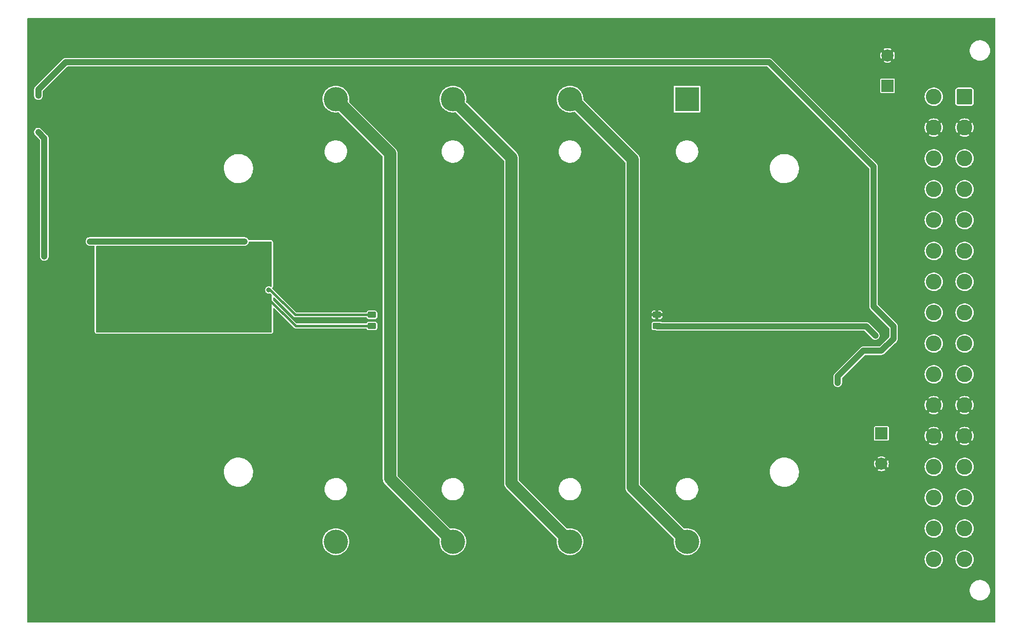
<source format=gbr>
G04 #@! TF.GenerationSoftware,KiCad,Pcbnew,(6.0.0)*
G04 #@! TF.CreationDate,2022-04-07T22:49:51+02:00*
G04 #@! TF.ProjectId,ADRmu_battery,4144526d-755f-4626-9174-746572792e6b,0.2*
G04 #@! TF.SameCoordinates,Original*
G04 #@! TF.FileFunction,Copper,L2,Bot*
G04 #@! TF.FilePolarity,Positive*
%FSLAX46Y46*%
G04 Gerber Fmt 4.6, Leading zero omitted, Abs format (unit mm)*
G04 Created by KiCad (PCBNEW (6.0.0)) date 2022-04-07 22:49:51*
%MOMM*%
%LPD*%
G01*
G04 APERTURE LIST*
G04 Aperture macros list*
%AMRoundRect*
0 Rectangle with rounded corners*
0 $1 Rounding radius*
0 $2 $3 $4 $5 $6 $7 $8 $9 X,Y pos of 4 corners*
0 Add a 4 corners polygon primitive as box body*
4,1,4,$2,$3,$4,$5,$6,$7,$8,$9,$2,$3,0*
0 Add four circle primitives for the rounded corners*
1,1,$1+$1,$2,$3*
1,1,$1+$1,$4,$5*
1,1,$1+$1,$6,$7*
1,1,$1+$1,$8,$9*
0 Add four rect primitives between the rounded corners*
20,1,$1+$1,$2,$3,$4,$5,0*
20,1,$1+$1,$4,$5,$6,$7,0*
20,1,$1+$1,$6,$7,$8,$9,0*
20,1,$1+$1,$8,$9,$2,$3,0*%
G04 Aperture macros list end*
G04 #@! TA.AperFunction,ComponentPad*
%ADD10R,2.000000X2.000000*%
G04 #@! TD*
G04 #@! TA.AperFunction,ComponentPad*
%ADD11C,2.000000*%
G04 #@! TD*
G04 #@! TA.AperFunction,ComponentPad*
%ADD12R,4.000000X4.000000*%
G04 #@! TD*
G04 #@! TA.AperFunction,ComponentPad*
%ADD13C,4.000000*%
G04 #@! TD*
G04 #@! TA.AperFunction,ComponentPad*
%ADD14RoundRect,0.250000X-1.050000X1.050000X-1.050000X-1.050000X1.050000X-1.050000X1.050000X1.050000X0*%
G04 #@! TD*
G04 #@! TA.AperFunction,ComponentPad*
%ADD15C,2.600000*%
G04 #@! TD*
G04 #@! TA.AperFunction,SMDPad,CuDef*
%ADD16RoundRect,0.250000X-0.450000X0.262500X-0.450000X-0.262500X0.450000X-0.262500X0.450000X0.262500X0*%
G04 #@! TD*
G04 #@! TA.AperFunction,ViaPad*
%ADD17C,0.800000*%
G04 #@! TD*
G04 #@! TA.AperFunction,Conductor*
%ADD18C,1.000000*%
G04 #@! TD*
G04 #@! TA.AperFunction,Conductor*
%ADD19C,2.000000*%
G04 #@! TD*
G04 #@! TA.AperFunction,Conductor*
%ADD20C,0.400000*%
G04 #@! TD*
G04 APERTURE END LIST*
D10*
G04 #@! TO.P,C115,1*
G04 #@! TO.N,/in+*
X211000000Y-118632323D03*
D11*
G04 #@! TO.P,C115,2*
G04 #@! TO.N,/-i{slash}o*
X211000000Y-123632323D03*
G04 #@! TD*
D10*
G04 #@! TO.P,C113,1*
G04 #@! TO.N,Net-(C113-Pad1)*
X212000000Y-61367677D03*
D11*
G04 #@! TO.P,C113,2*
G04 #@! TO.N,/-i{slash}o*
X212000000Y-56367677D03*
G04 #@! TD*
D12*
G04 #@! TO.P,B101,1,+*
G04 #@! TO.N,+BATT*
X178950000Y-63550000D03*
D13*
G04 #@! TO.P,B101,2,-*
G04 #@! TO.N,Net-(B101-Pad2)*
X178950000Y-136450000D03*
G04 #@! TO.P,B101,3,+*
X159650000Y-63550000D03*
G04 #@! TO.P,B101,4,-*
G04 #@! TO.N,Net-(B101-Pad4)*
X159650000Y-136450000D03*
G04 #@! TO.P,B101,5,+*
X140350000Y-63550000D03*
G04 #@! TO.P,B101,6,-*
G04 #@! TO.N,Net-(B101-Pad6)*
X140350000Y-136450000D03*
G04 #@! TO.P,B101,7,+*
X121050000Y-63550000D03*
G04 #@! TO.P,B101,8,-*
G04 #@! TO.N,-BATT*
X121050000Y-136450000D03*
G04 #@! TD*
D14*
G04 #@! TO.P,J101,a2,Pin_a2*
G04 #@! TO.N,Net-(C113-Pad1)*
X224700000Y-63170000D03*
D15*
G04 #@! TO.P,J101,a4,Pin_a4*
G04 #@! TO.N,/-i{slash}o*
X224700000Y-68250000D03*
G04 #@! TO.P,J101,a6,Pin_a6*
G04 #@! TO.N,unconnected-(J101-Pada6)*
X224700000Y-73330000D03*
G04 #@! TO.P,J101,a8,Pin_a8*
G04 #@! TO.N,unconnected-(J101-Pada8)*
X224700000Y-78410000D03*
G04 #@! TO.P,J101,a10,Pin_a10*
G04 #@! TO.N,unconnected-(J101-Pada10)*
X224700000Y-83490000D03*
G04 #@! TO.P,J101,a12,Pin_a12*
G04 #@! TO.N,unconnected-(J101-Pada12)*
X224700000Y-88570000D03*
G04 #@! TO.P,J101,a14,Pin_a14*
G04 #@! TO.N,unconnected-(J101-Pada14)*
X224700000Y-93650000D03*
G04 #@! TO.P,J101,a16,Pin_a16*
G04 #@! TO.N,unconnected-(J101-Pada16)*
X224700000Y-98730000D03*
G04 #@! TO.P,J101,a18,Pin_a18*
G04 #@! TO.N,unconnected-(J101-Pada18)*
X224700000Y-103810000D03*
G04 #@! TO.P,J101,a20,Pin_a20*
G04 #@! TO.N,/in+*
X224700000Y-108890000D03*
G04 #@! TO.P,J101,a22,Pin_a22*
G04 #@! TO.N,/-i{slash}o*
X224700000Y-113970000D03*
G04 #@! TO.P,J101,a24,Pin_a24*
X224700000Y-119050000D03*
G04 #@! TO.P,J101,a26,Pin_a26*
G04 #@! TO.N,unconnected-(J101-Pada26)*
X224700000Y-124130000D03*
G04 #@! TO.P,J101,a28,Pin_a28*
G04 #@! TO.N,unconnected-(J101-Pada28)*
X224700000Y-129210000D03*
G04 #@! TO.P,J101,a30,Pin_a30*
G04 #@! TO.N,unconnected-(J101-Pada30)*
X224700000Y-134290000D03*
G04 #@! TO.P,J101,a32,Pin_a32*
G04 #@! TO.N,unconnected-(J101-Pada32)*
X224700000Y-139370000D03*
G04 #@! TO.P,J101,c2,Pin_c2*
G04 #@! TO.N,Net-(C113-Pad1)*
X219620000Y-63170000D03*
G04 #@! TO.P,J101,c4,Pin_c4*
G04 #@! TO.N,/-i{slash}o*
X219620000Y-68250000D03*
G04 #@! TO.P,J101,c6,Pin_c6*
G04 #@! TO.N,unconnected-(J101-Padc6)*
X219620000Y-73330000D03*
G04 #@! TO.P,J101,c8,Pin_c8*
G04 #@! TO.N,unconnected-(J101-Padc8)*
X219620000Y-78410000D03*
G04 #@! TO.P,J101,c10,Pin_c10*
G04 #@! TO.N,unconnected-(J101-Padc10)*
X219620000Y-83490000D03*
G04 #@! TO.P,J101,c12,Pin_c12*
G04 #@! TO.N,unconnected-(J101-Padc12)*
X219620000Y-88570000D03*
G04 #@! TO.P,J101,c14,Pin_c14*
G04 #@! TO.N,unconnected-(J101-Padc14)*
X219620000Y-93650000D03*
G04 #@! TO.P,J101,c16,Pin_c16*
G04 #@! TO.N,unconnected-(J101-Padc16)*
X219620000Y-98730000D03*
G04 #@! TO.P,J101,c18,Pin_c18*
G04 #@! TO.N,unconnected-(J101-Padc18)*
X219620000Y-103810000D03*
G04 #@! TO.P,J101,c20,Pin_c20*
G04 #@! TO.N,/in+*
X219620000Y-108890000D03*
G04 #@! TO.P,J101,c22,Pin_c22*
G04 #@! TO.N,/-i{slash}o*
X219620000Y-113970000D03*
G04 #@! TO.P,J101,c24,Pin_c24*
X219620000Y-119050000D03*
G04 #@! TO.P,J101,c26,Pin_c26*
G04 #@! TO.N,unconnected-(J101-Padc26)*
X219620000Y-124130000D03*
G04 #@! TO.P,J101,c28,Pin_c28*
G04 #@! TO.N,unconnected-(J101-Padc28)*
X219620000Y-129210000D03*
G04 #@! TO.P,J101,c30,Pin_c30*
G04 #@! TO.N,unconnected-(J101-Padc30)*
X219620000Y-134290000D03*
G04 #@! TO.P,J101,c32,Pin_c32*
G04 #@! TO.N,unconnected-(J101-Padc32)*
X219620000Y-139370000D03*
G04 #@! TD*
D16*
G04 #@! TO.P,TH101,1*
G04 #@! TO.N,Net-(R116-Pad1)*
X127000000Y-99087500D03*
G04 #@! TO.P,TH101,2*
G04 #@! TO.N,GND*
X127000000Y-100912500D03*
G04 #@! TD*
G04 #@! TO.P,TH102,1*
G04 #@! TO.N,/-i{slash}o*
X174000000Y-99087500D03*
G04 #@! TO.P,TH102,2*
G04 #@! TO.N,Net-(R123-Pad1)*
X174000000Y-100912500D03*
G04 #@! TD*
D17*
G04 #@! TO.N,/-i{slash}o*
X114500000Y-84000000D03*
X125250000Y-84000000D03*
X125250000Y-116250000D03*
X157500000Y-73250000D03*
X157500000Y-94750000D03*
X189750000Y-105500000D03*
X179000000Y-94750000D03*
X146750000Y-62500000D03*
X103750000Y-148500000D03*
X136000000Y-51750000D03*
X82250000Y-137750000D03*
X179000000Y-84000000D03*
X136000000Y-84000000D03*
X146750000Y-116250000D03*
X114500000Y-51750000D03*
X168250000Y-94750000D03*
X179000000Y-116250000D03*
X125250000Y-148500000D03*
X222000000Y-116250000D03*
X168250000Y-137750000D03*
X125250000Y-127000000D03*
X71500000Y-116250000D03*
X136000000Y-105500000D03*
X189750000Y-94750000D03*
X93000000Y-148500000D03*
X211250000Y-127000000D03*
X189750000Y-73250000D03*
X93000000Y-127000000D03*
X168250000Y-127000000D03*
X189750000Y-51750000D03*
X136000000Y-127000000D03*
X71500000Y-105500000D03*
X200500000Y-127000000D03*
X82250000Y-127000000D03*
X168250000Y-62500000D03*
X93000000Y-137750000D03*
X222000000Y-127000000D03*
X168250000Y-84000000D03*
X222000000Y-94750000D03*
X200500000Y-105500000D03*
X211250000Y-94750000D03*
X125250000Y-94750000D03*
X125250000Y-51750000D03*
X189750000Y-127000000D03*
X125250000Y-137750000D03*
X114500000Y-62500000D03*
X206000000Y-110500000D03*
X82250000Y-51750000D03*
X125250000Y-105500000D03*
X189750000Y-148500000D03*
X157500000Y-148500000D03*
X200500000Y-51750000D03*
X200500000Y-94750000D03*
X93000000Y-73250000D03*
X200500000Y-84000000D03*
X179000000Y-51750000D03*
X136000000Y-137750000D03*
X114500000Y-105500000D03*
X211250000Y-137750000D03*
X71500000Y-148500000D03*
X206000000Y-113500000D03*
X71500000Y-127000000D03*
X157500000Y-116250000D03*
X168250000Y-51750000D03*
X179000000Y-148500000D03*
X136000000Y-148500000D03*
X211250000Y-148500000D03*
X103750000Y-51750000D03*
X114500000Y-73250000D03*
X125250000Y-73250000D03*
X146750000Y-148500000D03*
X71500000Y-73250000D03*
X146750000Y-73250000D03*
X211250000Y-51750000D03*
X114500000Y-127000000D03*
X103750000Y-137750000D03*
X157500000Y-105500000D03*
X211250000Y-84000000D03*
X136000000Y-94750000D03*
X136000000Y-62500000D03*
X222000000Y-137750000D03*
X82250000Y-148500000D03*
X200500000Y-148500000D03*
X71500000Y-94750000D03*
X168250000Y-105500000D03*
X189750000Y-116250000D03*
X189750000Y-137750000D03*
X157500000Y-51750000D03*
X146750000Y-127000000D03*
X157500000Y-127000000D03*
X93000000Y-51750000D03*
X222000000Y-73250000D03*
X114500000Y-137750000D03*
X114500000Y-148500000D03*
X146750000Y-94750000D03*
X136000000Y-73250000D03*
X103750000Y-62500000D03*
X222000000Y-51750000D03*
X146750000Y-137750000D03*
X168250000Y-116250000D03*
X71500000Y-51750000D03*
X146750000Y-51750000D03*
X222000000Y-84000000D03*
X82250000Y-62500000D03*
X136000000Y-116250000D03*
X211250000Y-73250000D03*
X146750000Y-84000000D03*
X125250000Y-62500000D03*
X93000000Y-62500000D03*
X179000000Y-105500000D03*
X222000000Y-105500000D03*
X168250000Y-148500000D03*
X114500000Y-116250000D03*
X71500000Y-137750000D03*
X200500000Y-137750000D03*
X222000000Y-148500000D03*
X146750000Y-105500000D03*
X157500000Y-84000000D03*
G04 #@! TO.N,Net-(D103-Pad2)*
X80500000Y-87000000D03*
X106000000Y-87000000D03*
G04 #@! TO.N,Net-(D104-Pad2)*
X72000000Y-69000000D03*
X73000000Y-89500000D03*
G04 #@! TO.N,GND*
X102096000Y-92320000D03*
X95238000Y-98924000D03*
X84000000Y-92000000D03*
X110000000Y-96500000D03*
X94984000Y-88256000D03*
X99302000Y-96892000D03*
G04 #@! TO.N,Net-(D104-Pad1)*
X203799020Y-110286800D03*
X72000000Y-63000000D03*
G04 #@! TO.N,Net-(R116-Pad1)*
X110000000Y-95000000D03*
G04 #@! TO.N,Net-(R123-Pad1)*
X210000000Y-102500000D03*
G04 #@! TD*
D18*
G04 #@! TO.N,Net-(D104-Pad1)*
X203799020Y-109243890D02*
X203799020Y-110286800D01*
X208042910Y-105000000D02*
X203799020Y-109243890D01*
X211000000Y-105000000D02*
X208042910Y-105000000D01*
X209699520Y-97699520D02*
X213000000Y-101000000D01*
X213000000Y-101000000D02*
X213000000Y-103000000D01*
X209699520Y-74699520D02*
X209699520Y-97699520D01*
X192500000Y-57500000D02*
X209699520Y-74699520D01*
X213000000Y-103000000D02*
X211000000Y-105000000D01*
X76500000Y-57500000D02*
X192500000Y-57500000D01*
X72000000Y-62000000D02*
X76500000Y-57500000D01*
X72000000Y-63000000D02*
X72000000Y-62000000D01*
G04 #@! TO.N,Net-(D103-Pad2)*
X80500000Y-87000000D02*
X106000000Y-87000000D01*
G04 #@! TO.N,Net-(D104-Pad2)*
X73000000Y-70000000D02*
X72000000Y-69000000D01*
X73000000Y-89500000D02*
X73000000Y-70000000D01*
D19*
G04 #@! TO.N,Net-(B101-Pad2)*
X170000000Y-127500000D02*
X178950000Y-136450000D01*
X170000000Y-73500000D02*
X170000000Y-127500000D01*
X160050000Y-63550000D02*
X170000000Y-73500000D01*
G04 #@! TO.N,Net-(B101-Pad4)*
X140350000Y-63550000D02*
X150000000Y-73200000D01*
X150000000Y-73200000D02*
X150000000Y-126800000D01*
X150000000Y-126800000D02*
X159650000Y-136450000D01*
G04 #@! TO.N,Net-(B101-Pad6)*
X130000000Y-72500000D02*
X130000000Y-126100000D01*
X121050000Y-63550000D02*
X130000000Y-72500000D01*
X130000000Y-126100000D02*
X140350000Y-136450000D01*
D20*
G04 #@! TO.N,GND*
X114412500Y-100912500D02*
X110000000Y-96500000D01*
X127000000Y-100912500D02*
X114412500Y-100912500D01*
G04 #@! TO.N,Net-(R116-Pad1)*
X110000000Y-95000000D02*
X110250000Y-95000000D01*
X110250000Y-95000000D02*
X114337500Y-99087500D01*
X114337500Y-99087500D02*
X127000000Y-99087500D01*
D18*
G04 #@! TO.N,Net-(R123-Pad1)*
X174087500Y-101000000D02*
X174000000Y-100912500D01*
X210000000Y-102500000D02*
X208500000Y-101000000D01*
X208500000Y-101000000D02*
X174087500Y-101000000D01*
G04 #@! TD*
G04 #@! TA.AperFunction,Conductor*
G04 #@! TO.N,/-i{slash}o*
G36*
X229742121Y-50220002D02*
G01*
X229788614Y-50273658D01*
X229800000Y-50326000D01*
X229800000Y-149674000D01*
X229779998Y-149742121D01*
X229726342Y-149788614D01*
X229674000Y-149800000D01*
X70326000Y-149800000D01*
X70257879Y-149779998D01*
X70211386Y-149726342D01*
X70200000Y-149674000D01*
X70200000Y-144362053D01*
X225561872Y-144362053D01*
X225567878Y-144616900D01*
X225612363Y-144867906D01*
X225694303Y-145109295D01*
X225811814Y-145335513D01*
X225962190Y-145541353D01*
X225965561Y-145544742D01*
X225965563Y-145544744D01*
X226138596Y-145718685D01*
X226138601Y-145718689D01*
X226141972Y-145722078D01*
X226145818Y-145724919D01*
X226145823Y-145724923D01*
X226291216Y-145832312D01*
X226347021Y-145873530D01*
X226351251Y-145875756D01*
X226351255Y-145875758D01*
X226568383Y-145989994D01*
X226572620Y-145992223D01*
X226813577Y-146075427D01*
X226894262Y-146090162D01*
X227060375Y-146120500D01*
X227060381Y-146120501D01*
X227064347Y-146121225D01*
X227108647Y-146123547D01*
X227144247Y-146125413D01*
X227144263Y-146125413D01*
X227145915Y-146125500D01*
X227304824Y-146125500D01*
X227307203Y-146125319D01*
X227307204Y-146125319D01*
X227489416Y-146111459D01*
X227489421Y-146111458D01*
X227494183Y-146111096D01*
X227498836Y-146110017D01*
X227498839Y-146110017D01*
X227737853Y-146054616D01*
X227737852Y-146054616D01*
X227742517Y-146053535D01*
X227979287Y-145959073D01*
X228124802Y-145873530D01*
X228194917Y-145832312D01*
X228194920Y-145832310D01*
X228199045Y-145829885D01*
X228396732Y-145668942D01*
X228567801Y-145479948D01*
X228708314Y-145267253D01*
X228815038Y-145035751D01*
X228816362Y-145031149D01*
X228884195Y-144795363D01*
X228884196Y-144795359D01*
X228885516Y-144790770D01*
X228918128Y-144537947D01*
X228912122Y-144283100D01*
X228867637Y-144032094D01*
X228785697Y-143790705D01*
X228668186Y-143564487D01*
X228517810Y-143358647D01*
X228514437Y-143355256D01*
X228341404Y-143181315D01*
X228341399Y-143181311D01*
X228338028Y-143177922D01*
X228334182Y-143175081D01*
X228334177Y-143175077D01*
X228136831Y-143029315D01*
X228136830Y-143029314D01*
X228132979Y-143026470D01*
X228128749Y-143024244D01*
X228128745Y-143024242D01*
X227911617Y-142910006D01*
X227911615Y-142910005D01*
X227907380Y-142907777D01*
X227666423Y-142824573D01*
X227585738Y-142809838D01*
X227419625Y-142779500D01*
X227419619Y-142779499D01*
X227415653Y-142778775D01*
X227371353Y-142776453D01*
X227335753Y-142774587D01*
X227335737Y-142774587D01*
X227334085Y-142774500D01*
X227175176Y-142774500D01*
X227172797Y-142774681D01*
X227172796Y-142774681D01*
X226990584Y-142788541D01*
X226990579Y-142788542D01*
X226985817Y-142788904D01*
X226981164Y-142789983D01*
X226981161Y-142789983D01*
X226797197Y-142832624D01*
X226737483Y-142846465D01*
X226500713Y-142940927D01*
X226496583Y-142943355D01*
X226285083Y-143067688D01*
X226285080Y-143067690D01*
X226280955Y-143070115D01*
X226083268Y-143231058D01*
X225912199Y-143420052D01*
X225771686Y-143632747D01*
X225664962Y-143864249D01*
X225663638Y-143868850D01*
X225663638Y-143868851D01*
X225617978Y-144027566D01*
X225594484Y-144109230D01*
X225561872Y-144362053D01*
X70200000Y-144362053D01*
X70200000Y-139333214D01*
X218114806Y-139333214D01*
X218129010Y-139579545D01*
X218130147Y-139584591D01*
X218130148Y-139584597D01*
X218152336Y-139683051D01*
X218183255Y-139820249D01*
X218276084Y-140048861D01*
X218405006Y-140259241D01*
X218566557Y-140445741D01*
X218756399Y-140603351D01*
X218969433Y-140727838D01*
X218974253Y-140729678D01*
X218974258Y-140729681D01*
X219088547Y-140773323D01*
X219199939Y-140815859D01*
X219205007Y-140816890D01*
X219205010Y-140816891D01*
X219324587Y-140841219D01*
X219441726Y-140865052D01*
X219446899Y-140865242D01*
X219446902Y-140865242D01*
X219683136Y-140873904D01*
X219683140Y-140873904D01*
X219688300Y-140874093D01*
X219693420Y-140873437D01*
X219693422Y-140873437D01*
X219769703Y-140863665D01*
X219933041Y-140842741D01*
X219937990Y-140841256D01*
X219937996Y-140841255D01*
X220164424Y-140773323D01*
X220164423Y-140773323D01*
X220169374Y-140771838D01*
X220273266Y-140720942D01*
X220386303Y-140665566D01*
X220386308Y-140665563D01*
X220390954Y-140663287D01*
X220395164Y-140660284D01*
X220395169Y-140660281D01*
X220587617Y-140523009D01*
X220587622Y-140523005D01*
X220591829Y-140520004D01*
X220766605Y-140345837D01*
X220910588Y-140145463D01*
X221019911Y-139924264D01*
X221053045Y-139815207D01*
X221090135Y-139693132D01*
X221090136Y-139693126D01*
X221091639Y-139688180D01*
X221123845Y-139443550D01*
X221125643Y-139370000D01*
X221122618Y-139333214D01*
X223194806Y-139333214D01*
X223209010Y-139579545D01*
X223210147Y-139584591D01*
X223210148Y-139584597D01*
X223232336Y-139683051D01*
X223263255Y-139820249D01*
X223356084Y-140048861D01*
X223485006Y-140259241D01*
X223646557Y-140445741D01*
X223836399Y-140603351D01*
X224049433Y-140727838D01*
X224054253Y-140729678D01*
X224054258Y-140729681D01*
X224168547Y-140773323D01*
X224279939Y-140815859D01*
X224285007Y-140816890D01*
X224285010Y-140816891D01*
X224404587Y-140841219D01*
X224521726Y-140865052D01*
X224526899Y-140865242D01*
X224526902Y-140865242D01*
X224763136Y-140873904D01*
X224763140Y-140873904D01*
X224768300Y-140874093D01*
X224773420Y-140873437D01*
X224773422Y-140873437D01*
X224849703Y-140863665D01*
X225013041Y-140842741D01*
X225017990Y-140841256D01*
X225017996Y-140841255D01*
X225244424Y-140773323D01*
X225244423Y-140773323D01*
X225249374Y-140771838D01*
X225353266Y-140720942D01*
X225466303Y-140665566D01*
X225466308Y-140665563D01*
X225470954Y-140663287D01*
X225475164Y-140660284D01*
X225475169Y-140660281D01*
X225667617Y-140523009D01*
X225667622Y-140523005D01*
X225671829Y-140520004D01*
X225846605Y-140345837D01*
X225990588Y-140145463D01*
X226099911Y-139924264D01*
X226133045Y-139815207D01*
X226170135Y-139693132D01*
X226170136Y-139693126D01*
X226171639Y-139688180D01*
X226203845Y-139443550D01*
X226205643Y-139370000D01*
X226197660Y-139272906D01*
X226185849Y-139129240D01*
X226185848Y-139129234D01*
X226185425Y-139124089D01*
X226125316Y-138884783D01*
X226026928Y-138658507D01*
X225892905Y-138451339D01*
X225866635Y-138422468D01*
X225840243Y-138393464D01*
X225726846Y-138268842D01*
X225722795Y-138265643D01*
X225722791Y-138265639D01*
X225537264Y-138119119D01*
X225537259Y-138119116D01*
X225533210Y-138115918D01*
X225528694Y-138113425D01*
X225528691Y-138113423D01*
X225321722Y-137999170D01*
X225321718Y-137999168D01*
X225317198Y-137996673D01*
X225312329Y-137994949D01*
X225312325Y-137994947D01*
X225089485Y-137916035D01*
X225089481Y-137916034D01*
X225084610Y-137914309D01*
X225079517Y-137913402D01*
X225079514Y-137913401D01*
X224846783Y-137871945D01*
X224846777Y-137871944D01*
X224841694Y-137871039D01*
X224762324Y-137870069D01*
X224600142Y-137868088D01*
X224600140Y-137868088D01*
X224594972Y-137868025D01*
X224351070Y-137905347D01*
X224116540Y-137982003D01*
X223897679Y-138095935D01*
X223893546Y-138099038D01*
X223893543Y-138099040D01*
X223759716Y-138199520D01*
X223700364Y-138244083D01*
X223529896Y-138422468D01*
X223526982Y-138426740D01*
X223526981Y-138426741D01*
X223507238Y-138455683D01*
X223390851Y-138626300D01*
X223286965Y-138850104D01*
X223221026Y-139087871D01*
X223194806Y-139333214D01*
X221122618Y-139333214D01*
X221117660Y-139272906D01*
X221105849Y-139129240D01*
X221105848Y-139129234D01*
X221105425Y-139124089D01*
X221045316Y-138884783D01*
X220946928Y-138658507D01*
X220812905Y-138451339D01*
X220786635Y-138422468D01*
X220760243Y-138393464D01*
X220646846Y-138268842D01*
X220642795Y-138265643D01*
X220642791Y-138265639D01*
X220457264Y-138119119D01*
X220457259Y-138119116D01*
X220453210Y-138115918D01*
X220448694Y-138113425D01*
X220448691Y-138113423D01*
X220241722Y-137999170D01*
X220241718Y-137999168D01*
X220237198Y-137996673D01*
X220232329Y-137994949D01*
X220232325Y-137994947D01*
X220009485Y-137916035D01*
X220009481Y-137916034D01*
X220004610Y-137914309D01*
X219999517Y-137913402D01*
X219999514Y-137913401D01*
X219766783Y-137871945D01*
X219766777Y-137871944D01*
X219761694Y-137871039D01*
X219682324Y-137870069D01*
X219520142Y-137868088D01*
X219520140Y-137868088D01*
X219514972Y-137868025D01*
X219271070Y-137905347D01*
X219036540Y-137982003D01*
X218817679Y-138095935D01*
X218813546Y-138099038D01*
X218813543Y-138099040D01*
X218679716Y-138199520D01*
X218620364Y-138244083D01*
X218449896Y-138422468D01*
X218446982Y-138426740D01*
X218446981Y-138426741D01*
X218427238Y-138455683D01*
X218310851Y-138626300D01*
X218206965Y-138850104D01*
X218141026Y-139087871D01*
X218114806Y-139333214D01*
X70200000Y-139333214D01*
X70200000Y-136450000D01*
X118844778Y-136450000D01*
X118863644Y-136737839D01*
X118919919Y-137020753D01*
X119012641Y-137293902D01*
X119140222Y-137552611D01*
X119300480Y-137792454D01*
X119303194Y-137795548D01*
X119303198Y-137795554D01*
X119487964Y-138006238D01*
X119490673Y-138009327D01*
X119493762Y-138012036D01*
X119704446Y-138196802D01*
X119704452Y-138196806D01*
X119707546Y-138199520D01*
X119710972Y-138201809D01*
X119710977Y-138201813D01*
X119817015Y-138272665D01*
X119947389Y-138359778D01*
X119951088Y-138361602D01*
X119951093Y-138361605D01*
X120141865Y-138455683D01*
X120206098Y-138487359D01*
X120209996Y-138488682D01*
X120209998Y-138488683D01*
X120475337Y-138578754D01*
X120475341Y-138578755D01*
X120479247Y-138580081D01*
X120483291Y-138580885D01*
X120483297Y-138580887D01*
X120758118Y-138635552D01*
X120758121Y-138635552D01*
X120762161Y-138636356D01*
X120766272Y-138636625D01*
X120766276Y-138636626D01*
X121045881Y-138654952D01*
X121050000Y-138655222D01*
X121054119Y-138654952D01*
X121333724Y-138636626D01*
X121333728Y-138636625D01*
X121337839Y-138636356D01*
X121341879Y-138635552D01*
X121341882Y-138635552D01*
X121616703Y-138580887D01*
X121616709Y-138580885D01*
X121620753Y-138580081D01*
X121624659Y-138578755D01*
X121624663Y-138578754D01*
X121890002Y-138488683D01*
X121890004Y-138488682D01*
X121893902Y-138487359D01*
X121958135Y-138455683D01*
X122148907Y-138361605D01*
X122148912Y-138361602D01*
X122152611Y-138359778D01*
X122282985Y-138272665D01*
X122389023Y-138201813D01*
X122389028Y-138201809D01*
X122392454Y-138199520D01*
X122395548Y-138196806D01*
X122395554Y-138196802D01*
X122606238Y-138012036D01*
X122609327Y-138009327D01*
X122612036Y-138006238D01*
X122796802Y-137795554D01*
X122796806Y-137795548D01*
X122799520Y-137792454D01*
X122959778Y-137552611D01*
X123087359Y-137293902D01*
X123180081Y-137020753D01*
X123236356Y-136737839D01*
X123255222Y-136450000D01*
X123236356Y-136162161D01*
X123203049Y-135994714D01*
X123180887Y-135883297D01*
X123180885Y-135883291D01*
X123180081Y-135879247D01*
X123150953Y-135793437D01*
X123088683Y-135609998D01*
X123088682Y-135609996D01*
X123087359Y-135606098D01*
X123076110Y-135583287D01*
X122961605Y-135351093D01*
X122961602Y-135351088D01*
X122959778Y-135347389D01*
X122902482Y-135261640D01*
X122801813Y-135110977D01*
X122801809Y-135110972D01*
X122799520Y-135107546D01*
X122796806Y-135104452D01*
X122796802Y-135104446D01*
X122612036Y-134893762D01*
X122609327Y-134890673D01*
X122550759Y-134839310D01*
X122395554Y-134703198D01*
X122395548Y-134703194D01*
X122392454Y-134700480D01*
X122389028Y-134698191D01*
X122389023Y-134698187D01*
X122156044Y-134542516D01*
X122152611Y-134540222D01*
X122148912Y-134538398D01*
X122148907Y-134538395D01*
X121897597Y-134414463D01*
X121897595Y-134414462D01*
X121893902Y-134412641D01*
X121890002Y-134411317D01*
X121624663Y-134321246D01*
X121624659Y-134321245D01*
X121620753Y-134319919D01*
X121616709Y-134319115D01*
X121616703Y-134319113D01*
X121341882Y-134264448D01*
X121341879Y-134264448D01*
X121337839Y-134263644D01*
X121333728Y-134263375D01*
X121333724Y-134263374D01*
X121054119Y-134245048D01*
X121050000Y-134244778D01*
X121045881Y-134245048D01*
X120766276Y-134263374D01*
X120766272Y-134263375D01*
X120762161Y-134263644D01*
X120758121Y-134264448D01*
X120758118Y-134264448D01*
X120483297Y-134319113D01*
X120483291Y-134319115D01*
X120479247Y-134319919D01*
X120475341Y-134321245D01*
X120475337Y-134321246D01*
X120209998Y-134411317D01*
X120206098Y-134412641D01*
X120202405Y-134414462D01*
X120202403Y-134414463D01*
X119951093Y-134538395D01*
X119951088Y-134538398D01*
X119947389Y-134540222D01*
X119943956Y-134542516D01*
X119710977Y-134698187D01*
X119710972Y-134698191D01*
X119707546Y-134700480D01*
X119704452Y-134703194D01*
X119704446Y-134703198D01*
X119549241Y-134839310D01*
X119490673Y-134890673D01*
X119487964Y-134893762D01*
X119303198Y-135104446D01*
X119303194Y-135104452D01*
X119300480Y-135107546D01*
X119298191Y-135110972D01*
X119298187Y-135110977D01*
X119197518Y-135261640D01*
X119140222Y-135347389D01*
X119138398Y-135351088D01*
X119138395Y-135351093D01*
X119023890Y-135583287D01*
X119012641Y-135606098D01*
X119011318Y-135609996D01*
X119011317Y-135609998D01*
X118949048Y-135793437D01*
X118919919Y-135879247D01*
X118919115Y-135883291D01*
X118919113Y-135883297D01*
X118896951Y-135994714D01*
X118863644Y-136162161D01*
X118844778Y-136450000D01*
X70200000Y-136450000D01*
X70200000Y-127847095D01*
X119195028Y-127847095D01*
X119220534Y-128114431D01*
X119221619Y-128118865D01*
X119221620Y-128118871D01*
X119268548Y-128310649D01*
X119284364Y-128375285D01*
X119286076Y-128379511D01*
X119286077Y-128379515D01*
X119332513Y-128494159D01*
X119385182Y-128624192D01*
X119520875Y-128855938D01*
X119611485Y-128969240D01*
X119635225Y-128998925D01*
X119688601Y-129065669D01*
X119884846Y-129248991D01*
X119939451Y-129286872D01*
X120101746Y-129399461D01*
X120101751Y-129399464D01*
X120105499Y-129402064D01*
X120109584Y-129404096D01*
X120109587Y-129404098D01*
X120130247Y-129414376D01*
X120345938Y-129521680D01*
X120350272Y-129523101D01*
X120350275Y-129523102D01*
X120596793Y-129603915D01*
X120596798Y-129603916D01*
X120601126Y-129605335D01*
X120605617Y-129606115D01*
X120605618Y-129606115D01*
X120861936Y-129650620D01*
X120861944Y-129650621D01*
X120865717Y-129651276D01*
X120869554Y-129651467D01*
X120948996Y-129655422D01*
X120949004Y-129655422D01*
X120950567Y-129655500D01*
X121118223Y-129655500D01*
X121120491Y-129655335D01*
X121120503Y-129655335D01*
X121250823Y-129645879D01*
X121317846Y-129641016D01*
X121322301Y-129640032D01*
X121322304Y-129640032D01*
X121575620Y-129584105D01*
X121575624Y-129584104D01*
X121580080Y-129583120D01*
X121738495Y-129523102D01*
X121826941Y-129489593D01*
X121826944Y-129489592D01*
X121831211Y-129487975D01*
X122065976Y-129357574D01*
X122162971Y-129283550D01*
X122275833Y-129197417D01*
X122275837Y-129197413D01*
X122279458Y-129194650D01*
X122467185Y-129002614D01*
X122625225Y-128785491D01*
X122712313Y-128619963D01*
X122748140Y-128551868D01*
X122748143Y-128551862D01*
X122750265Y-128547828D01*
X122769218Y-128494159D01*
X122838165Y-128298916D01*
X122838165Y-128298915D01*
X122839688Y-128294603D01*
X122871208Y-128134682D01*
X122890739Y-128035594D01*
X122890740Y-128035588D01*
X122891620Y-128031122D01*
X122891847Y-128026566D01*
X122904745Y-127767474D01*
X122904745Y-127767468D01*
X122904972Y-127762905D01*
X122879466Y-127495569D01*
X122869941Y-127456641D01*
X122816721Y-127239149D01*
X122815636Y-127234715D01*
X122780078Y-127146925D01*
X122716531Y-126990037D01*
X122716531Y-126990036D01*
X122714818Y-126985808D01*
X122579125Y-126754062D01*
X122468211Y-126615371D01*
X122414251Y-126547897D01*
X122414250Y-126547895D01*
X122411399Y-126544331D01*
X122215154Y-126361009D01*
X122074874Y-126263693D01*
X121998254Y-126210539D01*
X121998249Y-126210536D01*
X121994501Y-126207936D01*
X121990416Y-126205904D01*
X121990413Y-126205902D01*
X121818560Y-126120407D01*
X121754062Y-126088320D01*
X121749728Y-126086899D01*
X121749725Y-126086898D01*
X121503207Y-126006085D01*
X121503202Y-126006084D01*
X121498874Y-126004665D01*
X121494382Y-126003885D01*
X121238064Y-125959380D01*
X121238056Y-125959379D01*
X121234283Y-125958724D01*
X121225622Y-125958293D01*
X121151004Y-125954578D01*
X121150996Y-125954578D01*
X121149433Y-125954500D01*
X120981777Y-125954500D01*
X120979509Y-125954665D01*
X120979497Y-125954665D01*
X120849177Y-125964121D01*
X120782154Y-125968984D01*
X120777699Y-125969968D01*
X120777696Y-125969968D01*
X120524380Y-126025895D01*
X120524376Y-126025896D01*
X120519920Y-126026880D01*
X120394354Y-126074453D01*
X120273059Y-126120407D01*
X120273056Y-126120408D01*
X120268789Y-126122025D01*
X120264798Y-126124242D01*
X120082493Y-126225504D01*
X120034024Y-126252426D01*
X120030392Y-126255198D01*
X119824167Y-126412583D01*
X119824163Y-126412587D01*
X119820542Y-126415350D01*
X119632815Y-126607386D01*
X119630130Y-126611075D01*
X119485644Y-126809577D01*
X119474775Y-126824509D01*
X119415341Y-126937475D01*
X119351860Y-127058132D01*
X119351857Y-127058138D01*
X119349735Y-127062172D01*
X119348215Y-127066477D01*
X119348213Y-127066481D01*
X119289813Y-127231856D01*
X119260312Y-127315397D01*
X119208380Y-127578878D01*
X119208153Y-127583431D01*
X119208153Y-127583434D01*
X119195332Y-127840994D01*
X119195028Y-127847095D01*
X70200000Y-127847095D01*
X70200000Y-124899271D01*
X102596668Y-124899271D01*
X102596755Y-124903273D01*
X102596755Y-124903280D01*
X102603261Y-125201448D01*
X102603349Y-125205465D01*
X102648883Y-125508330D01*
X102649979Y-125512190D01*
X102649980Y-125512195D01*
X102675688Y-125602741D01*
X102732531Y-125802953D01*
X102852937Y-126084560D01*
X103008149Y-126348585D01*
X103195651Y-126590747D01*
X103412404Y-126807122D01*
X103415585Y-126809576D01*
X103415586Y-126809577D01*
X103651701Y-126991739D01*
X103651705Y-126991742D01*
X103654894Y-126994202D01*
X103658373Y-126996239D01*
X103908363Y-127142614D01*
X103919189Y-127148953D01*
X103922874Y-127150521D01*
X103922878Y-127150523D01*
X104060097Y-127208910D01*
X104201006Y-127268867D01*
X104409852Y-127327768D01*
X104476501Y-127346565D01*
X104495775Y-127352001D01*
X104716338Y-127384768D01*
X104795419Y-127396516D01*
X104795421Y-127396516D01*
X104798718Y-127397006D01*
X104802049Y-127397146D01*
X104802053Y-127397146D01*
X104838737Y-127398683D01*
X104882084Y-127400500D01*
X105077474Y-127400500D01*
X105200915Y-127392626D01*
X105301639Y-127386201D01*
X105301644Y-127386200D01*
X105305647Y-127385945D01*
X105309584Y-127385183D01*
X105309586Y-127385183D01*
X105602401Y-127328530D01*
X105602405Y-127328529D01*
X105606338Y-127327768D01*
X105897200Y-127231856D01*
X106173518Y-127099763D01*
X106376272Y-126968847D01*
X106427439Y-126935809D01*
X106427440Y-126935808D01*
X106430812Y-126933631D01*
X106442354Y-126923895D01*
X106584142Y-126804286D01*
X106664910Y-126736152D01*
X106852251Y-126532064D01*
X106869304Y-126513487D01*
X106869306Y-126513485D01*
X106872019Y-126510529D01*
X106921162Y-126440994D01*
X106988914Y-126345126D01*
X107048780Y-126260418D01*
X107192328Y-125989874D01*
X107205630Y-125954578D01*
X107298919Y-125707044D01*
X107298921Y-125707038D01*
X107300336Y-125703283D01*
X107341562Y-125529562D01*
X107370124Y-125409207D01*
X107370125Y-125409202D01*
X107371053Y-125405291D01*
X107403332Y-125100729D01*
X107401640Y-125023146D01*
X107396739Y-124798552D01*
X107396739Y-124798547D01*
X107396651Y-124794535D01*
X107351117Y-124491670D01*
X107340176Y-124453132D01*
X107268568Y-124200919D01*
X107267469Y-124197047D01*
X107147063Y-123915440D01*
X106991851Y-123651415D01*
X106804349Y-123409253D01*
X106587596Y-123192878D01*
X106569259Y-123178731D01*
X106348299Y-123008261D01*
X106348295Y-123008258D01*
X106345106Y-123005798D01*
X106168538Y-122902413D01*
X106084275Y-122853075D01*
X106084272Y-122853073D01*
X106080811Y-122851047D01*
X106077126Y-122849479D01*
X106077122Y-122849477D01*
X105890051Y-122769878D01*
X105798994Y-122731133D01*
X105504225Y-122647999D01*
X105221833Y-122606047D01*
X105204581Y-122603484D01*
X105204579Y-122603484D01*
X105201282Y-122602994D01*
X105197951Y-122602854D01*
X105197947Y-122602854D01*
X105161263Y-122601317D01*
X105117916Y-122599500D01*
X104922526Y-122599500D01*
X104799085Y-122607374D01*
X104698361Y-122613799D01*
X104698356Y-122613800D01*
X104694353Y-122614055D01*
X104690416Y-122614817D01*
X104690414Y-122614817D01*
X104397599Y-122671470D01*
X104397595Y-122671471D01*
X104393662Y-122672232D01*
X104102800Y-122768144D01*
X103826482Y-122900237D01*
X103569188Y-123066369D01*
X103335090Y-123263848D01*
X103127981Y-123489471D01*
X102951220Y-123739582D01*
X102807672Y-124010126D01*
X102806257Y-124013882D01*
X102806256Y-124013883D01*
X102705231Y-124281946D01*
X102699664Y-124296717D01*
X102698735Y-124300632D01*
X102631243Y-124585035D01*
X102628947Y-124594709D01*
X102596668Y-124899271D01*
X70200000Y-124899271D01*
X70200000Y-69036930D01*
X71295322Y-69036930D01*
X71296627Y-69044407D01*
X71296627Y-69044408D01*
X71308444Y-69112113D01*
X71324473Y-69203954D01*
X71392621Y-69359202D01*
X71472022Y-69462678D01*
X71474941Y-69465597D01*
X72262596Y-70253253D01*
X72296621Y-70315565D01*
X72299500Y-70342348D01*
X72299500Y-89542516D01*
X72314724Y-89668320D01*
X72374655Y-89826923D01*
X72378956Y-89833181D01*
X72442221Y-89925231D01*
X72470688Y-89966651D01*
X72476358Y-89971703D01*
X72476359Y-89971704D01*
X72591608Y-90074388D01*
X72591612Y-90074390D01*
X72597279Y-90079440D01*
X72747119Y-90158776D01*
X72911559Y-90200081D01*
X72919157Y-90200121D01*
X72919159Y-90200121D01*
X72996332Y-90200525D01*
X73081105Y-90200969D01*
X73088492Y-90199195D01*
X73088496Y-90199195D01*
X73238583Y-90163161D01*
X73245968Y-90161388D01*
X73252712Y-90157907D01*
X73252715Y-90157906D01*
X73389883Y-90087108D01*
X73389884Y-90087108D01*
X73396631Y-90083625D01*
X73407775Y-90073904D01*
X73518671Y-89977163D01*
X73524396Y-89972169D01*
X73599318Y-89865566D01*
X73617518Y-89839670D01*
X73617519Y-89839668D01*
X73621887Y-89833453D01*
X73683476Y-89675487D01*
X73687907Y-89641834D01*
X73699962Y-89550261D01*
X73699962Y-89550260D01*
X73700500Y-89546174D01*
X73700500Y-87081105D01*
X79799031Y-87081105D01*
X79800805Y-87088492D01*
X79800805Y-87088496D01*
X79835220Y-87231838D01*
X79838612Y-87245968D01*
X79842093Y-87252712D01*
X79842094Y-87252715D01*
X79873428Y-87313423D01*
X79916375Y-87396631D01*
X80027831Y-87524396D01*
X80034045Y-87528763D01*
X80160330Y-87617518D01*
X80160332Y-87617519D01*
X80166547Y-87621887D01*
X80324513Y-87683476D01*
X80332046Y-87684468D01*
X80332047Y-87684468D01*
X80449739Y-87699962D01*
X80453826Y-87700500D01*
X81174000Y-87700500D01*
X81242121Y-87720502D01*
X81288614Y-87774158D01*
X81300000Y-87826500D01*
X81300000Y-101874000D01*
X81304570Y-101916512D01*
X81315956Y-101968854D01*
X81318378Y-101978762D01*
X81360236Y-102057314D01*
X81406729Y-102110970D01*
X81423851Y-102128445D01*
X81501533Y-102171897D01*
X81534654Y-102181622D01*
X81565331Y-102190630D01*
X81565335Y-102190631D01*
X81569654Y-102191899D01*
X81574102Y-102192539D01*
X81574109Y-102192540D01*
X81621552Y-102199361D01*
X81621559Y-102199361D01*
X81626000Y-102200000D01*
X110374000Y-102200000D01*
X110377346Y-102199640D01*
X110377352Y-102199640D01*
X110391436Y-102198126D01*
X110416512Y-102195430D01*
X110468854Y-102184044D01*
X110478762Y-102181622D01*
X110557314Y-102139764D01*
X110610970Y-102093271D01*
X110628445Y-102076149D01*
X110671897Y-101998467D01*
X110691899Y-101930346D01*
X110693888Y-101916512D01*
X110699361Y-101878448D01*
X110699361Y-101878441D01*
X110700000Y-101874000D01*
X110700000Y-98070583D01*
X110720002Y-98002462D01*
X110773658Y-97955969D01*
X110843932Y-97945865D01*
X110908512Y-97975359D01*
X110915095Y-97981488D01*
X112504365Y-99570757D01*
X114174158Y-101240550D01*
X114182992Y-101245051D01*
X114182993Y-101245052D01*
X114193759Y-101250538D01*
X114210616Y-101260868D01*
X114228410Y-101273796D01*
X114249332Y-101280594D01*
X114267593Y-101288158D01*
X114278361Y-101293645D01*
X114278365Y-101293646D01*
X114287196Y-101298146D01*
X114296985Y-101299697D01*
X114296993Y-101299699D01*
X114308927Y-101301589D01*
X114328147Y-101306203D01*
X114339633Y-101309935D01*
X114339640Y-101309936D01*
X114349067Y-101312999D01*
X114380977Y-101312999D01*
X114380981Y-101313000D01*
X126033284Y-101313000D01*
X126101405Y-101333002D01*
X126144425Y-101379808D01*
X126147366Y-101388184D01*
X126227850Y-101497150D01*
X126235421Y-101502742D01*
X126329243Y-101572041D01*
X126329246Y-101572042D01*
X126336816Y-101577634D01*
X126464631Y-101622519D01*
X126472277Y-101623242D01*
X126472278Y-101623242D01*
X126478248Y-101623806D01*
X126496166Y-101625500D01*
X127503834Y-101625500D01*
X127521752Y-101623806D01*
X127527722Y-101623242D01*
X127527723Y-101623242D01*
X127535369Y-101622519D01*
X127663184Y-101577634D01*
X127670754Y-101572042D01*
X127670757Y-101572041D01*
X127764579Y-101502742D01*
X127772150Y-101497150D01*
X127784665Y-101480206D01*
X127847041Y-101395757D01*
X127847042Y-101395754D01*
X127852634Y-101388184D01*
X127897519Y-101260369D01*
X127900500Y-101228834D01*
X127900500Y-100596166D01*
X127897519Y-100564631D01*
X127852634Y-100436816D01*
X127847042Y-100429246D01*
X127847041Y-100429243D01*
X127777742Y-100335421D01*
X127772150Y-100327850D01*
X127744263Y-100307252D01*
X127670757Y-100252959D01*
X127670754Y-100252958D01*
X127663184Y-100247366D01*
X127535369Y-100202481D01*
X127527723Y-100201758D01*
X127527722Y-100201758D01*
X127521752Y-100201194D01*
X127503834Y-100199500D01*
X126496166Y-100199500D01*
X126478248Y-100201194D01*
X126472278Y-100201758D01*
X126472277Y-100201758D01*
X126464631Y-100202481D01*
X126336816Y-100247366D01*
X126329246Y-100252958D01*
X126329243Y-100252959D01*
X126255737Y-100307252D01*
X126227850Y-100327850D01*
X126147366Y-100436816D01*
X126144432Y-100445172D01*
X126095084Y-100495803D01*
X126033284Y-100512000D01*
X114630582Y-100512000D01*
X114562461Y-100491998D01*
X114541487Y-100475095D01*
X110736905Y-96670512D01*
X110702879Y-96608200D01*
X110700000Y-96581417D01*
X110700000Y-96320583D01*
X110720002Y-96252462D01*
X110773658Y-96205969D01*
X110843932Y-96195865D01*
X110908512Y-96225359D01*
X110915095Y-96231488D01*
X114076591Y-99392984D01*
X114076595Y-99392987D01*
X114099158Y-99415550D01*
X114107998Y-99420054D01*
X114118755Y-99425535D01*
X114135607Y-99435861D01*
X114153410Y-99448796D01*
X114174334Y-99455595D01*
X114192594Y-99463159D01*
X114203359Y-99468644D01*
X114203363Y-99468645D01*
X114212196Y-99473146D01*
X114221987Y-99474697D01*
X114221988Y-99474697D01*
X114233922Y-99476587D01*
X114253147Y-99481203D01*
X114264632Y-99484935D01*
X114264636Y-99484936D01*
X114274067Y-99488000D01*
X126033284Y-99488000D01*
X126101405Y-99508002D01*
X126144425Y-99554808D01*
X126147366Y-99563184D01*
X126227850Y-99672150D01*
X126235421Y-99677742D01*
X126329243Y-99747041D01*
X126329246Y-99747042D01*
X126336816Y-99752634D01*
X126464631Y-99797519D01*
X126472277Y-99798242D01*
X126472278Y-99798242D01*
X126478248Y-99798806D01*
X126496166Y-99800500D01*
X127503834Y-99800500D01*
X127521752Y-99798806D01*
X127527722Y-99798242D01*
X127527723Y-99798242D01*
X127535369Y-99797519D01*
X127663184Y-99752634D01*
X127670754Y-99747042D01*
X127670757Y-99747041D01*
X127764579Y-99677742D01*
X127772150Y-99672150D01*
X127808345Y-99623146D01*
X127847041Y-99570757D01*
X127847042Y-99570754D01*
X127852634Y-99563184D01*
X127897519Y-99435369D01*
X127900500Y-99403834D01*
X127900500Y-98771166D01*
X127897519Y-98739631D01*
X127852634Y-98611816D01*
X127847042Y-98604246D01*
X127847041Y-98604243D01*
X127777742Y-98510421D01*
X127772150Y-98502850D01*
X127746750Y-98484089D01*
X127670757Y-98427959D01*
X127670754Y-98427958D01*
X127663184Y-98422366D01*
X127535369Y-98377481D01*
X127527723Y-98376758D01*
X127527722Y-98376758D01*
X127521752Y-98376194D01*
X127503834Y-98374500D01*
X126496166Y-98374500D01*
X126478248Y-98376194D01*
X126472278Y-98376758D01*
X126472277Y-98376758D01*
X126464631Y-98377481D01*
X126336816Y-98422366D01*
X126329246Y-98427958D01*
X126329243Y-98427959D01*
X126253250Y-98484089D01*
X126227850Y-98502850D01*
X126147366Y-98611816D01*
X126144432Y-98620172D01*
X126095084Y-98670803D01*
X126033284Y-98687000D01*
X114555583Y-98687000D01*
X114487462Y-98666998D01*
X114466488Y-98650095D01*
X110597903Y-94781510D01*
X110563877Y-94719198D01*
X110568942Y-94648383D01*
X110604481Y-94597195D01*
X110609510Y-94592837D01*
X110609526Y-94592822D01*
X110610970Y-94591571D01*
X110628445Y-94574449D01*
X110671897Y-94496767D01*
X110691899Y-94428646D01*
X110700000Y-94372300D01*
X110700000Y-87126000D01*
X110695430Y-87083488D01*
X110684044Y-87031146D01*
X110681622Y-87021238D01*
X110639764Y-86942686D01*
X110593271Y-86889030D01*
X110576149Y-86871555D01*
X110498467Y-86828103D01*
X110465002Y-86818277D01*
X110434669Y-86809370D01*
X110434665Y-86809369D01*
X110430346Y-86808101D01*
X110425898Y-86807461D01*
X110425891Y-86807460D01*
X110378448Y-86800639D01*
X110378441Y-86800639D01*
X110374000Y-86800000D01*
X106820561Y-86800000D01*
X106819143Y-86800065D01*
X106819128Y-86800065D01*
X106811950Y-86800393D01*
X106802356Y-86800830D01*
X106800936Y-86800960D01*
X106800933Y-86800960D01*
X106779513Y-86802918D01*
X106779360Y-86801241D01*
X106716615Y-86794927D01*
X106661031Y-86750757D01*
X106652072Y-86735982D01*
X106587108Y-86610117D01*
X106587108Y-86610116D01*
X106583625Y-86603369D01*
X106578313Y-86597279D01*
X106477163Y-86481329D01*
X106472169Y-86475604D01*
X106413649Y-86434475D01*
X106339670Y-86382482D01*
X106339668Y-86382481D01*
X106333453Y-86378113D01*
X106175487Y-86316524D01*
X106167954Y-86315532D01*
X106167953Y-86315532D01*
X106050261Y-86300038D01*
X106050260Y-86300038D01*
X106046174Y-86299500D01*
X80457484Y-86299500D01*
X80331680Y-86314724D01*
X80173077Y-86374655D01*
X80033349Y-86470688D01*
X80028297Y-86476358D01*
X80028296Y-86476359D01*
X79925612Y-86591608D01*
X79925610Y-86591612D01*
X79920560Y-86597279D01*
X79917008Y-86603988D01*
X79917007Y-86603989D01*
X79884746Y-86664920D01*
X79841224Y-86747119D01*
X79799919Y-86911559D01*
X79799031Y-87081105D01*
X73700500Y-87081105D01*
X73700500Y-74899271D01*
X102596668Y-74899271D01*
X102596755Y-74903273D01*
X102596755Y-74903280D01*
X102603261Y-75201448D01*
X102603349Y-75205465D01*
X102648883Y-75508330D01*
X102732531Y-75802953D01*
X102852937Y-76084560D01*
X103008149Y-76348585D01*
X103195651Y-76590747D01*
X103412404Y-76807122D01*
X103415585Y-76809576D01*
X103415586Y-76809577D01*
X103651701Y-76991739D01*
X103651705Y-76991742D01*
X103654894Y-76994202D01*
X103658373Y-76996239D01*
X103902259Y-77139040D01*
X103919189Y-77148953D01*
X103922874Y-77150521D01*
X103922878Y-77150523D01*
X104060098Y-77208910D01*
X104201006Y-77268867D01*
X104495775Y-77352001D01*
X104716338Y-77384768D01*
X104795419Y-77396516D01*
X104795421Y-77396516D01*
X104798718Y-77397006D01*
X104802049Y-77397146D01*
X104802053Y-77397146D01*
X104838737Y-77398683D01*
X104882084Y-77400500D01*
X105077474Y-77400500D01*
X105200915Y-77392626D01*
X105301639Y-77386201D01*
X105301644Y-77386200D01*
X105305647Y-77385945D01*
X105309584Y-77385183D01*
X105309586Y-77385183D01*
X105602401Y-77328530D01*
X105602405Y-77328529D01*
X105606338Y-77327768D01*
X105897200Y-77231856D01*
X106173518Y-77099763D01*
X106430812Y-76933631D01*
X106456520Y-76911945D01*
X106661849Y-76738734D01*
X106664910Y-76736152D01*
X106872019Y-76510529D01*
X107048780Y-76260418D01*
X107192328Y-75989874D01*
X107261380Y-75806651D01*
X107298919Y-75707044D01*
X107298921Y-75707038D01*
X107300336Y-75703283D01*
X107314649Y-75642969D01*
X107370124Y-75409207D01*
X107370125Y-75409202D01*
X107371053Y-75405291D01*
X107403332Y-75100729D01*
X107401464Y-75015083D01*
X107396739Y-74798552D01*
X107396739Y-74798547D01*
X107396651Y-74794535D01*
X107351117Y-74491670D01*
X107346769Y-74476353D01*
X107298356Y-74305837D01*
X107267469Y-74197047D01*
X107147063Y-73915440D01*
X106991851Y-73651415D01*
X106804349Y-73409253D01*
X106587596Y-73192878D01*
X106453262Y-73089240D01*
X106348299Y-73008261D01*
X106348295Y-73008258D01*
X106345106Y-73005798D01*
X106168538Y-72902413D01*
X106084275Y-72853075D01*
X106084272Y-72853073D01*
X106080811Y-72851047D01*
X106077126Y-72849479D01*
X106077122Y-72849477D01*
X105888126Y-72769059D01*
X105798994Y-72731133D01*
X105504225Y-72647999D01*
X105274014Y-72613799D01*
X105204581Y-72603484D01*
X105204579Y-72603484D01*
X105201282Y-72602994D01*
X105197951Y-72602854D01*
X105197947Y-72602854D01*
X105161263Y-72601317D01*
X105117916Y-72599500D01*
X104922526Y-72599500D01*
X104799085Y-72607374D01*
X104698361Y-72613799D01*
X104698356Y-72613800D01*
X104694353Y-72614055D01*
X104690416Y-72614817D01*
X104690414Y-72614817D01*
X104397599Y-72671470D01*
X104397595Y-72671471D01*
X104393662Y-72672232D01*
X104102800Y-72768144D01*
X103826482Y-72900237D01*
X103823112Y-72902413D01*
X103589881Y-73053008D01*
X103569188Y-73066369D01*
X103566123Y-73068954D01*
X103566121Y-73068956D01*
X103459373Y-73159006D01*
X103335090Y-73263848D01*
X103127981Y-73489471D01*
X103125667Y-73492746D01*
X103125664Y-73492749D01*
X103063018Y-73581391D01*
X102951220Y-73739582D01*
X102807672Y-74010126D01*
X102806257Y-74013882D01*
X102806256Y-74013883D01*
X102702113Y-74290220D01*
X102699664Y-74296717D01*
X102698735Y-74300632D01*
X102636389Y-74563351D01*
X102628947Y-74594709D01*
X102596668Y-74899271D01*
X73700500Y-74899271D01*
X73700500Y-72237095D01*
X119195028Y-72237095D01*
X119220534Y-72504431D01*
X119221619Y-72508865D01*
X119221620Y-72508871D01*
X119263525Y-72680121D01*
X119284364Y-72765285D01*
X119286076Y-72769511D01*
X119286077Y-72769515D01*
X119339025Y-72900237D01*
X119385182Y-73014192D01*
X119520875Y-73245938D01*
X119558683Y-73293214D01*
X119654028Y-73412437D01*
X119688601Y-73455669D01*
X119884846Y-73638991D01*
X119915648Y-73660359D01*
X120101746Y-73789461D01*
X120101751Y-73789464D01*
X120105499Y-73792064D01*
X120109584Y-73794096D01*
X120109587Y-73794098D01*
X120225719Y-73851872D01*
X120345938Y-73911680D01*
X120350272Y-73913101D01*
X120350275Y-73913102D01*
X120596793Y-73993915D01*
X120596798Y-73993916D01*
X120601126Y-73995335D01*
X120605617Y-73996115D01*
X120605618Y-73996115D01*
X120861936Y-74040620D01*
X120861944Y-74040621D01*
X120865717Y-74041276D01*
X120869554Y-74041467D01*
X120948996Y-74045422D01*
X120949004Y-74045422D01*
X120950567Y-74045500D01*
X121118223Y-74045500D01*
X121120491Y-74045335D01*
X121120503Y-74045335D01*
X121250823Y-74035879D01*
X121317846Y-74031016D01*
X121322301Y-74030032D01*
X121322304Y-74030032D01*
X121575620Y-73974105D01*
X121575624Y-73974104D01*
X121580080Y-73973120D01*
X121802362Y-73888905D01*
X121826941Y-73879593D01*
X121826944Y-73879592D01*
X121831211Y-73877975D01*
X122065976Y-73747574D01*
X122131898Y-73697264D01*
X122275833Y-73587417D01*
X122275837Y-73587413D01*
X122279458Y-73584650D01*
X122467185Y-73392614D01*
X122548944Y-73280289D01*
X122622538Y-73179183D01*
X122622540Y-73179180D01*
X122625225Y-73175491D01*
X122694991Y-73042888D01*
X122748140Y-72941868D01*
X122748143Y-72941862D01*
X122750265Y-72937828D01*
X122762772Y-72902413D01*
X122838165Y-72688916D01*
X122838165Y-72688915D01*
X122839688Y-72684603D01*
X122876097Y-72499879D01*
X122890739Y-72425594D01*
X122890740Y-72425588D01*
X122891620Y-72421122D01*
X122892298Y-72407512D01*
X122904745Y-72157474D01*
X122904745Y-72157468D01*
X122904972Y-72152905D01*
X122879466Y-71885569D01*
X122877134Y-71876035D01*
X122816721Y-71629149D01*
X122815636Y-71624715D01*
X122714818Y-71375808D01*
X122579125Y-71144062D01*
X122468211Y-71005371D01*
X122414251Y-70937897D01*
X122414250Y-70937895D01*
X122411399Y-70934331D01*
X122215154Y-70751009D01*
X122055436Y-70640208D01*
X121998254Y-70600539D01*
X121998249Y-70600536D01*
X121994501Y-70597936D01*
X121990416Y-70595904D01*
X121990413Y-70595902D01*
X121818560Y-70510407D01*
X121754062Y-70478320D01*
X121749728Y-70476899D01*
X121749725Y-70476898D01*
X121503207Y-70396085D01*
X121503202Y-70396084D01*
X121498874Y-70394665D01*
X121494382Y-70393885D01*
X121238064Y-70349380D01*
X121238056Y-70349379D01*
X121234283Y-70348724D01*
X121225622Y-70348293D01*
X121151004Y-70344578D01*
X121150996Y-70344578D01*
X121149433Y-70344500D01*
X120981777Y-70344500D01*
X120979509Y-70344665D01*
X120979497Y-70344665D01*
X120849177Y-70354121D01*
X120782154Y-70358984D01*
X120777699Y-70359968D01*
X120777696Y-70359968D01*
X120524380Y-70415895D01*
X120524376Y-70415896D01*
X120519920Y-70416880D01*
X120394355Y-70464452D01*
X120273059Y-70510407D01*
X120273056Y-70510408D01*
X120268789Y-70512025D01*
X120034024Y-70642426D01*
X120030392Y-70645198D01*
X119824167Y-70802583D01*
X119824163Y-70802587D01*
X119820542Y-70805350D01*
X119632815Y-70997386D01*
X119474775Y-71214509D01*
X119472651Y-71218547D01*
X119351860Y-71448132D01*
X119351857Y-71448138D01*
X119349735Y-71452172D01*
X119348215Y-71456477D01*
X119348213Y-71456481D01*
X119262963Y-71697891D01*
X119260312Y-71705397D01*
X119236142Y-71828025D01*
X119210786Y-71956673D01*
X119208380Y-71968878D01*
X119208153Y-71973431D01*
X119208153Y-71973434D01*
X119195439Y-72228842D01*
X119195028Y-72237095D01*
X73700500Y-72237095D01*
X73700500Y-70028641D01*
X73700792Y-70020071D01*
X73700851Y-70019211D01*
X73704678Y-69963070D01*
X73693823Y-69900870D01*
X73692860Y-69894346D01*
X73686189Y-69839221D01*
X73686188Y-69839218D01*
X73685276Y-69831680D01*
X73682592Y-69824578D01*
X73681773Y-69821242D01*
X73677817Y-69806785D01*
X73676834Y-69803528D01*
X73675528Y-69796047D01*
X73672476Y-69789094D01*
X73650151Y-69738233D01*
X73647660Y-69732128D01*
X73628033Y-69680189D01*
X73628031Y-69680185D01*
X73625345Y-69673077D01*
X73621040Y-69666813D01*
X73619451Y-69663774D01*
X73612168Y-69650687D01*
X73610430Y-69647748D01*
X73607379Y-69640798D01*
X73575834Y-69599687D01*
X73568936Y-69590697D01*
X73565071Y-69585378D01*
X73529312Y-69533349D01*
X73483351Y-69492399D01*
X73478076Y-69487419D01*
X72465265Y-68474608D01*
X72462277Y-68472265D01*
X72371521Y-68401103D01*
X72371519Y-68401102D01*
X72365543Y-68396416D01*
X72211016Y-68326645D01*
X72044308Y-68295748D01*
X72036728Y-68296185D01*
X72036727Y-68296185D01*
X72005501Y-68297985D01*
X71875041Y-68305507D01*
X71712989Y-68355361D01*
X71567505Y-68442431D01*
X71562112Y-68447768D01*
X71562108Y-68447771D01*
X71527823Y-68481699D01*
X71446990Y-68561690D01*
X71358402Y-68706254D01*
X71306854Y-68867775D01*
X71295322Y-69036930D01*
X70200000Y-69036930D01*
X70200000Y-61955692D01*
X71295748Y-61955692D01*
X71296185Y-61963272D01*
X71296185Y-61963273D01*
X71299291Y-62017144D01*
X71299500Y-62024396D01*
X71299500Y-63042516D01*
X71314724Y-63168320D01*
X71374655Y-63326923D01*
X71470688Y-63466651D01*
X71476358Y-63471703D01*
X71476359Y-63471704D01*
X71591608Y-63574388D01*
X71591612Y-63574390D01*
X71597279Y-63579440D01*
X71747119Y-63658776D01*
X71911559Y-63700081D01*
X71919157Y-63700121D01*
X71919159Y-63700121D01*
X71996332Y-63700525D01*
X72081105Y-63700969D01*
X72088492Y-63699195D01*
X72088496Y-63699195D01*
X72238583Y-63663161D01*
X72245968Y-63661388D01*
X72252712Y-63657907D01*
X72252715Y-63657906D01*
X72389883Y-63587108D01*
X72389884Y-63587108D01*
X72396631Y-63583625D01*
X72435176Y-63550000D01*
X118844778Y-63550000D01*
X118845048Y-63554119D01*
X118854494Y-63698230D01*
X118863644Y-63837839D01*
X118864448Y-63841879D01*
X118864448Y-63841882D01*
X118907684Y-64059241D01*
X118919919Y-64120753D01*
X118921245Y-64124659D01*
X118921246Y-64124663D01*
X118987556Y-64320004D01*
X119012641Y-64393902D01*
X119014462Y-64397595D01*
X119014463Y-64397597D01*
X119135679Y-64643398D01*
X119140222Y-64652611D01*
X119300480Y-64892454D01*
X119303194Y-64895548D01*
X119303198Y-64895554D01*
X119487964Y-65106238D01*
X119490673Y-65109327D01*
X119493762Y-65112036D01*
X119704446Y-65296802D01*
X119704452Y-65296806D01*
X119707546Y-65299520D01*
X119710972Y-65301809D01*
X119710977Y-65301813D01*
X119890567Y-65421811D01*
X119947389Y-65459778D01*
X119951088Y-65461602D01*
X119951093Y-65461605D01*
X120157840Y-65563561D01*
X120206098Y-65587359D01*
X120209996Y-65588682D01*
X120209998Y-65588683D01*
X120475337Y-65678754D01*
X120475341Y-65678755D01*
X120479247Y-65680081D01*
X120483291Y-65680885D01*
X120483297Y-65680887D01*
X120758118Y-65735552D01*
X120758121Y-65735552D01*
X120762161Y-65736356D01*
X120766272Y-65736625D01*
X120766276Y-65736626D01*
X121045881Y-65754952D01*
X121050000Y-65755222D01*
X121054119Y-65754952D01*
X121333724Y-65736626D01*
X121333728Y-65736625D01*
X121337839Y-65736356D01*
X121341879Y-65735552D01*
X121341882Y-65735552D01*
X121439232Y-65716188D01*
X121509946Y-65722516D01*
X121552908Y-65750672D01*
X128762595Y-72960358D01*
X128796621Y-73022670D01*
X128799500Y-73049453D01*
X128799500Y-126055271D01*
X128799230Y-126063512D01*
X128794770Y-126131560D01*
X128795449Y-126137295D01*
X128805699Y-126223895D01*
X128806040Y-126227149D01*
X128814546Y-126319711D01*
X128816116Y-126325278D01*
X128816117Y-126325282D01*
X128816152Y-126325406D01*
X128820008Y-126344789D01*
X128820704Y-126350667D01*
X128848272Y-126439451D01*
X128849186Y-126442535D01*
X128874435Y-126532064D01*
X128876988Y-126537241D01*
X128876992Y-126537251D01*
X128877054Y-126537376D01*
X128884379Y-126555737D01*
X128886131Y-126561379D01*
X128929403Y-126643625D01*
X128930896Y-126646556D01*
X128972020Y-126729947D01*
X128975564Y-126734693D01*
X128986108Y-126751405D01*
X128988863Y-126756641D01*
X129045549Y-126828547D01*
X129046417Y-126829648D01*
X129048413Y-126832250D01*
X129104033Y-126906733D01*
X129151431Y-126950547D01*
X129167517Y-126965417D01*
X129171083Y-126968847D01*
X138149328Y-135947091D01*
X138183354Y-136009403D01*
X138183812Y-136060767D01*
X138163644Y-136162161D01*
X138144778Y-136450000D01*
X138163644Y-136737839D01*
X138219919Y-137020753D01*
X138312641Y-137293902D01*
X138440222Y-137552611D01*
X138600480Y-137792454D01*
X138603194Y-137795548D01*
X138603198Y-137795554D01*
X138787964Y-138006238D01*
X138790673Y-138009327D01*
X138793762Y-138012036D01*
X139004446Y-138196802D01*
X139004452Y-138196806D01*
X139007546Y-138199520D01*
X139010972Y-138201809D01*
X139010977Y-138201813D01*
X139117015Y-138272665D01*
X139247389Y-138359778D01*
X139251088Y-138361602D01*
X139251093Y-138361605D01*
X139441865Y-138455683D01*
X139506098Y-138487359D01*
X139509996Y-138488682D01*
X139509998Y-138488683D01*
X139775337Y-138578754D01*
X139775341Y-138578755D01*
X139779247Y-138580081D01*
X139783291Y-138580885D01*
X139783297Y-138580887D01*
X140058118Y-138635552D01*
X140058121Y-138635552D01*
X140062161Y-138636356D01*
X140066272Y-138636625D01*
X140066276Y-138636626D01*
X140345881Y-138654952D01*
X140350000Y-138655222D01*
X140354119Y-138654952D01*
X140633724Y-138636626D01*
X140633728Y-138636625D01*
X140637839Y-138636356D01*
X140641879Y-138635552D01*
X140641882Y-138635552D01*
X140916703Y-138580887D01*
X140916709Y-138580885D01*
X140920753Y-138580081D01*
X140924659Y-138578755D01*
X140924663Y-138578754D01*
X141190002Y-138488683D01*
X141190004Y-138488682D01*
X141193902Y-138487359D01*
X141258135Y-138455683D01*
X141448907Y-138361605D01*
X141448912Y-138361602D01*
X141452611Y-138359778D01*
X141582985Y-138272665D01*
X141689023Y-138201813D01*
X141689028Y-138201809D01*
X141692454Y-138199520D01*
X141695548Y-138196806D01*
X141695554Y-138196802D01*
X141906238Y-138012036D01*
X141909327Y-138009327D01*
X141912036Y-138006238D01*
X142096802Y-137795554D01*
X142096806Y-137795548D01*
X142099520Y-137792454D01*
X142259778Y-137552611D01*
X142387359Y-137293902D01*
X142480081Y-137020753D01*
X142536356Y-136737839D01*
X142555222Y-136450000D01*
X142536356Y-136162161D01*
X142503049Y-135994714D01*
X142480887Y-135883297D01*
X142480885Y-135883291D01*
X142480081Y-135879247D01*
X142450953Y-135793437D01*
X142388683Y-135609998D01*
X142388682Y-135609996D01*
X142387359Y-135606098D01*
X142376110Y-135583287D01*
X142261605Y-135351093D01*
X142261602Y-135351088D01*
X142259778Y-135347389D01*
X142202482Y-135261640D01*
X142101813Y-135110977D01*
X142101809Y-135110972D01*
X142099520Y-135107546D01*
X142096806Y-135104452D01*
X142096802Y-135104446D01*
X141912036Y-134893762D01*
X141909327Y-134890673D01*
X141850759Y-134839310D01*
X141695554Y-134703198D01*
X141695548Y-134703194D01*
X141692454Y-134700480D01*
X141689028Y-134698191D01*
X141689023Y-134698187D01*
X141456044Y-134542516D01*
X141452611Y-134540222D01*
X141448912Y-134538398D01*
X141448907Y-134538395D01*
X141197597Y-134414463D01*
X141197595Y-134414462D01*
X141193902Y-134412641D01*
X141190002Y-134411317D01*
X140924663Y-134321246D01*
X140924659Y-134321245D01*
X140920753Y-134319919D01*
X140916709Y-134319115D01*
X140916703Y-134319113D01*
X140641882Y-134264448D01*
X140641879Y-134264448D01*
X140637839Y-134263644D01*
X140633728Y-134263375D01*
X140633724Y-134263374D01*
X140354119Y-134245048D01*
X140350000Y-134244778D01*
X140345881Y-134245048D01*
X140066276Y-134263374D01*
X140066272Y-134263375D01*
X140062161Y-134263644D01*
X140058121Y-134264448D01*
X140058118Y-134264448D01*
X139960768Y-134283812D01*
X139890054Y-134277484D01*
X139847092Y-134249328D01*
X133444858Y-127847095D01*
X138495028Y-127847095D01*
X138520534Y-128114431D01*
X138521619Y-128118865D01*
X138521620Y-128118871D01*
X138568548Y-128310649D01*
X138584364Y-128375285D01*
X138586076Y-128379511D01*
X138586077Y-128379515D01*
X138632513Y-128494159D01*
X138685182Y-128624192D01*
X138820875Y-128855938D01*
X138911485Y-128969240D01*
X138935225Y-128998925D01*
X138988601Y-129065669D01*
X139184846Y-129248991D01*
X139239451Y-129286872D01*
X139401746Y-129399461D01*
X139401751Y-129399464D01*
X139405499Y-129402064D01*
X139409584Y-129404096D01*
X139409587Y-129404098D01*
X139430247Y-129414376D01*
X139645938Y-129521680D01*
X139650272Y-129523101D01*
X139650275Y-129523102D01*
X139896793Y-129603915D01*
X139896798Y-129603916D01*
X139901126Y-129605335D01*
X139905617Y-129606115D01*
X139905618Y-129606115D01*
X140161936Y-129650620D01*
X140161944Y-129650621D01*
X140165717Y-129651276D01*
X140169554Y-129651467D01*
X140248996Y-129655422D01*
X140249004Y-129655422D01*
X140250567Y-129655500D01*
X140418223Y-129655500D01*
X140420491Y-129655335D01*
X140420503Y-129655335D01*
X140550823Y-129645879D01*
X140617846Y-129641016D01*
X140622301Y-129640032D01*
X140622304Y-129640032D01*
X140875620Y-129584105D01*
X140875624Y-129584104D01*
X140880080Y-129583120D01*
X141038495Y-129523102D01*
X141126941Y-129489593D01*
X141126944Y-129489592D01*
X141131211Y-129487975D01*
X141365976Y-129357574D01*
X141462971Y-129283550D01*
X141575833Y-129197417D01*
X141575837Y-129197413D01*
X141579458Y-129194650D01*
X141767185Y-129002614D01*
X141925225Y-128785491D01*
X142012313Y-128619963D01*
X142048140Y-128551868D01*
X142048143Y-128551862D01*
X142050265Y-128547828D01*
X142069218Y-128494159D01*
X142138165Y-128298916D01*
X142138165Y-128298915D01*
X142139688Y-128294603D01*
X142171208Y-128134682D01*
X142190739Y-128035594D01*
X142190740Y-128035588D01*
X142191620Y-128031122D01*
X142191847Y-128026566D01*
X142204745Y-127767474D01*
X142204745Y-127767468D01*
X142204972Y-127762905D01*
X142179466Y-127495569D01*
X142169941Y-127456641D01*
X142116721Y-127239149D01*
X142115636Y-127234715D01*
X142080078Y-127146925D01*
X142016531Y-126990037D01*
X142016531Y-126990036D01*
X142014818Y-126985808D01*
X141879125Y-126754062D01*
X141768211Y-126615371D01*
X141714251Y-126547897D01*
X141714250Y-126547895D01*
X141711399Y-126544331D01*
X141515154Y-126361009D01*
X141374874Y-126263693D01*
X141298254Y-126210539D01*
X141298249Y-126210536D01*
X141294501Y-126207936D01*
X141290416Y-126205904D01*
X141290413Y-126205902D01*
X141118560Y-126120407D01*
X141054062Y-126088320D01*
X141049728Y-126086899D01*
X141049725Y-126086898D01*
X140803207Y-126006085D01*
X140803202Y-126006084D01*
X140798874Y-126004665D01*
X140794382Y-126003885D01*
X140538064Y-125959380D01*
X140538056Y-125959379D01*
X140534283Y-125958724D01*
X140525622Y-125958293D01*
X140451004Y-125954578D01*
X140450996Y-125954578D01*
X140449433Y-125954500D01*
X140281777Y-125954500D01*
X140279509Y-125954665D01*
X140279497Y-125954665D01*
X140149177Y-125964121D01*
X140082154Y-125968984D01*
X140077699Y-125969968D01*
X140077696Y-125969968D01*
X139824380Y-126025895D01*
X139824376Y-126025896D01*
X139819920Y-126026880D01*
X139694354Y-126074453D01*
X139573059Y-126120407D01*
X139573056Y-126120408D01*
X139568789Y-126122025D01*
X139564798Y-126124242D01*
X139382493Y-126225504D01*
X139334024Y-126252426D01*
X139330392Y-126255198D01*
X139124167Y-126412583D01*
X139124163Y-126412587D01*
X139120542Y-126415350D01*
X138932815Y-126607386D01*
X138930130Y-126611075D01*
X138785644Y-126809577D01*
X138774775Y-126824509D01*
X138715341Y-126937475D01*
X138651860Y-127058132D01*
X138651857Y-127058138D01*
X138649735Y-127062172D01*
X138648215Y-127066477D01*
X138648213Y-127066481D01*
X138589813Y-127231856D01*
X138560312Y-127315397D01*
X138508380Y-127578878D01*
X138508153Y-127583431D01*
X138508153Y-127583434D01*
X138495332Y-127840994D01*
X138495028Y-127847095D01*
X133444858Y-127847095D01*
X131237405Y-125639642D01*
X131203379Y-125577330D01*
X131200500Y-125550547D01*
X131200500Y-72544724D01*
X131200770Y-72536483D01*
X131204852Y-72474205D01*
X131205230Y-72468439D01*
X131200159Y-72425594D01*
X131194300Y-72376093D01*
X131193956Y-72372813D01*
X131185982Y-72286038D01*
X131185454Y-72280289D01*
X131183847Y-72274591D01*
X131179990Y-72255198D01*
X131179296Y-72249332D01*
X131175497Y-72237095D01*
X138495028Y-72237095D01*
X138520534Y-72504431D01*
X138521619Y-72508865D01*
X138521620Y-72508871D01*
X138563525Y-72680121D01*
X138584364Y-72765285D01*
X138586076Y-72769511D01*
X138586077Y-72769515D01*
X138639025Y-72900237D01*
X138685182Y-73014192D01*
X138820875Y-73245938D01*
X138858683Y-73293214D01*
X138954028Y-73412437D01*
X138988601Y-73455669D01*
X139184846Y-73638991D01*
X139215648Y-73660359D01*
X139401746Y-73789461D01*
X139401751Y-73789464D01*
X139405499Y-73792064D01*
X139409584Y-73794096D01*
X139409587Y-73794098D01*
X139525719Y-73851872D01*
X139645938Y-73911680D01*
X139650272Y-73913101D01*
X139650275Y-73913102D01*
X139896793Y-73993915D01*
X139896798Y-73993916D01*
X139901126Y-73995335D01*
X139905617Y-73996115D01*
X139905618Y-73996115D01*
X140161936Y-74040620D01*
X140161944Y-74040621D01*
X140165717Y-74041276D01*
X140169554Y-74041467D01*
X140248996Y-74045422D01*
X140249004Y-74045422D01*
X140250567Y-74045500D01*
X140418223Y-74045500D01*
X140420491Y-74045335D01*
X140420503Y-74045335D01*
X140550823Y-74035879D01*
X140617846Y-74031016D01*
X140622301Y-74030032D01*
X140622304Y-74030032D01*
X140875620Y-73974105D01*
X140875624Y-73974104D01*
X140880080Y-73973120D01*
X141102362Y-73888905D01*
X141126941Y-73879593D01*
X141126944Y-73879592D01*
X141131211Y-73877975D01*
X141365976Y-73747574D01*
X141431898Y-73697264D01*
X141575833Y-73587417D01*
X141575837Y-73587413D01*
X141579458Y-73584650D01*
X141767185Y-73392614D01*
X141848944Y-73280289D01*
X141922538Y-73179183D01*
X141922540Y-73179180D01*
X141925225Y-73175491D01*
X141994991Y-73042888D01*
X142048140Y-72941868D01*
X142048143Y-72941862D01*
X142050265Y-72937828D01*
X142062772Y-72902413D01*
X142138165Y-72688916D01*
X142138165Y-72688915D01*
X142139688Y-72684603D01*
X142176097Y-72499879D01*
X142190739Y-72425594D01*
X142190740Y-72425588D01*
X142191620Y-72421122D01*
X142192298Y-72407512D01*
X142204745Y-72157474D01*
X142204745Y-72157468D01*
X142204972Y-72152905D01*
X142179466Y-71885569D01*
X142177134Y-71876035D01*
X142116721Y-71629149D01*
X142115636Y-71624715D01*
X142014818Y-71375808D01*
X141879125Y-71144062D01*
X141768211Y-71005371D01*
X141714251Y-70937897D01*
X141714250Y-70937895D01*
X141711399Y-70934331D01*
X141515154Y-70751009D01*
X141355436Y-70640208D01*
X141298254Y-70600539D01*
X141298249Y-70600536D01*
X141294501Y-70597936D01*
X141290416Y-70595904D01*
X141290413Y-70595902D01*
X141118560Y-70510407D01*
X141054062Y-70478320D01*
X141049728Y-70476899D01*
X141049725Y-70476898D01*
X140803207Y-70396085D01*
X140803202Y-70396084D01*
X140798874Y-70394665D01*
X140794382Y-70393885D01*
X140538064Y-70349380D01*
X140538056Y-70349379D01*
X140534283Y-70348724D01*
X140525622Y-70348293D01*
X140451004Y-70344578D01*
X140450996Y-70344578D01*
X140449433Y-70344500D01*
X140281777Y-70344500D01*
X140279509Y-70344665D01*
X140279497Y-70344665D01*
X140149177Y-70354121D01*
X140082154Y-70358984D01*
X140077699Y-70359968D01*
X140077696Y-70359968D01*
X139824380Y-70415895D01*
X139824376Y-70415896D01*
X139819920Y-70416880D01*
X139694355Y-70464452D01*
X139573059Y-70510407D01*
X139573056Y-70510408D01*
X139568789Y-70512025D01*
X139334024Y-70642426D01*
X139330392Y-70645198D01*
X139124167Y-70802583D01*
X139124163Y-70802587D01*
X139120542Y-70805350D01*
X138932815Y-70997386D01*
X138774775Y-71214509D01*
X138772651Y-71218547D01*
X138651860Y-71448132D01*
X138651857Y-71448138D01*
X138649735Y-71452172D01*
X138648215Y-71456477D01*
X138648213Y-71456481D01*
X138562963Y-71697891D01*
X138560312Y-71705397D01*
X138536142Y-71828025D01*
X138510786Y-71956673D01*
X138508380Y-71968878D01*
X138508153Y-71973431D01*
X138508153Y-71973434D01*
X138495439Y-72228842D01*
X138495028Y-72237095D01*
X131175497Y-72237095D01*
X131151725Y-72160538D01*
X131150811Y-72157454D01*
X131125565Y-72067936D01*
X131123008Y-72062750D01*
X131122943Y-72062617D01*
X131115624Y-72044273D01*
X131115582Y-72044136D01*
X131115581Y-72044134D01*
X131113869Y-72038620D01*
X131070580Y-71956340D01*
X131069111Y-71953458D01*
X131037876Y-71890121D01*
X131027980Y-71870053D01*
X131024438Y-71865310D01*
X131013892Y-71848596D01*
X131011137Y-71843359D01*
X130953572Y-71770337D01*
X130951575Y-71767735D01*
X130899420Y-71697891D01*
X130895967Y-71693267D01*
X130832482Y-71634582D01*
X130828917Y-71631153D01*
X123250672Y-64052909D01*
X123216646Y-63990597D01*
X123216188Y-63939233D01*
X123235552Y-63841882D01*
X123235552Y-63841879D01*
X123236356Y-63837839D01*
X123245507Y-63698230D01*
X123254952Y-63554119D01*
X123255222Y-63550000D01*
X138144778Y-63550000D01*
X138145048Y-63554119D01*
X138154494Y-63698230D01*
X138163644Y-63837839D01*
X138164448Y-63841879D01*
X138164448Y-63841882D01*
X138207684Y-64059241D01*
X138219919Y-64120753D01*
X138221245Y-64124659D01*
X138221246Y-64124663D01*
X138287556Y-64320004D01*
X138312641Y-64393902D01*
X138314462Y-64397595D01*
X138314463Y-64397597D01*
X138435679Y-64643398D01*
X138440222Y-64652611D01*
X138600480Y-64892454D01*
X138603194Y-64895548D01*
X138603198Y-64895554D01*
X138787964Y-65106238D01*
X138790673Y-65109327D01*
X138793762Y-65112036D01*
X139004446Y-65296802D01*
X139004452Y-65296806D01*
X139007546Y-65299520D01*
X139010972Y-65301809D01*
X139010977Y-65301813D01*
X139190567Y-65421811D01*
X139247389Y-65459778D01*
X139251088Y-65461602D01*
X139251093Y-65461605D01*
X139457840Y-65563561D01*
X139506098Y-65587359D01*
X139509996Y-65588682D01*
X139509998Y-65588683D01*
X139775337Y-65678754D01*
X139775341Y-65678755D01*
X139779247Y-65680081D01*
X139783291Y-65680885D01*
X139783297Y-65680887D01*
X140058118Y-65735552D01*
X140058121Y-65735552D01*
X140062161Y-65736356D01*
X140066272Y-65736625D01*
X140066276Y-65736626D01*
X140345881Y-65754952D01*
X140350000Y-65755222D01*
X140354119Y-65754952D01*
X140633724Y-65736626D01*
X140633728Y-65736625D01*
X140637839Y-65736356D01*
X140641879Y-65735552D01*
X140641882Y-65735552D01*
X140739232Y-65716188D01*
X140809946Y-65722516D01*
X140852908Y-65750672D01*
X148762595Y-73660359D01*
X148796621Y-73722671D01*
X148799500Y-73749454D01*
X148799500Y-126755271D01*
X148799230Y-126763512D01*
X148794770Y-126831560D01*
X148803668Y-126906733D01*
X148805699Y-126923895D01*
X148806040Y-126927149D01*
X148814546Y-127019711D01*
X148816116Y-127025278D01*
X148816117Y-127025282D01*
X148816152Y-127025406D01*
X148820008Y-127044789D01*
X148820704Y-127050667D01*
X148835273Y-127097587D01*
X148848272Y-127139451D01*
X148849186Y-127142535D01*
X148874435Y-127232064D01*
X148876988Y-127237241D01*
X148876992Y-127237251D01*
X148877054Y-127237376D01*
X148884379Y-127255737D01*
X148886131Y-127261379D01*
X148920399Y-127326512D01*
X148929403Y-127343625D01*
X148930896Y-127346556D01*
X148972020Y-127429947D01*
X148975564Y-127434693D01*
X148986108Y-127451405D01*
X148988863Y-127456641D01*
X149046417Y-127529648D01*
X149048413Y-127532250D01*
X149104033Y-127606733D01*
X149167517Y-127665417D01*
X149171083Y-127668847D01*
X157449328Y-135947092D01*
X157483354Y-136009404D01*
X157483812Y-136060767D01*
X157463644Y-136162161D01*
X157444778Y-136450000D01*
X157463644Y-136737839D01*
X157519919Y-137020753D01*
X157612641Y-137293902D01*
X157740222Y-137552611D01*
X157900480Y-137792454D01*
X157903194Y-137795548D01*
X157903198Y-137795554D01*
X158087964Y-138006238D01*
X158090673Y-138009327D01*
X158093762Y-138012036D01*
X158304446Y-138196802D01*
X158304452Y-138196806D01*
X158307546Y-138199520D01*
X158310972Y-138201809D01*
X158310977Y-138201813D01*
X158417015Y-138272665D01*
X158547389Y-138359778D01*
X158551088Y-138361602D01*
X158551093Y-138361605D01*
X158741865Y-138455683D01*
X158806098Y-138487359D01*
X158809996Y-138488682D01*
X158809998Y-138488683D01*
X159075337Y-138578754D01*
X159075341Y-138578755D01*
X159079247Y-138580081D01*
X159083291Y-138580885D01*
X159083297Y-138580887D01*
X159358118Y-138635552D01*
X159358121Y-138635552D01*
X159362161Y-138636356D01*
X159366272Y-138636625D01*
X159366276Y-138636626D01*
X159645881Y-138654952D01*
X159650000Y-138655222D01*
X159654119Y-138654952D01*
X159933724Y-138636626D01*
X159933728Y-138636625D01*
X159937839Y-138636356D01*
X159941879Y-138635552D01*
X159941882Y-138635552D01*
X160216703Y-138580887D01*
X160216709Y-138580885D01*
X160220753Y-138580081D01*
X160224659Y-138578755D01*
X160224663Y-138578754D01*
X160490002Y-138488683D01*
X160490004Y-138488682D01*
X160493902Y-138487359D01*
X160558135Y-138455683D01*
X160748907Y-138361605D01*
X160748912Y-138361602D01*
X160752611Y-138359778D01*
X160882985Y-138272665D01*
X160989023Y-138201813D01*
X160989028Y-138201809D01*
X160992454Y-138199520D01*
X160995548Y-138196806D01*
X160995554Y-138196802D01*
X161206238Y-138012036D01*
X161209327Y-138009327D01*
X161212036Y-138006238D01*
X161396802Y-137795554D01*
X161396806Y-137795548D01*
X161399520Y-137792454D01*
X161559778Y-137552611D01*
X161687359Y-137293902D01*
X161780081Y-137020753D01*
X161836356Y-136737839D01*
X161855222Y-136450000D01*
X161836356Y-136162161D01*
X161803049Y-135994714D01*
X161780887Y-135883297D01*
X161780885Y-135883291D01*
X161780081Y-135879247D01*
X161750953Y-135793437D01*
X161688683Y-135609998D01*
X161688682Y-135609996D01*
X161687359Y-135606098D01*
X161676110Y-135583287D01*
X161561605Y-135351093D01*
X161561602Y-135351088D01*
X161559778Y-135347389D01*
X161502482Y-135261640D01*
X161401813Y-135110977D01*
X161401809Y-135110972D01*
X161399520Y-135107546D01*
X161396806Y-135104452D01*
X161396802Y-135104446D01*
X161212036Y-134893762D01*
X161209327Y-134890673D01*
X161150759Y-134839310D01*
X160995554Y-134703198D01*
X160995548Y-134703194D01*
X160992454Y-134700480D01*
X160989028Y-134698191D01*
X160989023Y-134698187D01*
X160756044Y-134542516D01*
X160752611Y-134540222D01*
X160748912Y-134538398D01*
X160748907Y-134538395D01*
X160497597Y-134414463D01*
X160497595Y-134414462D01*
X160493902Y-134412641D01*
X160490002Y-134411317D01*
X160224663Y-134321246D01*
X160224659Y-134321245D01*
X160220753Y-134319919D01*
X160216709Y-134319115D01*
X160216703Y-134319113D01*
X159941882Y-134264448D01*
X159941879Y-134264448D01*
X159937839Y-134263644D01*
X159933728Y-134263375D01*
X159933724Y-134263374D01*
X159654119Y-134245048D01*
X159650000Y-134244778D01*
X159645881Y-134245048D01*
X159366276Y-134263374D01*
X159366272Y-134263375D01*
X159362161Y-134263644D01*
X159358121Y-134264448D01*
X159358118Y-134264448D01*
X159260767Y-134283812D01*
X159190053Y-134277484D01*
X159147091Y-134249328D01*
X152744858Y-127847095D01*
X157795028Y-127847095D01*
X157820534Y-128114431D01*
X157821619Y-128118865D01*
X157821620Y-128118871D01*
X157868548Y-128310649D01*
X157884364Y-128375285D01*
X157886076Y-128379511D01*
X157886077Y-128379515D01*
X157932513Y-128494159D01*
X157985182Y-128624192D01*
X158120875Y-128855938D01*
X158211485Y-128969240D01*
X158235225Y-128998925D01*
X158288601Y-129065669D01*
X158484846Y-129248991D01*
X158539451Y-129286872D01*
X158701746Y-129399461D01*
X158701751Y-129399464D01*
X158705499Y-129402064D01*
X158709584Y-129404096D01*
X158709587Y-129404098D01*
X158730247Y-129414376D01*
X158945938Y-129521680D01*
X158950272Y-129523101D01*
X158950275Y-129523102D01*
X159196793Y-129603915D01*
X159196798Y-129603916D01*
X159201126Y-129605335D01*
X159205617Y-129606115D01*
X159205618Y-129606115D01*
X159461936Y-129650620D01*
X159461944Y-129650621D01*
X159465717Y-129651276D01*
X159469554Y-129651467D01*
X159548996Y-129655422D01*
X159549004Y-129655422D01*
X159550567Y-129655500D01*
X159718223Y-129655500D01*
X159720491Y-129655335D01*
X159720503Y-129655335D01*
X159850823Y-129645879D01*
X159917846Y-129641016D01*
X159922301Y-129640032D01*
X159922304Y-129640032D01*
X160175620Y-129584105D01*
X160175624Y-129584104D01*
X160180080Y-129583120D01*
X160338495Y-129523102D01*
X160426941Y-129489593D01*
X160426944Y-129489592D01*
X160431211Y-129487975D01*
X160665976Y-129357574D01*
X160762971Y-129283550D01*
X160875833Y-129197417D01*
X160875837Y-129197413D01*
X160879458Y-129194650D01*
X161067185Y-129002614D01*
X161225225Y-128785491D01*
X161312313Y-128619963D01*
X161348140Y-128551868D01*
X161348143Y-128551862D01*
X161350265Y-128547828D01*
X161369218Y-128494159D01*
X161438165Y-128298916D01*
X161438165Y-128298915D01*
X161439688Y-128294603D01*
X161471208Y-128134682D01*
X161490739Y-128035594D01*
X161490740Y-128035588D01*
X161491620Y-128031122D01*
X161491847Y-128026566D01*
X161504745Y-127767474D01*
X161504745Y-127767468D01*
X161504972Y-127762905D01*
X161479466Y-127495569D01*
X161469941Y-127456641D01*
X161416721Y-127239149D01*
X161415636Y-127234715D01*
X161380078Y-127146925D01*
X161316531Y-126990037D01*
X161316531Y-126990036D01*
X161314818Y-126985808D01*
X161179125Y-126754062D01*
X161068211Y-126615371D01*
X161014251Y-126547897D01*
X161014250Y-126547895D01*
X161011399Y-126544331D01*
X160815154Y-126361009D01*
X160674874Y-126263693D01*
X160598254Y-126210539D01*
X160598249Y-126210536D01*
X160594501Y-126207936D01*
X160590416Y-126205904D01*
X160590413Y-126205902D01*
X160418560Y-126120407D01*
X160354062Y-126088320D01*
X160349728Y-126086899D01*
X160349725Y-126086898D01*
X160103207Y-126006085D01*
X160103202Y-126006084D01*
X160098874Y-126004665D01*
X160094382Y-126003885D01*
X159838064Y-125959380D01*
X159838056Y-125959379D01*
X159834283Y-125958724D01*
X159825622Y-125958293D01*
X159751004Y-125954578D01*
X159750996Y-125954578D01*
X159749433Y-125954500D01*
X159581777Y-125954500D01*
X159579509Y-125954665D01*
X159579497Y-125954665D01*
X159449177Y-125964121D01*
X159382154Y-125968984D01*
X159377699Y-125969968D01*
X159377696Y-125969968D01*
X159124380Y-126025895D01*
X159124376Y-126025896D01*
X159119920Y-126026880D01*
X158994354Y-126074453D01*
X158873059Y-126120407D01*
X158873056Y-126120408D01*
X158868789Y-126122025D01*
X158864798Y-126124242D01*
X158682493Y-126225504D01*
X158634024Y-126252426D01*
X158630392Y-126255198D01*
X158424167Y-126412583D01*
X158424163Y-126412587D01*
X158420542Y-126415350D01*
X158232815Y-126607386D01*
X158230130Y-126611075D01*
X158085644Y-126809577D01*
X158074775Y-126824509D01*
X158015341Y-126937475D01*
X157951860Y-127058132D01*
X157951857Y-127058138D01*
X157949735Y-127062172D01*
X157948215Y-127066477D01*
X157948213Y-127066481D01*
X157889813Y-127231856D01*
X157860312Y-127315397D01*
X157808380Y-127578878D01*
X157808153Y-127583431D01*
X157808153Y-127583434D01*
X157795332Y-127840994D01*
X157795028Y-127847095D01*
X152744858Y-127847095D01*
X151237405Y-126339642D01*
X151203379Y-126277330D01*
X151200500Y-126250547D01*
X151200500Y-73244729D01*
X151200770Y-73236488D01*
X151204852Y-73174206D01*
X151205230Y-73168440D01*
X151194298Y-73076080D01*
X151193955Y-73072805D01*
X151185983Y-72986044D01*
X151185983Y-72986042D01*
X151185454Y-72980289D01*
X151183886Y-72974730D01*
X151183885Y-72974723D01*
X151183848Y-72974592D01*
X151179994Y-72955218D01*
X151179977Y-72955074D01*
X151179976Y-72955069D01*
X151179297Y-72949333D01*
X151151722Y-72860524D01*
X151150790Y-72857377D01*
X151148312Y-72848589D01*
X151125565Y-72767936D01*
X151123008Y-72762751D01*
X151123006Y-72762746D01*
X151122946Y-72762624D01*
X151115621Y-72744263D01*
X151115582Y-72744136D01*
X151115579Y-72744130D01*
X151113869Y-72738621D01*
X151111183Y-72733516D01*
X151111179Y-72733506D01*
X151070602Y-72656382D01*
X151069104Y-72653443D01*
X151030537Y-72575236D01*
X151030532Y-72575228D01*
X151027980Y-72570053D01*
X151024439Y-72565311D01*
X151013884Y-72548582D01*
X151013825Y-72548470D01*
X151011137Y-72543360D01*
X150953585Y-72470356D01*
X150951589Y-72467754D01*
X150947818Y-72462703D01*
X150895967Y-72393267D01*
X150832468Y-72334570D01*
X150828903Y-72331140D01*
X150734858Y-72237095D01*
X157795028Y-72237095D01*
X157820534Y-72504431D01*
X157821619Y-72508865D01*
X157821620Y-72508871D01*
X157863525Y-72680121D01*
X157884364Y-72765285D01*
X157886076Y-72769511D01*
X157886077Y-72769515D01*
X157939025Y-72900237D01*
X157985182Y-73014192D01*
X158120875Y-73245938D01*
X158158683Y-73293214D01*
X158254028Y-73412437D01*
X158288601Y-73455669D01*
X158484846Y-73638991D01*
X158515648Y-73660359D01*
X158701746Y-73789461D01*
X158701751Y-73789464D01*
X158705499Y-73792064D01*
X158709584Y-73794096D01*
X158709587Y-73794098D01*
X158825719Y-73851872D01*
X158945938Y-73911680D01*
X158950272Y-73913101D01*
X158950275Y-73913102D01*
X159196793Y-73993915D01*
X159196798Y-73993916D01*
X159201126Y-73995335D01*
X159205617Y-73996115D01*
X159205618Y-73996115D01*
X159461936Y-74040620D01*
X159461944Y-74040621D01*
X159465717Y-74041276D01*
X159469554Y-74041467D01*
X159548996Y-74045422D01*
X159549004Y-74045422D01*
X159550567Y-74045500D01*
X159718223Y-74045500D01*
X159720491Y-74045335D01*
X159720503Y-74045335D01*
X159850823Y-74035879D01*
X159917846Y-74031016D01*
X159922301Y-74030032D01*
X159922304Y-74030032D01*
X160175620Y-73974105D01*
X160175624Y-73974104D01*
X160180080Y-73973120D01*
X160402362Y-73888905D01*
X160426941Y-73879593D01*
X160426944Y-73879592D01*
X160431211Y-73877975D01*
X160665976Y-73747574D01*
X160731898Y-73697264D01*
X160875833Y-73587417D01*
X160875837Y-73587413D01*
X160879458Y-73584650D01*
X161067185Y-73392614D01*
X161148944Y-73280289D01*
X161222538Y-73179183D01*
X161222540Y-73179180D01*
X161225225Y-73175491D01*
X161294991Y-73042888D01*
X161348140Y-72941868D01*
X161348143Y-72941862D01*
X161350265Y-72937828D01*
X161362772Y-72902413D01*
X161438165Y-72688916D01*
X161438165Y-72688915D01*
X161439688Y-72684603D01*
X161476097Y-72499879D01*
X161490739Y-72425594D01*
X161490740Y-72425588D01*
X161491620Y-72421122D01*
X161492298Y-72407512D01*
X161504745Y-72157474D01*
X161504745Y-72157468D01*
X161504972Y-72152905D01*
X161479466Y-71885569D01*
X161477134Y-71876035D01*
X161416721Y-71629149D01*
X161415636Y-71624715D01*
X161314818Y-71375808D01*
X161179125Y-71144062D01*
X161068211Y-71005371D01*
X161014251Y-70937897D01*
X161014250Y-70937895D01*
X161011399Y-70934331D01*
X160815154Y-70751009D01*
X160655436Y-70640208D01*
X160598254Y-70600539D01*
X160598249Y-70600536D01*
X160594501Y-70597936D01*
X160590416Y-70595904D01*
X160590413Y-70595902D01*
X160418560Y-70510407D01*
X160354062Y-70478320D01*
X160349728Y-70476899D01*
X160349725Y-70476898D01*
X160103207Y-70396085D01*
X160103202Y-70396084D01*
X160098874Y-70394665D01*
X160094382Y-70393885D01*
X159838064Y-70349380D01*
X159838056Y-70349379D01*
X159834283Y-70348724D01*
X159825622Y-70348293D01*
X159751004Y-70344578D01*
X159750996Y-70344578D01*
X159749433Y-70344500D01*
X159581777Y-70344500D01*
X159579509Y-70344665D01*
X159579497Y-70344665D01*
X159449177Y-70354121D01*
X159382154Y-70358984D01*
X159377699Y-70359968D01*
X159377696Y-70359968D01*
X159124380Y-70415895D01*
X159124376Y-70415896D01*
X159119920Y-70416880D01*
X158994355Y-70464452D01*
X158873059Y-70510407D01*
X158873056Y-70510408D01*
X158868789Y-70512025D01*
X158634024Y-70642426D01*
X158630392Y-70645198D01*
X158424167Y-70802583D01*
X158424163Y-70802587D01*
X158420542Y-70805350D01*
X158232815Y-70997386D01*
X158074775Y-71214509D01*
X158072651Y-71218547D01*
X157951860Y-71448132D01*
X157951857Y-71448138D01*
X157949735Y-71452172D01*
X157948215Y-71456477D01*
X157948213Y-71456481D01*
X157862963Y-71697891D01*
X157860312Y-71705397D01*
X157836142Y-71828025D01*
X157810786Y-71956673D01*
X157808380Y-71968878D01*
X157808153Y-71973431D01*
X157808153Y-71973434D01*
X157795439Y-72228842D01*
X157795028Y-72237095D01*
X150734858Y-72237095D01*
X142550672Y-64052909D01*
X142516646Y-63990597D01*
X142516188Y-63939233D01*
X142535552Y-63841882D01*
X142535552Y-63841879D01*
X142536356Y-63837839D01*
X142545507Y-63698230D01*
X142554952Y-63554119D01*
X142555222Y-63550000D01*
X157444778Y-63550000D01*
X157445048Y-63554119D01*
X157454494Y-63698230D01*
X157463644Y-63837839D01*
X157464448Y-63841879D01*
X157464448Y-63841882D01*
X157507684Y-64059241D01*
X157519919Y-64120753D01*
X157521245Y-64124659D01*
X157521246Y-64124663D01*
X157587556Y-64320004D01*
X157612641Y-64393902D01*
X157614462Y-64397595D01*
X157614463Y-64397597D01*
X157735679Y-64643398D01*
X157740222Y-64652611D01*
X157900480Y-64892454D01*
X157903194Y-64895548D01*
X157903198Y-64895554D01*
X158087964Y-65106238D01*
X158090673Y-65109327D01*
X158093762Y-65112036D01*
X158304446Y-65296802D01*
X158304452Y-65296806D01*
X158307546Y-65299520D01*
X158310972Y-65301809D01*
X158310977Y-65301813D01*
X158490567Y-65421811D01*
X158547389Y-65459778D01*
X158551088Y-65461602D01*
X158551093Y-65461605D01*
X158757840Y-65563561D01*
X158806098Y-65587359D01*
X158809996Y-65588682D01*
X158809998Y-65588683D01*
X159075337Y-65678754D01*
X159075341Y-65678755D01*
X159079247Y-65680081D01*
X159083291Y-65680885D01*
X159083297Y-65680887D01*
X159358118Y-65735552D01*
X159358121Y-65735552D01*
X159362161Y-65736356D01*
X159366272Y-65736625D01*
X159366276Y-65736626D01*
X159645881Y-65754952D01*
X159650000Y-65755222D01*
X159654119Y-65754952D01*
X159933724Y-65736626D01*
X159933728Y-65736625D01*
X159937839Y-65736356D01*
X159941879Y-65735552D01*
X159941882Y-65735552D01*
X160216703Y-65680887D01*
X160216709Y-65680885D01*
X160220753Y-65680081D01*
X160252816Y-65669197D01*
X160341837Y-65638979D01*
X160412772Y-65636023D01*
X160471433Y-65669197D01*
X168762595Y-73960358D01*
X168796621Y-74022670D01*
X168799500Y-74049453D01*
X168799500Y-127455271D01*
X168799230Y-127463512D01*
X168794770Y-127531560D01*
X168803668Y-127606733D01*
X168805699Y-127623895D01*
X168806040Y-127627149D01*
X168814546Y-127719711D01*
X168816116Y-127725278D01*
X168816117Y-127725282D01*
X168816152Y-127725406D01*
X168820008Y-127744789D01*
X168820704Y-127750667D01*
X168847409Y-127836673D01*
X168848272Y-127839451D01*
X168849183Y-127842526D01*
X168874435Y-127932064D01*
X168876988Y-127937241D01*
X168876992Y-127937251D01*
X168877054Y-127937376D01*
X168884379Y-127955737D01*
X168886131Y-127961379D01*
X168888821Y-127966491D01*
X168929403Y-128043625D01*
X168930896Y-128046556D01*
X168972020Y-128129947D01*
X168975564Y-128134693D01*
X168986108Y-128151405D01*
X168988863Y-128156641D01*
X168992440Y-128161178D01*
X169046417Y-128229648D01*
X169048425Y-128232265D01*
X169095782Y-128295683D01*
X169104033Y-128306733D01*
X169167517Y-128365417D01*
X169171083Y-128368847D01*
X176749328Y-135947091D01*
X176783354Y-136009403D01*
X176783812Y-136060767D01*
X176763644Y-136162161D01*
X176744778Y-136450000D01*
X176763644Y-136737839D01*
X176819919Y-137020753D01*
X176912641Y-137293902D01*
X177040222Y-137552611D01*
X177200480Y-137792454D01*
X177203194Y-137795548D01*
X177203198Y-137795554D01*
X177387964Y-138006238D01*
X177390673Y-138009327D01*
X177393762Y-138012036D01*
X177604446Y-138196802D01*
X177604452Y-138196806D01*
X177607546Y-138199520D01*
X177610972Y-138201809D01*
X177610977Y-138201813D01*
X177717015Y-138272665D01*
X177847389Y-138359778D01*
X177851088Y-138361602D01*
X177851093Y-138361605D01*
X178041865Y-138455683D01*
X178106098Y-138487359D01*
X178109996Y-138488682D01*
X178109998Y-138488683D01*
X178375337Y-138578754D01*
X178375341Y-138578755D01*
X178379247Y-138580081D01*
X178383291Y-138580885D01*
X178383297Y-138580887D01*
X178658118Y-138635552D01*
X178658121Y-138635552D01*
X178662161Y-138636356D01*
X178666272Y-138636625D01*
X178666276Y-138636626D01*
X178945881Y-138654952D01*
X178950000Y-138655222D01*
X178954119Y-138654952D01*
X179233724Y-138636626D01*
X179233728Y-138636625D01*
X179237839Y-138636356D01*
X179241879Y-138635552D01*
X179241882Y-138635552D01*
X179516703Y-138580887D01*
X179516709Y-138580885D01*
X179520753Y-138580081D01*
X179524659Y-138578755D01*
X179524663Y-138578754D01*
X179790002Y-138488683D01*
X179790004Y-138488682D01*
X179793902Y-138487359D01*
X179858135Y-138455683D01*
X180048907Y-138361605D01*
X180048912Y-138361602D01*
X180052611Y-138359778D01*
X180182985Y-138272665D01*
X180289023Y-138201813D01*
X180289028Y-138201809D01*
X180292454Y-138199520D01*
X180295548Y-138196806D01*
X180295554Y-138196802D01*
X180506238Y-138012036D01*
X180509327Y-138009327D01*
X180512036Y-138006238D01*
X180696802Y-137795554D01*
X180696806Y-137795548D01*
X180699520Y-137792454D01*
X180859778Y-137552611D01*
X180987359Y-137293902D01*
X181080081Y-137020753D01*
X181136356Y-136737839D01*
X181155222Y-136450000D01*
X181136356Y-136162161D01*
X181103049Y-135994714D01*
X181080887Y-135883297D01*
X181080885Y-135883291D01*
X181080081Y-135879247D01*
X181050953Y-135793437D01*
X180988683Y-135609998D01*
X180988682Y-135609996D01*
X180987359Y-135606098D01*
X180976110Y-135583287D01*
X180861605Y-135351093D01*
X180861602Y-135351088D01*
X180859778Y-135347389D01*
X180802482Y-135261640D01*
X180701813Y-135110977D01*
X180701809Y-135110972D01*
X180699520Y-135107546D01*
X180696806Y-135104452D01*
X180696802Y-135104446D01*
X180512036Y-134893762D01*
X180509327Y-134890673D01*
X180450759Y-134839310D01*
X180295554Y-134703198D01*
X180295548Y-134703194D01*
X180292454Y-134700480D01*
X180289028Y-134698191D01*
X180289023Y-134698187D01*
X180056044Y-134542516D01*
X180052611Y-134540222D01*
X180048912Y-134538398D01*
X180048907Y-134538395D01*
X179797597Y-134414463D01*
X179797595Y-134414462D01*
X179793902Y-134412641D01*
X179790002Y-134411317D01*
X179524663Y-134321246D01*
X179524659Y-134321245D01*
X179520753Y-134319919D01*
X179516709Y-134319115D01*
X179516703Y-134319113D01*
X179241882Y-134264448D01*
X179241879Y-134264448D01*
X179237839Y-134263644D01*
X179233728Y-134263375D01*
X179233724Y-134263374D01*
X179078710Y-134253214D01*
X218114806Y-134253214D01*
X218115103Y-134258366D01*
X218115103Y-134258370D01*
X218116205Y-134277484D01*
X218129010Y-134499545D01*
X218130147Y-134504591D01*
X218130148Y-134504597D01*
X218137765Y-134538395D01*
X218183255Y-134740249D01*
X218276084Y-134968861D01*
X218405006Y-135179241D01*
X218566557Y-135365741D01*
X218756399Y-135523351D01*
X218969433Y-135647838D01*
X218974253Y-135649678D01*
X218974258Y-135649681D01*
X219088547Y-135693323D01*
X219199939Y-135735859D01*
X219205007Y-135736890D01*
X219205010Y-135736891D01*
X219324587Y-135761219D01*
X219441726Y-135785052D01*
X219446899Y-135785242D01*
X219446902Y-135785242D01*
X219683136Y-135793904D01*
X219683140Y-135793904D01*
X219688300Y-135794093D01*
X219693420Y-135793437D01*
X219693422Y-135793437D01*
X219769703Y-135783665D01*
X219933041Y-135762741D01*
X219937990Y-135761256D01*
X219937996Y-135761255D01*
X220164424Y-135693323D01*
X220164423Y-135693323D01*
X220169374Y-135691838D01*
X220273266Y-135640942D01*
X220386303Y-135585566D01*
X220386308Y-135585563D01*
X220390954Y-135583287D01*
X220395164Y-135580284D01*
X220395169Y-135580281D01*
X220587617Y-135443009D01*
X220587622Y-135443005D01*
X220591829Y-135440004D01*
X220766605Y-135265837D01*
X220910588Y-135065463D01*
X221019911Y-134844264D01*
X221053045Y-134735207D01*
X221090135Y-134613132D01*
X221090136Y-134613126D01*
X221091639Y-134608180D01*
X221117382Y-134412641D01*
X221123408Y-134366872D01*
X221123409Y-134366866D01*
X221123845Y-134363550D01*
X221125643Y-134290000D01*
X221122618Y-134253214D01*
X223194806Y-134253214D01*
X223195103Y-134258366D01*
X223195103Y-134258370D01*
X223196205Y-134277484D01*
X223209010Y-134499545D01*
X223210147Y-134504591D01*
X223210148Y-134504597D01*
X223217765Y-134538395D01*
X223263255Y-134740249D01*
X223356084Y-134968861D01*
X223485006Y-135179241D01*
X223646557Y-135365741D01*
X223836399Y-135523351D01*
X224049433Y-135647838D01*
X224054253Y-135649678D01*
X224054258Y-135649681D01*
X224168547Y-135693323D01*
X224279939Y-135735859D01*
X224285007Y-135736890D01*
X224285010Y-135736891D01*
X224404587Y-135761219D01*
X224521726Y-135785052D01*
X224526899Y-135785242D01*
X224526902Y-135785242D01*
X224763136Y-135793904D01*
X224763140Y-135793904D01*
X224768300Y-135794093D01*
X224773420Y-135793437D01*
X224773422Y-135793437D01*
X224849703Y-135783665D01*
X225013041Y-135762741D01*
X225017990Y-135761256D01*
X225017996Y-135761255D01*
X225244424Y-135693323D01*
X225244423Y-135693323D01*
X225249374Y-135691838D01*
X225353266Y-135640942D01*
X225466303Y-135585566D01*
X225466308Y-135585563D01*
X225470954Y-135583287D01*
X225475164Y-135580284D01*
X225475169Y-135580281D01*
X225667617Y-135443009D01*
X225667622Y-135443005D01*
X225671829Y-135440004D01*
X225846605Y-135265837D01*
X225990588Y-135065463D01*
X226099911Y-134844264D01*
X226133045Y-134735207D01*
X226170135Y-134613132D01*
X226170136Y-134613126D01*
X226171639Y-134608180D01*
X226197382Y-134412641D01*
X226203408Y-134366872D01*
X226203409Y-134366866D01*
X226203845Y-134363550D01*
X226205643Y-134290000D01*
X226197660Y-134192906D01*
X226185849Y-134049240D01*
X226185848Y-134049234D01*
X226185425Y-134044089D01*
X226125316Y-133804783D01*
X226026928Y-133578507D01*
X225892905Y-133371339D01*
X225866635Y-133342468D01*
X225840243Y-133313464D01*
X225726846Y-133188842D01*
X225722795Y-133185643D01*
X225722791Y-133185639D01*
X225537264Y-133039119D01*
X225537259Y-133039116D01*
X225533210Y-133035918D01*
X225528694Y-133033425D01*
X225528691Y-133033423D01*
X225321722Y-132919170D01*
X225321718Y-132919168D01*
X225317198Y-132916673D01*
X225312329Y-132914949D01*
X225312325Y-132914947D01*
X225089485Y-132836035D01*
X225089481Y-132836034D01*
X225084610Y-132834309D01*
X225079517Y-132833402D01*
X225079514Y-132833401D01*
X224846783Y-132791945D01*
X224846777Y-132791944D01*
X224841694Y-132791039D01*
X224762324Y-132790069D01*
X224600142Y-132788088D01*
X224600140Y-132788088D01*
X224594972Y-132788025D01*
X224351070Y-132825347D01*
X224116540Y-132902003D01*
X223897679Y-133015935D01*
X223893546Y-133019038D01*
X223893543Y-133019040D01*
X223704499Y-133160978D01*
X223700364Y-133164083D01*
X223529896Y-133342468D01*
X223526982Y-133346740D01*
X223526981Y-133346741D01*
X223507238Y-133375683D01*
X223390851Y-133546300D01*
X223286965Y-133770104D01*
X223221026Y-134007871D01*
X223194806Y-134253214D01*
X221122618Y-134253214D01*
X221117660Y-134192906D01*
X221105849Y-134049240D01*
X221105848Y-134049234D01*
X221105425Y-134044089D01*
X221045316Y-133804783D01*
X220946928Y-133578507D01*
X220812905Y-133371339D01*
X220786635Y-133342468D01*
X220760243Y-133313464D01*
X220646846Y-133188842D01*
X220642795Y-133185643D01*
X220642791Y-133185639D01*
X220457264Y-133039119D01*
X220457259Y-133039116D01*
X220453210Y-133035918D01*
X220448694Y-133033425D01*
X220448691Y-133033423D01*
X220241722Y-132919170D01*
X220241718Y-132919168D01*
X220237198Y-132916673D01*
X220232329Y-132914949D01*
X220232325Y-132914947D01*
X220009485Y-132836035D01*
X220009481Y-132836034D01*
X220004610Y-132834309D01*
X219999517Y-132833402D01*
X219999514Y-132833401D01*
X219766783Y-132791945D01*
X219766777Y-132791944D01*
X219761694Y-132791039D01*
X219682324Y-132790069D01*
X219520142Y-132788088D01*
X219520140Y-132788088D01*
X219514972Y-132788025D01*
X219271070Y-132825347D01*
X219036540Y-132902003D01*
X218817679Y-133015935D01*
X218813546Y-133019038D01*
X218813543Y-133019040D01*
X218624499Y-133160978D01*
X218620364Y-133164083D01*
X218449896Y-133342468D01*
X218446982Y-133346740D01*
X218446981Y-133346741D01*
X218427238Y-133375683D01*
X218310851Y-133546300D01*
X218206965Y-133770104D01*
X218141026Y-134007871D01*
X218114806Y-134253214D01*
X179078710Y-134253214D01*
X178954119Y-134245048D01*
X178950000Y-134244778D01*
X178945881Y-134245048D01*
X178666276Y-134263374D01*
X178666272Y-134263375D01*
X178662161Y-134263644D01*
X178658121Y-134264448D01*
X178658118Y-134264448D01*
X178560768Y-134283812D01*
X178490054Y-134277484D01*
X178447092Y-134249328D01*
X172044858Y-127847095D01*
X177095028Y-127847095D01*
X177120534Y-128114431D01*
X177121619Y-128118865D01*
X177121620Y-128118871D01*
X177168548Y-128310649D01*
X177184364Y-128375285D01*
X177186076Y-128379511D01*
X177186077Y-128379515D01*
X177232513Y-128494159D01*
X177285182Y-128624192D01*
X177420875Y-128855938D01*
X177511485Y-128969240D01*
X177535225Y-128998925D01*
X177588601Y-129065669D01*
X177784846Y-129248991D01*
X177839451Y-129286872D01*
X178001746Y-129399461D01*
X178001751Y-129399464D01*
X178005499Y-129402064D01*
X178009584Y-129404096D01*
X178009587Y-129404098D01*
X178030247Y-129414376D01*
X178245938Y-129521680D01*
X178250272Y-129523101D01*
X178250275Y-129523102D01*
X178496793Y-129603915D01*
X178496798Y-129603916D01*
X178501126Y-129605335D01*
X178505617Y-129606115D01*
X178505618Y-129606115D01*
X178761936Y-129650620D01*
X178761944Y-129650621D01*
X178765717Y-129651276D01*
X178769554Y-129651467D01*
X178848996Y-129655422D01*
X178849004Y-129655422D01*
X178850567Y-129655500D01*
X179018223Y-129655500D01*
X179020491Y-129655335D01*
X179020503Y-129655335D01*
X179150823Y-129645879D01*
X179217846Y-129641016D01*
X179222301Y-129640032D01*
X179222304Y-129640032D01*
X179475620Y-129584105D01*
X179475624Y-129584104D01*
X179480080Y-129583120D01*
X179638495Y-129523102D01*
X179726941Y-129489593D01*
X179726944Y-129489592D01*
X179731211Y-129487975D01*
X179965976Y-129357574D01*
X180062971Y-129283550D01*
X180175833Y-129197417D01*
X180175837Y-129197413D01*
X180179458Y-129194650D01*
X180200413Y-129173214D01*
X218114806Y-129173214D01*
X218115103Y-129178366D01*
X218115103Y-129178370D01*
X218126604Y-129377827D01*
X218129010Y-129419545D01*
X218130147Y-129424591D01*
X218130148Y-129424597D01*
X218153492Y-129528180D01*
X218183255Y-129660249D01*
X218276084Y-129888861D01*
X218405006Y-130099241D01*
X218566557Y-130285741D01*
X218756399Y-130443351D01*
X218969433Y-130567838D01*
X218974253Y-130569678D01*
X218974258Y-130569681D01*
X219088547Y-130613323D01*
X219199939Y-130655859D01*
X219205007Y-130656890D01*
X219205010Y-130656891D01*
X219324587Y-130681219D01*
X219441726Y-130705052D01*
X219446899Y-130705242D01*
X219446902Y-130705242D01*
X219683136Y-130713904D01*
X219683140Y-130713904D01*
X219688300Y-130714093D01*
X219693420Y-130713437D01*
X219693422Y-130713437D01*
X219769703Y-130703665D01*
X219933041Y-130682741D01*
X219937990Y-130681256D01*
X219937996Y-130681255D01*
X220164424Y-130613323D01*
X220164423Y-130613323D01*
X220169374Y-130611838D01*
X220273266Y-130560942D01*
X220386303Y-130505566D01*
X220386308Y-130505563D01*
X220390954Y-130503287D01*
X220395164Y-130500284D01*
X220395169Y-130500281D01*
X220587617Y-130363009D01*
X220587622Y-130363005D01*
X220591829Y-130360004D01*
X220766605Y-130185837D01*
X220910588Y-129985463D01*
X221019911Y-129764264D01*
X221053045Y-129655207D01*
X221090135Y-129533132D01*
X221090136Y-129533126D01*
X221091639Y-129528180D01*
X221123845Y-129283550D01*
X221125643Y-129210000D01*
X221122619Y-129173214D01*
X223194806Y-129173214D01*
X223195103Y-129178366D01*
X223195103Y-129178370D01*
X223206604Y-129377827D01*
X223209010Y-129419545D01*
X223210147Y-129424591D01*
X223210148Y-129424597D01*
X223233492Y-129528180D01*
X223263255Y-129660249D01*
X223356084Y-129888861D01*
X223485006Y-130099241D01*
X223646557Y-130285741D01*
X223836399Y-130443351D01*
X224049433Y-130567838D01*
X224054253Y-130569678D01*
X224054258Y-130569681D01*
X224168547Y-130613323D01*
X224279939Y-130655859D01*
X224285007Y-130656890D01*
X224285010Y-130656891D01*
X224404587Y-130681219D01*
X224521726Y-130705052D01*
X224526899Y-130705242D01*
X224526902Y-130705242D01*
X224763136Y-130713904D01*
X224763140Y-130713904D01*
X224768300Y-130714093D01*
X224773420Y-130713437D01*
X224773422Y-130713437D01*
X224849703Y-130703665D01*
X225013041Y-130682741D01*
X225017990Y-130681256D01*
X225017996Y-130681255D01*
X225244424Y-130613323D01*
X225244423Y-130613323D01*
X225249374Y-130611838D01*
X225353266Y-130560942D01*
X225466303Y-130505566D01*
X225466308Y-130505563D01*
X225470954Y-130503287D01*
X225475164Y-130500284D01*
X225475169Y-130500281D01*
X225667617Y-130363009D01*
X225667622Y-130363005D01*
X225671829Y-130360004D01*
X225846605Y-130185837D01*
X225990588Y-129985463D01*
X226099911Y-129764264D01*
X226133045Y-129655207D01*
X226170135Y-129533132D01*
X226170136Y-129533126D01*
X226171639Y-129528180D01*
X226203845Y-129283550D01*
X226205643Y-129210000D01*
X226193777Y-129065669D01*
X226185849Y-128969240D01*
X226185848Y-128969234D01*
X226185425Y-128964089D01*
X226125316Y-128724783D01*
X226026928Y-128498507D01*
X225892905Y-128291339D01*
X225866635Y-128262468D01*
X225774468Y-128161178D01*
X225726846Y-128108842D01*
X225722795Y-128105643D01*
X225722791Y-128105639D01*
X225537264Y-127959119D01*
X225537259Y-127959116D01*
X225533210Y-127955918D01*
X225528694Y-127953425D01*
X225528691Y-127953423D01*
X225321722Y-127839170D01*
X225321718Y-127839168D01*
X225317198Y-127836673D01*
X225312329Y-127834949D01*
X225312325Y-127834947D01*
X225089485Y-127756035D01*
X225089481Y-127756034D01*
X225084610Y-127754309D01*
X225079517Y-127753402D01*
X225079514Y-127753401D01*
X224846783Y-127711945D01*
X224846777Y-127711944D01*
X224841694Y-127711039D01*
X224762324Y-127710069D01*
X224600142Y-127708088D01*
X224600140Y-127708088D01*
X224594972Y-127708025D01*
X224351070Y-127745347D01*
X224116540Y-127822003D01*
X223897679Y-127935935D01*
X223893546Y-127939038D01*
X223893543Y-127939040D01*
X223750333Y-128046565D01*
X223700364Y-128084083D01*
X223696792Y-128087821D01*
X223558759Y-128232265D01*
X223529896Y-128262468D01*
X223526982Y-128266740D01*
X223526981Y-128266741D01*
X223507975Y-128294603D01*
X223390851Y-128466300D01*
X223286965Y-128690104D01*
X223221026Y-128927871D01*
X223194806Y-129173214D01*
X221122619Y-129173214D01*
X221113777Y-129065669D01*
X221105849Y-128969240D01*
X221105848Y-128969234D01*
X221105425Y-128964089D01*
X221045316Y-128724783D01*
X220946928Y-128498507D01*
X220812905Y-128291339D01*
X220786635Y-128262468D01*
X220694468Y-128161178D01*
X220646846Y-128108842D01*
X220642795Y-128105643D01*
X220642791Y-128105639D01*
X220457264Y-127959119D01*
X220457259Y-127959116D01*
X220453210Y-127955918D01*
X220448694Y-127953425D01*
X220448691Y-127953423D01*
X220241722Y-127839170D01*
X220241718Y-127839168D01*
X220237198Y-127836673D01*
X220232329Y-127834949D01*
X220232325Y-127834947D01*
X220009485Y-127756035D01*
X220009481Y-127756034D01*
X220004610Y-127754309D01*
X219999517Y-127753402D01*
X219999514Y-127753401D01*
X219766783Y-127711945D01*
X219766777Y-127711944D01*
X219761694Y-127711039D01*
X219682324Y-127710069D01*
X219520142Y-127708088D01*
X219520140Y-127708088D01*
X219514972Y-127708025D01*
X219271070Y-127745347D01*
X219036540Y-127822003D01*
X218817679Y-127935935D01*
X218813546Y-127939038D01*
X218813543Y-127939040D01*
X218670333Y-128046565D01*
X218620364Y-128084083D01*
X218616792Y-128087821D01*
X218478759Y-128232265D01*
X218449896Y-128262468D01*
X218446982Y-128266740D01*
X218446981Y-128266741D01*
X218427975Y-128294603D01*
X218310851Y-128466300D01*
X218206965Y-128690104D01*
X218141026Y-128927871D01*
X218114806Y-129173214D01*
X180200413Y-129173214D01*
X180367185Y-129002614D01*
X180525225Y-128785491D01*
X180612313Y-128619963D01*
X180648140Y-128551868D01*
X180648143Y-128551862D01*
X180650265Y-128547828D01*
X180669218Y-128494159D01*
X180738165Y-128298916D01*
X180738165Y-128298915D01*
X180739688Y-128294603D01*
X180771208Y-128134682D01*
X180790739Y-128035594D01*
X180790740Y-128035588D01*
X180791620Y-128031122D01*
X180791847Y-128026566D01*
X180804745Y-127767474D01*
X180804745Y-127767468D01*
X180804972Y-127762905D01*
X180779466Y-127495569D01*
X180769941Y-127456641D01*
X180716721Y-127239149D01*
X180715636Y-127234715D01*
X180680078Y-127146925D01*
X180616531Y-126990037D01*
X180616531Y-126990036D01*
X180614818Y-126985808D01*
X180479125Y-126754062D01*
X180368211Y-126615371D01*
X180314251Y-126547897D01*
X180314250Y-126547895D01*
X180311399Y-126544331D01*
X180115154Y-126361009D01*
X179974874Y-126263693D01*
X179898254Y-126210539D01*
X179898249Y-126210536D01*
X179894501Y-126207936D01*
X179890416Y-126205904D01*
X179890413Y-126205902D01*
X179718560Y-126120407D01*
X179654062Y-126088320D01*
X179649728Y-126086899D01*
X179649725Y-126086898D01*
X179403207Y-126006085D01*
X179403202Y-126006084D01*
X179398874Y-126004665D01*
X179394382Y-126003885D01*
X179138064Y-125959380D01*
X179138056Y-125959379D01*
X179134283Y-125958724D01*
X179125622Y-125958293D01*
X179051004Y-125954578D01*
X179050996Y-125954578D01*
X179049433Y-125954500D01*
X178881777Y-125954500D01*
X178879509Y-125954665D01*
X178879497Y-125954665D01*
X178749177Y-125964121D01*
X178682154Y-125968984D01*
X178677699Y-125969968D01*
X178677696Y-125969968D01*
X178424380Y-126025895D01*
X178424376Y-126025896D01*
X178419920Y-126026880D01*
X178294354Y-126074453D01*
X178173059Y-126120407D01*
X178173056Y-126120408D01*
X178168789Y-126122025D01*
X178164798Y-126124242D01*
X177982493Y-126225504D01*
X177934024Y-126252426D01*
X177930392Y-126255198D01*
X177724167Y-126412583D01*
X177724163Y-126412587D01*
X177720542Y-126415350D01*
X177532815Y-126607386D01*
X177530130Y-126611075D01*
X177385644Y-126809577D01*
X177374775Y-126824509D01*
X177315341Y-126937475D01*
X177251860Y-127058132D01*
X177251857Y-127058138D01*
X177249735Y-127062172D01*
X177248215Y-127066477D01*
X177248213Y-127066481D01*
X177189813Y-127231856D01*
X177160312Y-127315397D01*
X177108380Y-127578878D01*
X177108153Y-127583431D01*
X177108153Y-127583434D01*
X177095332Y-127840994D01*
X177095028Y-127847095D01*
X172044858Y-127847095D01*
X171237405Y-127039642D01*
X171203379Y-126977330D01*
X171200500Y-126950547D01*
X171200500Y-124899271D01*
X192596668Y-124899271D01*
X192596755Y-124903273D01*
X192596755Y-124903280D01*
X192603261Y-125201448D01*
X192603349Y-125205465D01*
X192648883Y-125508330D01*
X192649979Y-125512190D01*
X192649980Y-125512195D01*
X192675688Y-125602741D01*
X192732531Y-125802953D01*
X192852937Y-126084560D01*
X193008149Y-126348585D01*
X193195651Y-126590747D01*
X193412404Y-126807122D01*
X193415585Y-126809576D01*
X193415586Y-126809577D01*
X193651701Y-126991739D01*
X193651705Y-126991742D01*
X193654894Y-126994202D01*
X193658373Y-126996239D01*
X193908363Y-127142614D01*
X193919189Y-127148953D01*
X193922874Y-127150521D01*
X193922878Y-127150523D01*
X194060097Y-127208910D01*
X194201006Y-127268867D01*
X194409852Y-127327768D01*
X194476501Y-127346565D01*
X194495775Y-127352001D01*
X194716338Y-127384768D01*
X194795419Y-127396516D01*
X194795421Y-127396516D01*
X194798718Y-127397006D01*
X194802049Y-127397146D01*
X194802053Y-127397146D01*
X194838737Y-127398683D01*
X194882084Y-127400500D01*
X195077474Y-127400500D01*
X195200915Y-127392626D01*
X195301639Y-127386201D01*
X195301644Y-127386200D01*
X195305647Y-127385945D01*
X195309584Y-127385183D01*
X195309586Y-127385183D01*
X195602401Y-127328530D01*
X195602405Y-127328529D01*
X195606338Y-127327768D01*
X195897200Y-127231856D01*
X196173518Y-127099763D01*
X196376272Y-126968847D01*
X196427439Y-126935809D01*
X196427440Y-126935808D01*
X196430812Y-126933631D01*
X196442354Y-126923895D01*
X196584142Y-126804286D01*
X196664910Y-126736152D01*
X196852251Y-126532064D01*
X196869304Y-126513487D01*
X196869306Y-126513485D01*
X196872019Y-126510529D01*
X196921162Y-126440994D01*
X196988914Y-126345126D01*
X197048780Y-126260418D01*
X197192328Y-125989874D01*
X197205630Y-125954578D01*
X197298919Y-125707044D01*
X197298921Y-125707038D01*
X197300336Y-125703283D01*
X197341562Y-125529562D01*
X197370124Y-125409207D01*
X197370125Y-125409202D01*
X197371053Y-125405291D01*
X197403332Y-125100729D01*
X197401640Y-125023146D01*
X197396739Y-124798552D01*
X197396739Y-124798547D01*
X197396651Y-124794535D01*
X197374407Y-124646584D01*
X210350294Y-124646584D01*
X210359590Y-124658599D01*
X210389189Y-124679324D01*
X210398677Y-124684802D01*
X210580277Y-124769482D01*
X210590571Y-124773230D01*
X210784122Y-124825092D01*
X210794909Y-124826994D01*
X210994525Y-124844458D01*
X211005475Y-124844458D01*
X211205091Y-124826994D01*
X211215878Y-124825092D01*
X211409429Y-124773230D01*
X211419723Y-124769482D01*
X211601323Y-124684802D01*
X211610811Y-124679324D01*
X211641248Y-124658012D01*
X211649623Y-124647535D01*
X211642554Y-124634087D01*
X211012812Y-124004345D01*
X210998868Y-123996731D01*
X210997035Y-123996862D01*
X210990420Y-124001113D01*
X210356724Y-124634809D01*
X210350294Y-124646584D01*
X197374407Y-124646584D01*
X197351117Y-124491670D01*
X197340176Y-124453132D01*
X197268568Y-124200919D01*
X197267469Y-124197047D01*
X197147063Y-123915440D01*
X196991851Y-123651415D01*
X196981308Y-123637798D01*
X209787865Y-123637798D01*
X209805329Y-123837414D01*
X209807231Y-123848201D01*
X209859093Y-124041752D01*
X209862841Y-124052046D01*
X209947521Y-124233646D01*
X209952999Y-124243134D01*
X209974311Y-124273571D01*
X209984788Y-124281946D01*
X209998236Y-124274877D01*
X210627978Y-123645135D01*
X210634356Y-123633455D01*
X211364408Y-123633455D01*
X211364539Y-123635288D01*
X211368790Y-123641903D01*
X212002486Y-124275599D01*
X212014261Y-124282029D01*
X212026276Y-124272733D01*
X212047001Y-124243134D01*
X212052479Y-124233646D01*
X212117962Y-124093214D01*
X218114806Y-124093214D01*
X218115103Y-124098366D01*
X218115103Y-124098370D01*
X218121168Y-124203550D01*
X218129010Y-124339545D01*
X218130147Y-124344591D01*
X218130148Y-124344597D01*
X218152336Y-124443051D01*
X218183255Y-124580249D01*
X218276084Y-124808861D01*
X218405006Y-125019241D01*
X218566557Y-125205741D01*
X218570532Y-125209041D01*
X218570535Y-125209044D01*
X218634280Y-125261966D01*
X218756399Y-125363351D01*
X218969433Y-125487838D01*
X218974253Y-125489678D01*
X218974258Y-125489681D01*
X219088547Y-125533323D01*
X219199939Y-125575859D01*
X219205007Y-125576890D01*
X219205010Y-125576891D01*
X219324587Y-125601219D01*
X219441726Y-125625052D01*
X219446899Y-125625242D01*
X219446902Y-125625242D01*
X219683136Y-125633904D01*
X219683140Y-125633904D01*
X219688300Y-125634093D01*
X219693420Y-125633437D01*
X219693422Y-125633437D01*
X219769703Y-125623665D01*
X219933041Y-125602741D01*
X219937990Y-125601256D01*
X219937996Y-125601255D01*
X220164424Y-125533323D01*
X220164423Y-125533323D01*
X220169374Y-125531838D01*
X220273266Y-125480942D01*
X220386303Y-125425566D01*
X220386308Y-125425563D01*
X220390954Y-125423287D01*
X220395164Y-125420284D01*
X220395169Y-125420281D01*
X220587617Y-125283009D01*
X220587622Y-125283005D01*
X220591829Y-125280004D01*
X220766605Y-125105837D01*
X220770276Y-125100729D01*
X220907570Y-124909663D01*
X220910588Y-124905463D01*
X220913649Y-124899271D01*
X221017617Y-124688905D01*
X221019911Y-124684264D01*
X221053045Y-124575207D01*
X221090135Y-124453132D01*
X221090136Y-124453126D01*
X221091639Y-124448180D01*
X221111064Y-124300632D01*
X221123408Y-124206872D01*
X221123409Y-124206866D01*
X221123845Y-124203550D01*
X221125643Y-124130000D01*
X221122619Y-124093214D01*
X223194806Y-124093214D01*
X223195103Y-124098366D01*
X223195103Y-124098370D01*
X223201168Y-124203550D01*
X223209010Y-124339545D01*
X223210147Y-124344591D01*
X223210148Y-124344597D01*
X223232336Y-124443051D01*
X223263255Y-124580249D01*
X223356084Y-124808861D01*
X223485006Y-125019241D01*
X223646557Y-125205741D01*
X223650532Y-125209041D01*
X223650535Y-125209044D01*
X223714280Y-125261966D01*
X223836399Y-125363351D01*
X224049433Y-125487838D01*
X224054253Y-125489678D01*
X224054258Y-125489681D01*
X224168547Y-125533323D01*
X224279939Y-125575859D01*
X224285007Y-125576890D01*
X224285010Y-125576891D01*
X224404587Y-125601219D01*
X224521726Y-125625052D01*
X224526899Y-125625242D01*
X224526902Y-125625242D01*
X224763136Y-125633904D01*
X224763140Y-125633904D01*
X224768300Y-125634093D01*
X224773420Y-125633437D01*
X224773422Y-125633437D01*
X224849703Y-125623665D01*
X225013041Y-125602741D01*
X225017990Y-125601256D01*
X225017996Y-125601255D01*
X225244424Y-125533323D01*
X225244423Y-125533323D01*
X225249374Y-125531838D01*
X225353266Y-125480942D01*
X225466303Y-125425566D01*
X225466308Y-125425563D01*
X225470954Y-125423287D01*
X225475164Y-125420284D01*
X225475169Y-125420281D01*
X225667617Y-125283009D01*
X225667622Y-125283005D01*
X225671829Y-125280004D01*
X225846605Y-125105837D01*
X225850276Y-125100729D01*
X225987570Y-124909663D01*
X225990588Y-124905463D01*
X225993649Y-124899271D01*
X226097617Y-124688905D01*
X226099911Y-124684264D01*
X226133045Y-124575207D01*
X226170135Y-124453132D01*
X226170136Y-124453126D01*
X226171639Y-124448180D01*
X226191064Y-124300632D01*
X226203408Y-124206872D01*
X226203409Y-124206866D01*
X226203845Y-124203550D01*
X226205643Y-124130000D01*
X226194686Y-123996731D01*
X226185849Y-123889240D01*
X226185848Y-123889234D01*
X226185425Y-123884089D01*
X226125316Y-123644783D01*
X226026928Y-123418507D01*
X225892905Y-123211339D01*
X225878688Y-123195714D01*
X225840243Y-123153464D01*
X225726846Y-123028842D01*
X225722795Y-123025643D01*
X225722791Y-123025639D01*
X225537264Y-122879119D01*
X225537259Y-122879116D01*
X225533210Y-122875918D01*
X225528694Y-122873425D01*
X225528691Y-122873423D01*
X225321722Y-122759170D01*
X225321718Y-122759168D01*
X225317198Y-122756673D01*
X225312329Y-122754949D01*
X225312325Y-122754947D01*
X225089485Y-122676035D01*
X225089481Y-122676034D01*
X225084610Y-122674309D01*
X225079517Y-122673402D01*
X225079514Y-122673401D01*
X224846783Y-122631945D01*
X224846777Y-122631944D01*
X224841694Y-122631039D01*
X224762324Y-122630069D01*
X224600142Y-122628088D01*
X224600140Y-122628088D01*
X224594972Y-122628025D01*
X224351070Y-122665347D01*
X224116540Y-122742003D01*
X224111948Y-122744393D01*
X224111949Y-122744393D01*
X223910085Y-122849477D01*
X223897679Y-122855935D01*
X223893546Y-122859038D01*
X223893543Y-122859040D01*
X223704499Y-123000978D01*
X223700364Y-123004083D01*
X223529896Y-123182468D01*
X223526982Y-123186740D01*
X223526981Y-123186741D01*
X223474597Y-123263533D01*
X223390851Y-123386300D01*
X223286965Y-123610104D01*
X223221026Y-123847871D01*
X223194806Y-124093214D01*
X221122619Y-124093214D01*
X221114686Y-123996731D01*
X221105849Y-123889240D01*
X221105848Y-123889234D01*
X221105425Y-123884089D01*
X221045316Y-123644783D01*
X220946928Y-123418507D01*
X220812905Y-123211339D01*
X220798688Y-123195714D01*
X220760243Y-123153464D01*
X220646846Y-123028842D01*
X220642795Y-123025643D01*
X220642791Y-123025639D01*
X220457264Y-122879119D01*
X220457259Y-122879116D01*
X220453210Y-122875918D01*
X220448694Y-122873425D01*
X220448691Y-122873423D01*
X220241722Y-122759170D01*
X220241718Y-122759168D01*
X220237198Y-122756673D01*
X220232329Y-122754949D01*
X220232325Y-122754947D01*
X220009485Y-122676035D01*
X220009481Y-122676034D01*
X220004610Y-122674309D01*
X219999517Y-122673402D01*
X219999514Y-122673401D01*
X219766783Y-122631945D01*
X219766777Y-122631944D01*
X219761694Y-122631039D01*
X219682324Y-122630069D01*
X219520142Y-122628088D01*
X219520140Y-122628088D01*
X219514972Y-122628025D01*
X219271070Y-122665347D01*
X219036540Y-122742003D01*
X219031948Y-122744393D01*
X219031949Y-122744393D01*
X218830085Y-122849477D01*
X218817679Y-122855935D01*
X218813546Y-122859038D01*
X218813543Y-122859040D01*
X218624499Y-123000978D01*
X218620364Y-123004083D01*
X218449896Y-123182468D01*
X218446982Y-123186740D01*
X218446981Y-123186741D01*
X218394597Y-123263533D01*
X218310851Y-123386300D01*
X218206965Y-123610104D01*
X218141026Y-123847871D01*
X218114806Y-124093214D01*
X212117962Y-124093214D01*
X212137159Y-124052046D01*
X212140907Y-124041752D01*
X212192769Y-123848201D01*
X212194671Y-123837414D01*
X212212135Y-123637798D01*
X212212135Y-123626848D01*
X212194671Y-123427232D01*
X212192769Y-123416445D01*
X212140907Y-123222894D01*
X212137159Y-123212600D01*
X212052479Y-123031000D01*
X212047001Y-123021512D01*
X212025689Y-122991075D01*
X212015212Y-122982700D01*
X212001764Y-122989769D01*
X211372022Y-123619511D01*
X211364408Y-123633455D01*
X210634356Y-123633455D01*
X210635592Y-123631191D01*
X210635461Y-123629358D01*
X210631210Y-123622743D01*
X209997514Y-122989047D01*
X209985739Y-122982617D01*
X209973724Y-122991913D01*
X209952999Y-123021512D01*
X209947521Y-123031000D01*
X209862841Y-123212600D01*
X209859093Y-123222894D01*
X209807231Y-123416445D01*
X209805329Y-123427232D01*
X209787865Y-123626848D01*
X209787865Y-123637798D01*
X196981308Y-123637798D01*
X196804349Y-123409253D01*
X196587596Y-123192878D01*
X196569259Y-123178731D01*
X196348299Y-123008261D01*
X196348295Y-123008258D01*
X196345106Y-123005798D01*
X196168538Y-122902413D01*
X196084275Y-122853075D01*
X196084272Y-122853073D01*
X196080811Y-122851047D01*
X196077126Y-122849479D01*
X196077122Y-122849477D01*
X195890051Y-122769878D01*
X195798994Y-122731133D01*
X195504225Y-122647999D01*
X195296308Y-122617111D01*
X210350377Y-122617111D01*
X210357446Y-122630559D01*
X210987188Y-123260301D01*
X211001132Y-123267915D01*
X211002965Y-123267784D01*
X211009580Y-123263533D01*
X211643276Y-122629837D01*
X211649706Y-122618062D01*
X211640410Y-122606047D01*
X211610811Y-122585322D01*
X211601323Y-122579844D01*
X211419723Y-122495164D01*
X211409429Y-122491416D01*
X211215878Y-122439554D01*
X211205091Y-122437652D01*
X211005475Y-122420188D01*
X210994525Y-122420188D01*
X210794909Y-122437652D01*
X210784122Y-122439554D01*
X210590571Y-122491416D01*
X210580277Y-122495164D01*
X210398677Y-122579844D01*
X210389189Y-122585322D01*
X210358752Y-122606634D01*
X210350377Y-122617111D01*
X195296308Y-122617111D01*
X195221833Y-122606047D01*
X195204581Y-122603484D01*
X195204579Y-122603484D01*
X195201282Y-122602994D01*
X195197951Y-122602854D01*
X195197947Y-122602854D01*
X195161263Y-122601317D01*
X195117916Y-122599500D01*
X194922526Y-122599500D01*
X194799085Y-122607374D01*
X194698361Y-122613799D01*
X194698356Y-122613800D01*
X194694353Y-122614055D01*
X194690416Y-122614817D01*
X194690414Y-122614817D01*
X194397599Y-122671470D01*
X194397595Y-122671471D01*
X194393662Y-122672232D01*
X194102800Y-122768144D01*
X193826482Y-122900237D01*
X193569188Y-123066369D01*
X193335090Y-123263848D01*
X193127981Y-123489471D01*
X192951220Y-123739582D01*
X192807672Y-124010126D01*
X192806257Y-124013882D01*
X192806256Y-124013883D01*
X192705231Y-124281946D01*
X192699664Y-124296717D01*
X192698735Y-124300632D01*
X192631243Y-124585035D01*
X192628947Y-124594709D01*
X192596668Y-124899271D01*
X171200500Y-124899271D01*
X171200500Y-120282670D01*
X218752160Y-120282670D01*
X218757887Y-120290320D01*
X218929042Y-120395205D01*
X218937837Y-120399687D01*
X219147988Y-120486734D01*
X219157373Y-120489783D01*
X219378554Y-120542885D01*
X219388301Y-120544428D01*
X219615070Y-120562275D01*
X219624930Y-120562275D01*
X219851699Y-120544428D01*
X219861446Y-120542885D01*
X220082627Y-120489783D01*
X220092012Y-120486734D01*
X220302163Y-120399687D01*
X220310958Y-120395205D01*
X220478445Y-120292568D01*
X220487400Y-120282670D01*
X223832160Y-120282670D01*
X223837887Y-120290320D01*
X224009042Y-120395205D01*
X224017837Y-120399687D01*
X224227988Y-120486734D01*
X224237373Y-120489783D01*
X224458554Y-120542885D01*
X224468301Y-120544428D01*
X224695070Y-120562275D01*
X224704930Y-120562275D01*
X224931699Y-120544428D01*
X224941446Y-120542885D01*
X225162627Y-120489783D01*
X225172012Y-120486734D01*
X225382163Y-120399687D01*
X225390958Y-120395205D01*
X225558445Y-120292568D01*
X225567907Y-120282110D01*
X225564124Y-120273334D01*
X224712812Y-119422022D01*
X224698868Y-119414408D01*
X224697035Y-119414539D01*
X224690420Y-119418790D01*
X223838920Y-120270290D01*
X223832160Y-120282670D01*
X220487400Y-120282670D01*
X220487907Y-120282110D01*
X220484124Y-120273334D01*
X219632812Y-119422022D01*
X219618868Y-119414408D01*
X219617035Y-119414539D01*
X219610420Y-119418790D01*
X218758920Y-120270290D01*
X218752160Y-120282670D01*
X171200500Y-120282670D01*
X171200500Y-119652071D01*
X209799500Y-119652071D01*
X209811133Y-119710554D01*
X209855448Y-119776875D01*
X209921769Y-119821190D01*
X209933938Y-119823611D01*
X209933939Y-119823611D01*
X209974184Y-119831616D01*
X209980252Y-119832823D01*
X212019748Y-119832823D01*
X212025816Y-119831616D01*
X212066061Y-119823611D01*
X212066062Y-119823611D01*
X212078231Y-119821190D01*
X212144552Y-119776875D01*
X212188867Y-119710554D01*
X212200500Y-119652071D01*
X212200500Y-119054930D01*
X218107725Y-119054930D01*
X218125572Y-119281699D01*
X218127115Y-119291446D01*
X218180217Y-119512627D01*
X218183266Y-119522012D01*
X218270313Y-119732163D01*
X218274795Y-119740958D01*
X218377432Y-119908445D01*
X218387890Y-119917907D01*
X218396666Y-119914124D01*
X219247978Y-119062812D01*
X219254356Y-119051132D01*
X219984408Y-119051132D01*
X219984539Y-119052965D01*
X219988790Y-119059580D01*
X220840290Y-119911080D01*
X220852670Y-119917840D01*
X220860320Y-119912113D01*
X220965205Y-119740958D01*
X220969687Y-119732163D01*
X221056734Y-119522012D01*
X221059783Y-119512627D01*
X221112885Y-119291446D01*
X221114428Y-119281699D01*
X221132275Y-119054930D01*
X223187725Y-119054930D01*
X223205572Y-119281699D01*
X223207115Y-119291446D01*
X223260217Y-119512627D01*
X223263266Y-119522012D01*
X223350313Y-119732163D01*
X223354795Y-119740958D01*
X223457432Y-119908445D01*
X223467890Y-119917907D01*
X223476666Y-119914124D01*
X224327978Y-119062812D01*
X224334356Y-119051132D01*
X225064408Y-119051132D01*
X225064539Y-119052965D01*
X225068790Y-119059580D01*
X225920290Y-119911080D01*
X225932670Y-119917840D01*
X225940320Y-119912113D01*
X226045205Y-119740958D01*
X226049687Y-119732163D01*
X226136734Y-119522012D01*
X226139783Y-119512627D01*
X226192885Y-119291446D01*
X226194428Y-119281699D01*
X226212275Y-119054930D01*
X226212275Y-119045070D01*
X226194428Y-118818301D01*
X226192885Y-118808554D01*
X226139783Y-118587373D01*
X226136734Y-118577988D01*
X226049687Y-118367837D01*
X226045205Y-118359042D01*
X225942568Y-118191555D01*
X225932110Y-118182093D01*
X225923334Y-118185876D01*
X225072022Y-119037188D01*
X225064408Y-119051132D01*
X224334356Y-119051132D01*
X224335592Y-119048868D01*
X224335461Y-119047035D01*
X224331210Y-119040420D01*
X223479710Y-118188920D01*
X223467330Y-118182160D01*
X223459680Y-118187887D01*
X223354795Y-118359042D01*
X223350313Y-118367837D01*
X223263266Y-118577988D01*
X223260217Y-118587373D01*
X223207115Y-118808554D01*
X223205572Y-118818301D01*
X223187725Y-119045070D01*
X223187725Y-119054930D01*
X221132275Y-119054930D01*
X221132275Y-119045070D01*
X221114428Y-118818301D01*
X221112885Y-118808554D01*
X221059783Y-118587373D01*
X221056734Y-118577988D01*
X220969687Y-118367837D01*
X220965205Y-118359042D01*
X220862568Y-118191555D01*
X220852110Y-118182093D01*
X220843334Y-118185876D01*
X219992022Y-119037188D01*
X219984408Y-119051132D01*
X219254356Y-119051132D01*
X219255592Y-119048868D01*
X219255461Y-119047035D01*
X219251210Y-119040420D01*
X218399710Y-118188920D01*
X218387330Y-118182160D01*
X218379680Y-118187887D01*
X218274795Y-118359042D01*
X218270313Y-118367837D01*
X218183266Y-118577988D01*
X218180217Y-118587373D01*
X218127115Y-118808554D01*
X218125572Y-118818301D01*
X218107725Y-119045070D01*
X218107725Y-119054930D01*
X212200500Y-119054930D01*
X212200500Y-117817890D01*
X218752093Y-117817890D01*
X218755876Y-117826666D01*
X219607188Y-118677978D01*
X219621132Y-118685592D01*
X219622965Y-118685461D01*
X219629580Y-118681210D01*
X220481080Y-117829710D01*
X220487534Y-117817890D01*
X223832093Y-117817890D01*
X223835876Y-117826666D01*
X224687188Y-118677978D01*
X224701132Y-118685592D01*
X224702965Y-118685461D01*
X224709580Y-118681210D01*
X225561080Y-117829710D01*
X225567840Y-117817330D01*
X225562113Y-117809680D01*
X225390958Y-117704795D01*
X225382163Y-117700313D01*
X225172012Y-117613266D01*
X225162627Y-117610217D01*
X224941446Y-117557115D01*
X224931699Y-117555572D01*
X224704930Y-117537725D01*
X224695070Y-117537725D01*
X224468301Y-117555572D01*
X224458554Y-117557115D01*
X224237373Y-117610217D01*
X224227988Y-117613266D01*
X224017837Y-117700313D01*
X224009042Y-117704795D01*
X223841555Y-117807432D01*
X223832093Y-117817890D01*
X220487534Y-117817890D01*
X220487840Y-117817330D01*
X220482113Y-117809680D01*
X220310958Y-117704795D01*
X220302163Y-117700313D01*
X220092012Y-117613266D01*
X220082627Y-117610217D01*
X219861446Y-117557115D01*
X219851699Y-117555572D01*
X219624930Y-117537725D01*
X219615070Y-117537725D01*
X219388301Y-117555572D01*
X219378554Y-117557115D01*
X219157373Y-117610217D01*
X219147988Y-117613266D01*
X218937837Y-117700313D01*
X218929042Y-117704795D01*
X218761555Y-117807432D01*
X218752093Y-117817890D01*
X212200500Y-117817890D01*
X212200500Y-117612575D01*
X212188867Y-117554092D01*
X212144552Y-117487771D01*
X212078231Y-117443456D01*
X212066062Y-117441035D01*
X212066061Y-117441035D01*
X212025816Y-117433030D01*
X212019748Y-117431823D01*
X209980252Y-117431823D01*
X209974184Y-117433030D01*
X209933939Y-117441035D01*
X209933938Y-117441035D01*
X209921769Y-117443456D01*
X209855448Y-117487771D01*
X209811133Y-117554092D01*
X209799500Y-117612575D01*
X209799500Y-119652071D01*
X171200500Y-119652071D01*
X171200500Y-115202670D01*
X218752160Y-115202670D01*
X218757887Y-115210320D01*
X218929042Y-115315205D01*
X218937837Y-115319687D01*
X219147988Y-115406734D01*
X219157373Y-115409783D01*
X219378554Y-115462885D01*
X219388301Y-115464428D01*
X219615070Y-115482275D01*
X219624930Y-115482275D01*
X219851699Y-115464428D01*
X219861446Y-115462885D01*
X220082627Y-115409783D01*
X220092012Y-115406734D01*
X220302163Y-115319687D01*
X220310958Y-115315205D01*
X220478445Y-115212568D01*
X220487400Y-115202670D01*
X223832160Y-115202670D01*
X223837887Y-115210320D01*
X224009042Y-115315205D01*
X224017837Y-115319687D01*
X224227988Y-115406734D01*
X224237373Y-115409783D01*
X224458554Y-115462885D01*
X224468301Y-115464428D01*
X224695070Y-115482275D01*
X224704930Y-115482275D01*
X224931699Y-115464428D01*
X224941446Y-115462885D01*
X225162627Y-115409783D01*
X225172012Y-115406734D01*
X225382163Y-115319687D01*
X225390958Y-115315205D01*
X225558445Y-115212568D01*
X225567907Y-115202110D01*
X225564124Y-115193334D01*
X224712812Y-114342022D01*
X224698868Y-114334408D01*
X224697035Y-114334539D01*
X224690420Y-114338790D01*
X223838920Y-115190290D01*
X223832160Y-115202670D01*
X220487400Y-115202670D01*
X220487907Y-115202110D01*
X220484124Y-115193334D01*
X219632812Y-114342022D01*
X219618868Y-114334408D01*
X219617035Y-114334539D01*
X219610420Y-114338790D01*
X218758920Y-115190290D01*
X218752160Y-115202670D01*
X171200500Y-115202670D01*
X171200500Y-113974930D01*
X218107725Y-113974930D01*
X218125572Y-114201699D01*
X218127115Y-114211446D01*
X218180217Y-114432627D01*
X218183266Y-114442012D01*
X218270313Y-114652163D01*
X218274795Y-114660958D01*
X218377432Y-114828445D01*
X218387890Y-114837907D01*
X218396666Y-114834124D01*
X219247978Y-113982812D01*
X219254356Y-113971132D01*
X219984408Y-113971132D01*
X219984539Y-113972965D01*
X219988790Y-113979580D01*
X220840290Y-114831080D01*
X220852670Y-114837840D01*
X220860320Y-114832113D01*
X220965205Y-114660958D01*
X220969687Y-114652163D01*
X221056734Y-114442012D01*
X221059783Y-114432627D01*
X221112885Y-114211446D01*
X221114428Y-114201699D01*
X221132275Y-113974930D01*
X223187725Y-113974930D01*
X223205572Y-114201699D01*
X223207115Y-114211446D01*
X223260217Y-114432627D01*
X223263266Y-114442012D01*
X223350313Y-114652163D01*
X223354795Y-114660958D01*
X223457432Y-114828445D01*
X223467890Y-114837907D01*
X223476666Y-114834124D01*
X224327978Y-113982812D01*
X224334356Y-113971132D01*
X225064408Y-113971132D01*
X225064539Y-113972965D01*
X225068790Y-113979580D01*
X225920290Y-114831080D01*
X225932670Y-114837840D01*
X225940320Y-114832113D01*
X226045205Y-114660958D01*
X226049687Y-114652163D01*
X226136734Y-114442012D01*
X226139783Y-114432627D01*
X226192885Y-114211446D01*
X226194428Y-114201699D01*
X226212275Y-113974930D01*
X226212275Y-113965070D01*
X226194428Y-113738301D01*
X226192885Y-113728554D01*
X226139783Y-113507373D01*
X226136734Y-113497988D01*
X226049687Y-113287837D01*
X226045205Y-113279042D01*
X225942568Y-113111555D01*
X225932110Y-113102093D01*
X225923334Y-113105876D01*
X225072022Y-113957188D01*
X225064408Y-113971132D01*
X224334356Y-113971132D01*
X224335592Y-113968868D01*
X224335461Y-113967035D01*
X224331210Y-113960420D01*
X223479710Y-113108920D01*
X223467330Y-113102160D01*
X223459680Y-113107887D01*
X223354795Y-113279042D01*
X223350313Y-113287837D01*
X223263266Y-113497988D01*
X223260217Y-113507373D01*
X223207115Y-113728554D01*
X223205572Y-113738301D01*
X223187725Y-113965070D01*
X223187725Y-113974930D01*
X221132275Y-113974930D01*
X221132275Y-113965070D01*
X221114428Y-113738301D01*
X221112885Y-113728554D01*
X221059783Y-113507373D01*
X221056734Y-113497988D01*
X220969687Y-113287837D01*
X220965205Y-113279042D01*
X220862568Y-113111555D01*
X220852110Y-113102093D01*
X220843334Y-113105876D01*
X219992022Y-113957188D01*
X219984408Y-113971132D01*
X219254356Y-113971132D01*
X219255592Y-113968868D01*
X219255461Y-113967035D01*
X219251210Y-113960420D01*
X218399710Y-113108920D01*
X218387330Y-113102160D01*
X218379680Y-113107887D01*
X218274795Y-113279042D01*
X218270313Y-113287837D01*
X218183266Y-113497988D01*
X218180217Y-113507373D01*
X218127115Y-113728554D01*
X218125572Y-113738301D01*
X218107725Y-113965070D01*
X218107725Y-113974930D01*
X171200500Y-113974930D01*
X171200500Y-112737890D01*
X218752093Y-112737890D01*
X218755876Y-112746666D01*
X219607188Y-113597978D01*
X219621132Y-113605592D01*
X219622965Y-113605461D01*
X219629580Y-113601210D01*
X220481080Y-112749710D01*
X220487534Y-112737890D01*
X223832093Y-112737890D01*
X223835876Y-112746666D01*
X224687188Y-113597978D01*
X224701132Y-113605592D01*
X224702965Y-113605461D01*
X224709580Y-113601210D01*
X225561080Y-112749710D01*
X225567840Y-112737330D01*
X225562113Y-112729680D01*
X225390958Y-112624795D01*
X225382163Y-112620313D01*
X225172012Y-112533266D01*
X225162627Y-112530217D01*
X224941446Y-112477115D01*
X224931699Y-112475572D01*
X224704930Y-112457725D01*
X224695070Y-112457725D01*
X224468301Y-112475572D01*
X224458554Y-112477115D01*
X224237373Y-112530217D01*
X224227988Y-112533266D01*
X224017837Y-112620313D01*
X224009042Y-112624795D01*
X223841555Y-112727432D01*
X223832093Y-112737890D01*
X220487534Y-112737890D01*
X220487840Y-112737330D01*
X220482113Y-112729680D01*
X220310958Y-112624795D01*
X220302163Y-112620313D01*
X220092012Y-112533266D01*
X220082627Y-112530217D01*
X219861446Y-112477115D01*
X219851699Y-112475572D01*
X219624930Y-112457725D01*
X219615070Y-112457725D01*
X219388301Y-112475572D01*
X219378554Y-112477115D01*
X219157373Y-112530217D01*
X219147988Y-112533266D01*
X218937837Y-112620313D01*
X218929042Y-112624795D01*
X218761555Y-112727432D01*
X218752093Y-112737890D01*
X171200500Y-112737890D01*
X171200500Y-101228834D01*
X173099500Y-101228834D01*
X173102481Y-101260369D01*
X173147366Y-101388184D01*
X173152958Y-101395754D01*
X173152959Y-101395757D01*
X173215335Y-101480206D01*
X173227850Y-101497150D01*
X173235421Y-101502742D01*
X173329243Y-101572041D01*
X173329246Y-101572042D01*
X173336816Y-101577634D01*
X173464631Y-101622519D01*
X173472277Y-101623242D01*
X173472278Y-101623242D01*
X173478248Y-101623806D01*
X173496166Y-101625500D01*
X173739618Y-101625500D01*
X173785389Y-101634108D01*
X173812873Y-101644824D01*
X173818952Y-101647379D01*
X173869558Y-101670228D01*
X173876484Y-101673355D01*
X173883954Y-101674740D01*
X173887223Y-101675764D01*
X173901664Y-101679877D01*
X173904937Y-101680717D01*
X173912013Y-101683476D01*
X173956683Y-101689356D01*
X173974606Y-101691716D01*
X173981123Y-101692748D01*
X174022536Y-101700423D01*
X174043192Y-101704252D01*
X174050772Y-101703815D01*
X174050773Y-101703815D01*
X174104644Y-101700709D01*
X174111896Y-101700500D01*
X208157654Y-101700500D01*
X208225775Y-101720502D01*
X208246749Y-101737405D01*
X209534735Y-103025391D01*
X209634457Y-103103583D01*
X209641375Y-103106707D01*
X209641379Y-103106709D01*
X209725385Y-103144639D01*
X209788984Y-103173355D01*
X209796452Y-103174739D01*
X209796455Y-103174740D01*
X209903031Y-103194492D01*
X209955692Y-103204252D01*
X209963272Y-103203815D01*
X209963273Y-103203815D01*
X209998804Y-103201766D01*
X210124959Y-103194492D01*
X210287011Y-103144639D01*
X210432495Y-103057569D01*
X210437888Y-103052232D01*
X210437892Y-103052229D01*
X210515323Y-102975604D01*
X210553010Y-102938310D01*
X210641597Y-102793746D01*
X210693145Y-102632224D01*
X210704678Y-102463070D01*
X210675527Y-102296046D01*
X210607378Y-102140797D01*
X210557772Y-102076149D01*
X210530489Y-102040593D01*
X210530487Y-102040590D01*
X210527978Y-102037321D01*
X209015582Y-100524925D01*
X209009728Y-100518659D01*
X208977165Y-100481331D01*
X208972169Y-100475604D01*
X208920527Y-100439310D01*
X208915242Y-100435384D01*
X208871524Y-100401105D01*
X208871520Y-100401103D01*
X208865543Y-100396416D01*
X208858620Y-100393290D01*
X208855672Y-100391505D01*
X208842712Y-100384113D01*
X208839666Y-100382480D01*
X208833453Y-100378113D01*
X208774633Y-100355180D01*
X208768554Y-100352624D01*
X208730453Y-100335421D01*
X208711016Y-100326645D01*
X208703545Y-100325260D01*
X208700277Y-100324236D01*
X208685836Y-100320123D01*
X208682563Y-100319283D01*
X208675487Y-100316524D01*
X208630817Y-100310644D01*
X208612894Y-100308284D01*
X208606377Y-100307252D01*
X208551775Y-100297132D01*
X208544308Y-100295748D01*
X208536728Y-100296185D01*
X208536727Y-100296185D01*
X208482856Y-100299291D01*
X208475604Y-100299500D01*
X174775255Y-100299500D01*
X174707134Y-100279498D01*
X174700395Y-100274851D01*
X174670757Y-100252959D01*
X174670754Y-100252958D01*
X174663184Y-100247366D01*
X174535369Y-100202481D01*
X174527723Y-100201758D01*
X174527722Y-100201758D01*
X174521752Y-100201194D01*
X174503834Y-100199500D01*
X173496166Y-100199500D01*
X173478248Y-100201194D01*
X173472278Y-100201758D01*
X173472277Y-100201758D01*
X173464631Y-100202481D01*
X173336816Y-100247366D01*
X173329246Y-100252958D01*
X173329243Y-100252959D01*
X173255737Y-100307252D01*
X173227850Y-100327850D01*
X173222258Y-100335421D01*
X173152959Y-100429243D01*
X173152958Y-100429246D01*
X173147366Y-100436816D01*
X173102481Y-100564631D01*
X173099500Y-100596166D01*
X173099500Y-101228834D01*
X171200500Y-101228834D01*
X171200500Y-99401757D01*
X173092001Y-99401757D01*
X173092280Y-99407681D01*
X173094308Y-99429141D01*
X173097577Y-99444039D01*
X173137542Y-99557842D01*
X173146260Y-99574309D01*
X173216895Y-99669942D01*
X173230058Y-99683105D01*
X173325691Y-99753740D01*
X173342158Y-99762458D01*
X173455962Y-99802424D01*
X173470855Y-99805692D01*
X173492327Y-99807721D01*
X173498238Y-99808000D01*
X173727885Y-99808000D01*
X173743124Y-99803525D01*
X173744329Y-99802135D01*
X173746000Y-99794452D01*
X173746000Y-99789884D01*
X174254000Y-99789884D01*
X174258475Y-99805123D01*
X174259865Y-99806328D01*
X174267548Y-99807999D01*
X174501757Y-99807999D01*
X174507681Y-99807720D01*
X174529141Y-99805692D01*
X174544039Y-99802423D01*
X174657842Y-99762458D01*
X174674309Y-99753740D01*
X174769942Y-99683105D01*
X174783105Y-99669942D01*
X174853740Y-99574309D01*
X174862458Y-99557842D01*
X174902424Y-99444038D01*
X174905692Y-99429145D01*
X174907721Y-99407673D01*
X174908000Y-99401762D01*
X174908000Y-99359615D01*
X174903525Y-99344376D01*
X174902135Y-99343171D01*
X174894452Y-99341500D01*
X174272115Y-99341500D01*
X174256876Y-99345975D01*
X174255671Y-99347365D01*
X174254000Y-99355048D01*
X174254000Y-99789884D01*
X173746000Y-99789884D01*
X173746000Y-99359615D01*
X173741525Y-99344376D01*
X173740135Y-99343171D01*
X173732452Y-99341500D01*
X173110116Y-99341500D01*
X173094877Y-99345975D01*
X173093672Y-99347365D01*
X173092001Y-99355048D01*
X173092001Y-99401757D01*
X171200500Y-99401757D01*
X171200500Y-98815385D01*
X173092000Y-98815385D01*
X173096475Y-98830624D01*
X173097865Y-98831829D01*
X173105548Y-98833500D01*
X173727885Y-98833500D01*
X173743124Y-98829025D01*
X173744329Y-98827635D01*
X173746000Y-98819952D01*
X173746000Y-98815385D01*
X174254000Y-98815385D01*
X174258475Y-98830624D01*
X174259865Y-98831829D01*
X174267548Y-98833500D01*
X174889884Y-98833500D01*
X174905123Y-98829025D01*
X174906328Y-98827635D01*
X174907999Y-98819952D01*
X174907999Y-98773243D01*
X174907720Y-98767319D01*
X174905692Y-98745859D01*
X174902423Y-98730961D01*
X174862458Y-98617158D01*
X174853740Y-98600691D01*
X174783105Y-98505058D01*
X174769942Y-98491895D01*
X174674309Y-98421260D01*
X174657842Y-98412542D01*
X174544038Y-98372576D01*
X174529145Y-98369308D01*
X174507673Y-98367279D01*
X174501762Y-98367000D01*
X174272115Y-98367000D01*
X174256876Y-98371475D01*
X174255671Y-98372865D01*
X174254000Y-98380548D01*
X174254000Y-98815385D01*
X173746000Y-98815385D01*
X173746000Y-98385116D01*
X173741525Y-98369877D01*
X173740135Y-98368672D01*
X173732452Y-98367001D01*
X173498243Y-98367001D01*
X173492319Y-98367280D01*
X173470859Y-98369308D01*
X173455961Y-98372577D01*
X173342158Y-98412542D01*
X173325691Y-98421260D01*
X173230058Y-98491895D01*
X173216895Y-98505058D01*
X173146260Y-98600691D01*
X173137542Y-98617158D01*
X173097576Y-98730962D01*
X173094308Y-98745855D01*
X173092279Y-98767327D01*
X173092000Y-98773238D01*
X173092000Y-98815385D01*
X171200500Y-98815385D01*
X171200500Y-74899271D01*
X192596668Y-74899271D01*
X192596755Y-74903273D01*
X192596755Y-74903280D01*
X192603261Y-75201448D01*
X192603349Y-75205465D01*
X192648883Y-75508330D01*
X192732531Y-75802953D01*
X192852937Y-76084560D01*
X193008149Y-76348585D01*
X193195651Y-76590747D01*
X193412404Y-76807122D01*
X193415585Y-76809576D01*
X193415586Y-76809577D01*
X193651701Y-76991739D01*
X193651705Y-76991742D01*
X193654894Y-76994202D01*
X193658373Y-76996239D01*
X193902259Y-77139040D01*
X193919189Y-77148953D01*
X193922874Y-77150521D01*
X193922878Y-77150523D01*
X194060098Y-77208910D01*
X194201006Y-77268867D01*
X194495775Y-77352001D01*
X194716338Y-77384768D01*
X194795419Y-77396516D01*
X194795421Y-77396516D01*
X194798718Y-77397006D01*
X194802049Y-77397146D01*
X194802053Y-77397146D01*
X194838737Y-77398683D01*
X194882084Y-77400500D01*
X195077474Y-77400500D01*
X195200915Y-77392626D01*
X195301639Y-77386201D01*
X195301644Y-77386200D01*
X195305647Y-77385945D01*
X195309584Y-77385183D01*
X195309586Y-77385183D01*
X195602401Y-77328530D01*
X195602405Y-77328529D01*
X195606338Y-77327768D01*
X195897200Y-77231856D01*
X196173518Y-77099763D01*
X196430812Y-76933631D01*
X196456520Y-76911945D01*
X196661849Y-76738734D01*
X196664910Y-76736152D01*
X196872019Y-76510529D01*
X197048780Y-76260418D01*
X197192328Y-75989874D01*
X197261380Y-75806651D01*
X197298919Y-75707044D01*
X197298921Y-75707038D01*
X197300336Y-75703283D01*
X197314649Y-75642969D01*
X197370124Y-75409207D01*
X197370125Y-75409202D01*
X197371053Y-75405291D01*
X197403332Y-75100729D01*
X197401464Y-75015083D01*
X197396739Y-74798552D01*
X197396739Y-74798547D01*
X197396651Y-74794535D01*
X197351117Y-74491670D01*
X197346769Y-74476353D01*
X197298356Y-74305837D01*
X197267469Y-74197047D01*
X197147063Y-73915440D01*
X196991851Y-73651415D01*
X196804349Y-73409253D01*
X196587596Y-73192878D01*
X196453262Y-73089240D01*
X196348299Y-73008261D01*
X196348295Y-73008258D01*
X196345106Y-73005798D01*
X196168538Y-72902413D01*
X196084275Y-72853075D01*
X196084272Y-72853073D01*
X196080811Y-72851047D01*
X196077126Y-72849479D01*
X196077122Y-72849477D01*
X195888126Y-72769059D01*
X195798994Y-72731133D01*
X195504225Y-72647999D01*
X195274014Y-72613799D01*
X195204581Y-72603484D01*
X195204579Y-72603484D01*
X195201282Y-72602994D01*
X195197951Y-72602854D01*
X195197947Y-72602854D01*
X195161263Y-72601317D01*
X195117916Y-72599500D01*
X194922526Y-72599500D01*
X194799085Y-72607374D01*
X194698361Y-72613799D01*
X194698356Y-72613800D01*
X194694353Y-72614055D01*
X194690416Y-72614817D01*
X194690414Y-72614817D01*
X194397599Y-72671470D01*
X194397595Y-72671471D01*
X194393662Y-72672232D01*
X194102800Y-72768144D01*
X193826482Y-72900237D01*
X193823112Y-72902413D01*
X193589881Y-73053008D01*
X193569188Y-73066369D01*
X193566123Y-73068954D01*
X193566121Y-73068956D01*
X193459373Y-73159006D01*
X193335090Y-73263848D01*
X193127981Y-73489471D01*
X193125667Y-73492746D01*
X193125664Y-73492749D01*
X193063018Y-73581391D01*
X192951220Y-73739582D01*
X192807672Y-74010126D01*
X192806257Y-74013882D01*
X192806256Y-74013883D01*
X192702113Y-74290220D01*
X192699664Y-74296717D01*
X192698735Y-74300632D01*
X192636389Y-74563351D01*
X192628947Y-74594709D01*
X192596668Y-74899271D01*
X171200500Y-74899271D01*
X171200500Y-73544729D01*
X171200770Y-73536488D01*
X171204852Y-73474206D01*
X171205230Y-73468440D01*
X171194298Y-73376073D01*
X171193957Y-73372824D01*
X171189714Y-73326647D01*
X171185454Y-73280289D01*
X171183848Y-73274594D01*
X171179992Y-73255211D01*
X171179975Y-73255071D01*
X171179296Y-73249333D01*
X171151726Y-73160541D01*
X171150814Y-73157465D01*
X171125565Y-73067936D01*
X171123012Y-73062759D01*
X171123008Y-73062749D01*
X171122946Y-73062624D01*
X171115621Y-73044263D01*
X171115583Y-73044140D01*
X171115581Y-73044136D01*
X171113869Y-73038621D01*
X171070593Y-72956366D01*
X171069099Y-72953435D01*
X171067076Y-72949333D01*
X171027980Y-72870053D01*
X171024436Y-72865307D01*
X171013892Y-72848595D01*
X171011137Y-72843359D01*
X170953572Y-72770337D01*
X170951575Y-72767735D01*
X170949746Y-72765285D01*
X170895967Y-72693267D01*
X170832482Y-72634582D01*
X170828917Y-72631153D01*
X170434859Y-72237095D01*
X177095028Y-72237095D01*
X177120534Y-72504431D01*
X177121619Y-72508865D01*
X177121620Y-72508871D01*
X177163525Y-72680121D01*
X177184364Y-72765285D01*
X177186076Y-72769511D01*
X177186077Y-72769515D01*
X177239025Y-72900237D01*
X177285182Y-73014192D01*
X177420875Y-73245938D01*
X177458683Y-73293214D01*
X177554028Y-73412437D01*
X177588601Y-73455669D01*
X177784846Y-73638991D01*
X177815648Y-73660359D01*
X178001746Y-73789461D01*
X178001751Y-73789464D01*
X178005499Y-73792064D01*
X178009584Y-73794096D01*
X178009587Y-73794098D01*
X178125719Y-73851872D01*
X178245938Y-73911680D01*
X178250272Y-73913101D01*
X178250275Y-73913102D01*
X178496793Y-73993915D01*
X178496798Y-73993916D01*
X178501126Y-73995335D01*
X178505617Y-73996115D01*
X178505618Y-73996115D01*
X178761936Y-74040620D01*
X178761944Y-74040621D01*
X178765717Y-74041276D01*
X178769554Y-74041467D01*
X178848996Y-74045422D01*
X178849004Y-74045422D01*
X178850567Y-74045500D01*
X179018223Y-74045500D01*
X179020491Y-74045335D01*
X179020503Y-74045335D01*
X179150823Y-74035879D01*
X179217846Y-74031016D01*
X179222301Y-74030032D01*
X179222304Y-74030032D01*
X179475620Y-73974105D01*
X179475624Y-73974104D01*
X179480080Y-73973120D01*
X179702362Y-73888905D01*
X179726941Y-73879593D01*
X179726944Y-73879592D01*
X179731211Y-73877975D01*
X179965976Y-73747574D01*
X180031898Y-73697264D01*
X180175833Y-73587417D01*
X180175837Y-73587413D01*
X180179458Y-73584650D01*
X180367185Y-73392614D01*
X180448944Y-73280289D01*
X180522538Y-73179183D01*
X180522540Y-73179180D01*
X180525225Y-73175491D01*
X180594991Y-73042888D01*
X180648140Y-72941868D01*
X180648143Y-72941862D01*
X180650265Y-72937828D01*
X180662772Y-72902413D01*
X180738165Y-72688916D01*
X180738165Y-72688915D01*
X180739688Y-72684603D01*
X180776097Y-72499879D01*
X180790739Y-72425594D01*
X180790740Y-72425588D01*
X180791620Y-72421122D01*
X180792298Y-72407512D01*
X180804745Y-72157474D01*
X180804745Y-72157468D01*
X180804972Y-72152905D01*
X180779466Y-71885569D01*
X180777134Y-71876035D01*
X180716721Y-71629149D01*
X180715636Y-71624715D01*
X180614818Y-71375808D01*
X180479125Y-71144062D01*
X180368211Y-71005371D01*
X180314251Y-70937897D01*
X180314250Y-70937895D01*
X180311399Y-70934331D01*
X180115154Y-70751009D01*
X179955436Y-70640208D01*
X179898254Y-70600539D01*
X179898249Y-70600536D01*
X179894501Y-70597936D01*
X179890416Y-70595904D01*
X179890413Y-70595902D01*
X179718560Y-70510407D01*
X179654062Y-70478320D01*
X179649728Y-70476899D01*
X179649725Y-70476898D01*
X179403207Y-70396085D01*
X179403202Y-70396084D01*
X179398874Y-70394665D01*
X179394382Y-70393885D01*
X179138064Y-70349380D01*
X179138056Y-70349379D01*
X179134283Y-70348724D01*
X179125622Y-70348293D01*
X179051004Y-70344578D01*
X179050996Y-70344578D01*
X179049433Y-70344500D01*
X178881777Y-70344500D01*
X178879509Y-70344665D01*
X178879497Y-70344665D01*
X178749177Y-70354121D01*
X178682154Y-70358984D01*
X178677699Y-70359968D01*
X178677696Y-70359968D01*
X178424380Y-70415895D01*
X178424376Y-70415896D01*
X178419920Y-70416880D01*
X178294355Y-70464452D01*
X178173059Y-70510407D01*
X178173056Y-70510408D01*
X178168789Y-70512025D01*
X177934024Y-70642426D01*
X177930392Y-70645198D01*
X177724167Y-70802583D01*
X177724163Y-70802587D01*
X177720542Y-70805350D01*
X177532815Y-70997386D01*
X177374775Y-71214509D01*
X177372651Y-71218547D01*
X177251860Y-71448132D01*
X177251857Y-71448138D01*
X177249735Y-71452172D01*
X177248215Y-71456477D01*
X177248213Y-71456481D01*
X177162963Y-71697891D01*
X177160312Y-71705397D01*
X177136142Y-71828025D01*
X177110786Y-71956673D01*
X177108380Y-71968878D01*
X177108153Y-71973431D01*
X177108153Y-71973434D01*
X177095439Y-72228842D01*
X177095028Y-72237095D01*
X170434859Y-72237095D01*
X163767511Y-65569748D01*
X176749500Y-65569748D01*
X176761133Y-65628231D01*
X176805448Y-65694552D01*
X176871769Y-65738867D01*
X176883938Y-65741288D01*
X176883939Y-65741288D01*
X176924184Y-65749293D01*
X176930252Y-65750500D01*
X180969748Y-65750500D01*
X180975816Y-65749293D01*
X181016061Y-65741288D01*
X181016062Y-65741288D01*
X181028231Y-65738867D01*
X181094552Y-65694552D01*
X181138867Y-65628231D01*
X181150500Y-65569748D01*
X181150500Y-61530252D01*
X181146734Y-61511317D01*
X181141288Y-61483939D01*
X181141288Y-61483938D01*
X181138867Y-61471769D01*
X181094552Y-61405448D01*
X181028231Y-61361133D01*
X181016062Y-61358712D01*
X181016061Y-61358712D01*
X180975816Y-61350707D01*
X180969748Y-61349500D01*
X176930252Y-61349500D01*
X176924184Y-61350707D01*
X176883939Y-61358712D01*
X176883938Y-61358712D01*
X176871769Y-61361133D01*
X176805448Y-61405448D01*
X176761133Y-61471769D01*
X176758712Y-61483938D01*
X176758712Y-61483939D01*
X176753266Y-61511317D01*
X176749500Y-61530252D01*
X176749500Y-65569748D01*
X163767511Y-65569748D01*
X161888981Y-63691218D01*
X161854955Y-63628906D01*
X161852346Y-63593883D01*
X161854952Y-63554121D01*
X161854952Y-63554119D01*
X161855222Y-63550000D01*
X161836356Y-63262161D01*
X161820524Y-63182566D01*
X161780887Y-62983297D01*
X161780885Y-62983291D01*
X161780081Y-62979247D01*
X161761358Y-62924089D01*
X161688683Y-62709998D01*
X161688682Y-62709996D01*
X161687359Y-62706098D01*
X161614801Y-62558965D01*
X161561605Y-62451093D01*
X161561602Y-62451088D01*
X161559778Y-62447389D01*
X161515577Y-62381238D01*
X161401813Y-62210977D01*
X161401809Y-62210972D01*
X161399520Y-62207546D01*
X161396806Y-62204452D01*
X161396802Y-62204446D01*
X161212036Y-61993762D01*
X161209327Y-61990673D01*
X161169439Y-61955692D01*
X160995554Y-61803198D01*
X160995548Y-61803194D01*
X160992454Y-61800480D01*
X160989028Y-61798191D01*
X160989023Y-61798187D01*
X160756044Y-61642516D01*
X160752611Y-61640222D01*
X160748912Y-61638398D01*
X160748907Y-61638395D01*
X160497597Y-61514463D01*
X160497595Y-61514462D01*
X160493902Y-61512641D01*
X160490002Y-61511317D01*
X160224663Y-61421246D01*
X160224659Y-61421245D01*
X160220753Y-61419919D01*
X160216709Y-61419115D01*
X160216703Y-61419113D01*
X159941882Y-61364448D01*
X159941879Y-61364448D01*
X159937839Y-61363644D01*
X159933728Y-61363375D01*
X159933724Y-61363374D01*
X159654119Y-61345048D01*
X159650000Y-61344778D01*
X159645881Y-61345048D01*
X159366276Y-61363374D01*
X159366272Y-61363375D01*
X159362161Y-61363644D01*
X159358121Y-61364448D01*
X159358118Y-61364448D01*
X159083297Y-61419113D01*
X159083291Y-61419115D01*
X159079247Y-61419919D01*
X159075341Y-61421245D01*
X159075337Y-61421246D01*
X158809998Y-61511317D01*
X158806098Y-61512641D01*
X158802405Y-61514462D01*
X158802403Y-61514463D01*
X158551093Y-61638395D01*
X158551088Y-61638398D01*
X158547389Y-61640222D01*
X158543956Y-61642516D01*
X158310977Y-61798187D01*
X158310972Y-61798191D01*
X158307546Y-61800480D01*
X158304452Y-61803194D01*
X158304446Y-61803198D01*
X158130561Y-61955692D01*
X158090673Y-61990673D01*
X158087964Y-61993762D01*
X157903198Y-62204446D01*
X157903194Y-62204452D01*
X157900480Y-62207546D01*
X157898191Y-62210972D01*
X157898187Y-62210977D01*
X157784423Y-62381238D01*
X157740222Y-62447389D01*
X157738398Y-62451088D01*
X157738395Y-62451093D01*
X157685199Y-62558965D01*
X157612641Y-62706098D01*
X157611318Y-62709996D01*
X157611317Y-62709998D01*
X157538643Y-62924089D01*
X157519919Y-62979247D01*
X157519115Y-62983291D01*
X157519113Y-62983297D01*
X157479476Y-63182566D01*
X157463644Y-63262161D01*
X157444778Y-63550000D01*
X142555222Y-63550000D01*
X142536356Y-63262161D01*
X142520524Y-63182566D01*
X142480887Y-62983297D01*
X142480885Y-62983291D01*
X142480081Y-62979247D01*
X142461358Y-62924089D01*
X142388683Y-62709998D01*
X142388682Y-62709996D01*
X142387359Y-62706098D01*
X142314801Y-62558965D01*
X142261605Y-62451093D01*
X142261602Y-62451088D01*
X142259778Y-62447389D01*
X142215577Y-62381238D01*
X142101813Y-62210977D01*
X142101809Y-62210972D01*
X142099520Y-62207546D01*
X142096806Y-62204452D01*
X142096802Y-62204446D01*
X141912036Y-61993762D01*
X141909327Y-61990673D01*
X141869439Y-61955692D01*
X141695554Y-61803198D01*
X141695548Y-61803194D01*
X141692454Y-61800480D01*
X141689028Y-61798191D01*
X141689023Y-61798187D01*
X141456044Y-61642516D01*
X141452611Y-61640222D01*
X141448912Y-61638398D01*
X141448907Y-61638395D01*
X141197597Y-61514463D01*
X141197595Y-61514462D01*
X141193902Y-61512641D01*
X141190002Y-61511317D01*
X140924663Y-61421246D01*
X140924659Y-61421245D01*
X140920753Y-61419919D01*
X140916709Y-61419115D01*
X140916703Y-61419113D01*
X140641882Y-61364448D01*
X140641879Y-61364448D01*
X140637839Y-61363644D01*
X140633728Y-61363375D01*
X140633724Y-61363374D01*
X140354119Y-61345048D01*
X140350000Y-61344778D01*
X140345881Y-61345048D01*
X140066276Y-61363374D01*
X140066272Y-61363375D01*
X140062161Y-61363644D01*
X140058121Y-61364448D01*
X140058118Y-61364448D01*
X139783297Y-61419113D01*
X139783291Y-61419115D01*
X139779247Y-61419919D01*
X139775341Y-61421245D01*
X139775337Y-61421246D01*
X139509998Y-61511317D01*
X139506098Y-61512641D01*
X139502405Y-61514462D01*
X139502403Y-61514463D01*
X139251093Y-61638395D01*
X139251088Y-61638398D01*
X139247389Y-61640222D01*
X139243956Y-61642516D01*
X139010977Y-61798187D01*
X139010972Y-61798191D01*
X139007546Y-61800480D01*
X139004452Y-61803194D01*
X139004446Y-61803198D01*
X138830561Y-61955692D01*
X138790673Y-61990673D01*
X138787964Y-61993762D01*
X138603198Y-62204446D01*
X138603194Y-62204452D01*
X138600480Y-62207546D01*
X138598191Y-62210972D01*
X138598187Y-62210977D01*
X138484423Y-62381238D01*
X138440222Y-62447389D01*
X138438398Y-62451088D01*
X138438395Y-62451093D01*
X138385199Y-62558965D01*
X138312641Y-62706098D01*
X138311318Y-62709996D01*
X138311317Y-62709998D01*
X138238643Y-62924089D01*
X138219919Y-62979247D01*
X138219115Y-62983291D01*
X138219113Y-62983297D01*
X138179476Y-63182566D01*
X138163644Y-63262161D01*
X138144778Y-63550000D01*
X123255222Y-63550000D01*
X123236356Y-63262161D01*
X123220524Y-63182566D01*
X123180887Y-62983297D01*
X123180885Y-62983291D01*
X123180081Y-62979247D01*
X123161358Y-62924089D01*
X123088683Y-62709998D01*
X123088682Y-62709996D01*
X123087359Y-62706098D01*
X123014801Y-62558965D01*
X122961605Y-62451093D01*
X122961602Y-62451088D01*
X122959778Y-62447389D01*
X122915577Y-62381238D01*
X122801813Y-62210977D01*
X122801809Y-62210972D01*
X122799520Y-62207546D01*
X122796806Y-62204452D01*
X122796802Y-62204446D01*
X122612036Y-61993762D01*
X122609327Y-61990673D01*
X122569439Y-61955692D01*
X122395554Y-61803198D01*
X122395548Y-61803194D01*
X122392454Y-61800480D01*
X122389028Y-61798191D01*
X122389023Y-61798187D01*
X122156044Y-61642516D01*
X122152611Y-61640222D01*
X122148912Y-61638398D01*
X122148907Y-61638395D01*
X121897597Y-61514463D01*
X121897595Y-61514462D01*
X121893902Y-61512641D01*
X121890002Y-61511317D01*
X121624663Y-61421246D01*
X121624659Y-61421245D01*
X121620753Y-61419919D01*
X121616709Y-61419115D01*
X121616703Y-61419113D01*
X121341882Y-61364448D01*
X121341879Y-61364448D01*
X121337839Y-61363644D01*
X121333728Y-61363375D01*
X121333724Y-61363374D01*
X121054119Y-61345048D01*
X121050000Y-61344778D01*
X121045881Y-61345048D01*
X120766276Y-61363374D01*
X120766272Y-61363375D01*
X120762161Y-61363644D01*
X120758121Y-61364448D01*
X120758118Y-61364448D01*
X120483297Y-61419113D01*
X120483291Y-61419115D01*
X120479247Y-61419919D01*
X120475341Y-61421245D01*
X120475337Y-61421246D01*
X120209998Y-61511317D01*
X120206098Y-61512641D01*
X120202405Y-61514462D01*
X120202403Y-61514463D01*
X119951093Y-61638395D01*
X119951088Y-61638398D01*
X119947389Y-61640222D01*
X119943956Y-61642516D01*
X119710977Y-61798187D01*
X119710972Y-61798191D01*
X119707546Y-61800480D01*
X119704452Y-61803194D01*
X119704446Y-61803198D01*
X119530561Y-61955692D01*
X119490673Y-61990673D01*
X119487964Y-61993762D01*
X119303198Y-62204446D01*
X119303194Y-62204452D01*
X119300480Y-62207546D01*
X119298191Y-62210972D01*
X119298187Y-62210977D01*
X119184423Y-62381238D01*
X119140222Y-62447389D01*
X119138398Y-62451088D01*
X119138395Y-62451093D01*
X119085199Y-62558965D01*
X119012641Y-62706098D01*
X119011318Y-62709996D01*
X119011317Y-62709998D01*
X118938643Y-62924089D01*
X118919919Y-62979247D01*
X118919115Y-62983291D01*
X118919113Y-62983297D01*
X118879476Y-63182566D01*
X118863644Y-63262161D01*
X118844778Y-63550000D01*
X72435176Y-63550000D01*
X72524396Y-63472169D01*
X72565525Y-63413649D01*
X72617518Y-63339670D01*
X72617519Y-63339668D01*
X72621887Y-63333453D01*
X72683476Y-63175487D01*
X72688363Y-63138370D01*
X72699962Y-63050261D01*
X72699962Y-63050260D01*
X72700500Y-63046174D01*
X72700500Y-62342346D01*
X72720502Y-62274225D01*
X72737405Y-62253251D01*
X76753252Y-58237405D01*
X76815564Y-58203379D01*
X76842347Y-58200500D01*
X192157654Y-58200500D01*
X192225775Y-58220502D01*
X192246749Y-58237405D01*
X208962115Y-74952771D01*
X208996141Y-75015083D01*
X208999020Y-75041866D01*
X208999020Y-97670879D01*
X208998728Y-97679449D01*
X208994842Y-97736450D01*
X208996147Y-97743926D01*
X208996147Y-97743929D01*
X209005698Y-97798652D01*
X209006661Y-97805178D01*
X209011555Y-97845616D01*
X209014244Y-97867840D01*
X209016929Y-97874947D01*
X209017738Y-97878240D01*
X209021697Y-97892711D01*
X209022686Y-97895987D01*
X209023993Y-97903474D01*
X209027048Y-97910433D01*
X209027048Y-97910434D01*
X209049367Y-97961280D01*
X209051859Y-97967386D01*
X209074175Y-98026443D01*
X209078474Y-98032698D01*
X209080055Y-98035723D01*
X209087345Y-98048819D01*
X209089086Y-98051763D01*
X209092141Y-98058722D01*
X209096766Y-98064750D01*
X209096767Y-98064751D01*
X209130562Y-98108793D01*
X209134439Y-98114129D01*
X209165901Y-98159906D01*
X209165906Y-98159912D01*
X209170208Y-98166171D01*
X209175882Y-98171226D01*
X209216177Y-98207128D01*
X209221453Y-98212109D01*
X212262595Y-101253252D01*
X212296621Y-101315564D01*
X212299500Y-101342347D01*
X212299500Y-102657654D01*
X212279498Y-102725775D01*
X212262595Y-102746749D01*
X210746748Y-104262595D01*
X210684436Y-104296621D01*
X210657653Y-104299500D01*
X208071551Y-104299500D01*
X208062981Y-104299208D01*
X208062121Y-104299149D01*
X208005980Y-104295322D01*
X207998503Y-104296627D01*
X207998500Y-104296627D01*
X207943780Y-104306177D01*
X207937256Y-104307140D01*
X207882131Y-104313811D01*
X207882128Y-104313812D01*
X207874590Y-104314724D01*
X207867488Y-104317408D01*
X207864152Y-104318227D01*
X207849695Y-104322183D01*
X207846438Y-104323166D01*
X207838957Y-104324472D01*
X207832005Y-104327524D01*
X207832004Y-104327524D01*
X207781143Y-104349849D01*
X207775038Y-104352340D01*
X207723099Y-104371967D01*
X207723095Y-104371969D01*
X207715987Y-104374655D01*
X207709723Y-104378960D01*
X207706684Y-104380549D01*
X207693611Y-104387824D01*
X207690660Y-104389569D01*
X207683708Y-104392621D01*
X207677680Y-104397246D01*
X207677679Y-104397247D01*
X207633637Y-104431042D01*
X207628301Y-104434919D01*
X207582524Y-104466381D01*
X207582518Y-104466386D01*
X207576259Y-104470688D01*
X207556133Y-104493277D01*
X207535302Y-104516657D01*
X207530321Y-104521933D01*
X203323945Y-108728308D01*
X203317680Y-108734161D01*
X203274624Y-108771721D01*
X203238337Y-108823353D01*
X203234404Y-108828648D01*
X203200125Y-108872366D01*
X203200123Y-108872370D01*
X203195436Y-108878347D01*
X203192310Y-108885270D01*
X203190525Y-108888218D01*
X203183133Y-108901178D01*
X203181500Y-108904224D01*
X203177133Y-108910437D01*
X203154200Y-108969256D01*
X203151645Y-108975335D01*
X203125665Y-109032874D01*
X203124280Y-109040345D01*
X203123256Y-109043613D01*
X203119143Y-109058054D01*
X203118303Y-109061327D01*
X203115544Y-109068403D01*
X203114553Y-109075933D01*
X203107304Y-109130996D01*
X203106272Y-109137513D01*
X203094768Y-109199582D01*
X203095205Y-109207162D01*
X203095205Y-109207163D01*
X203098311Y-109261034D01*
X203098520Y-109268286D01*
X203098520Y-110329316D01*
X203113744Y-110455120D01*
X203173675Y-110613723D01*
X203269708Y-110753451D01*
X203275378Y-110758503D01*
X203275379Y-110758504D01*
X203390628Y-110861188D01*
X203390632Y-110861190D01*
X203396299Y-110866240D01*
X203546139Y-110945576D01*
X203710579Y-110986881D01*
X203718177Y-110986921D01*
X203718179Y-110986921D01*
X203795352Y-110987325D01*
X203880125Y-110987769D01*
X203887512Y-110985995D01*
X203887516Y-110985995D01*
X204037603Y-110949961D01*
X204044988Y-110948188D01*
X204051732Y-110944707D01*
X204051735Y-110944706D01*
X204188903Y-110873908D01*
X204188904Y-110873908D01*
X204195651Y-110870425D01*
X204323416Y-110758969D01*
X204420907Y-110620253D01*
X204482496Y-110462287D01*
X204499520Y-110332974D01*
X204499520Y-109586236D01*
X204519522Y-109518115D01*
X204536425Y-109497141D01*
X205180352Y-108853214D01*
X218114806Y-108853214D01*
X218115103Y-108858366D01*
X218115103Y-108858370D01*
X218120975Y-108960197D01*
X218129010Y-109099545D01*
X218130147Y-109104591D01*
X218130148Y-109104597D01*
X218151554Y-109199582D01*
X218183255Y-109340249D01*
X218276084Y-109568861D01*
X218405006Y-109779241D01*
X218566557Y-109965741D01*
X218756399Y-110123351D01*
X218969433Y-110247838D01*
X218974253Y-110249678D01*
X218974258Y-110249681D01*
X219088547Y-110293323D01*
X219199939Y-110335859D01*
X219205007Y-110336890D01*
X219205010Y-110336891D01*
X219324587Y-110361219D01*
X219441726Y-110385052D01*
X219446899Y-110385242D01*
X219446902Y-110385242D01*
X219683136Y-110393904D01*
X219683140Y-110393904D01*
X219688300Y-110394093D01*
X219693420Y-110393437D01*
X219693422Y-110393437D01*
X219769703Y-110383665D01*
X219933041Y-110362741D01*
X219937990Y-110361256D01*
X219937996Y-110361255D01*
X220164424Y-110293323D01*
X220164423Y-110293323D01*
X220169374Y-110291838D01*
X220273266Y-110240942D01*
X220386303Y-110185566D01*
X220386308Y-110185563D01*
X220390954Y-110183287D01*
X220395164Y-110180284D01*
X220395169Y-110180281D01*
X220587617Y-110043009D01*
X220587622Y-110043005D01*
X220591829Y-110040004D01*
X220766605Y-109865837D01*
X220910588Y-109665463D01*
X221019911Y-109444264D01*
X221053045Y-109335207D01*
X221090135Y-109213132D01*
X221090136Y-109213126D01*
X221091639Y-109208180D01*
X221113305Y-109043613D01*
X221123408Y-108966872D01*
X221123409Y-108966866D01*
X221123845Y-108963550D01*
X221123927Y-108960197D01*
X221125561Y-108893364D01*
X221125561Y-108893360D01*
X221125643Y-108890000D01*
X221122618Y-108853214D01*
X223194806Y-108853214D01*
X223195103Y-108858366D01*
X223195103Y-108858370D01*
X223200975Y-108960197D01*
X223209010Y-109099545D01*
X223210147Y-109104591D01*
X223210148Y-109104597D01*
X223231554Y-109199582D01*
X223263255Y-109340249D01*
X223356084Y-109568861D01*
X223485006Y-109779241D01*
X223646557Y-109965741D01*
X223836399Y-110123351D01*
X224049433Y-110247838D01*
X224054253Y-110249678D01*
X224054258Y-110249681D01*
X224168547Y-110293323D01*
X224279939Y-110335859D01*
X224285007Y-110336890D01*
X224285010Y-110336891D01*
X224404587Y-110361219D01*
X224521726Y-110385052D01*
X224526899Y-110385242D01*
X224526902Y-110385242D01*
X224763136Y-110393904D01*
X224763140Y-110393904D01*
X224768300Y-110394093D01*
X224773420Y-110393437D01*
X224773422Y-110393437D01*
X224849703Y-110383665D01*
X225013041Y-110362741D01*
X225017990Y-110361256D01*
X225017996Y-110361255D01*
X225244424Y-110293323D01*
X225244423Y-110293323D01*
X225249374Y-110291838D01*
X225353266Y-110240942D01*
X225466303Y-110185566D01*
X225466308Y-110185563D01*
X225470954Y-110183287D01*
X225475164Y-110180284D01*
X225475169Y-110180281D01*
X225667617Y-110043009D01*
X225667622Y-110043005D01*
X225671829Y-110040004D01*
X225846605Y-109865837D01*
X225990588Y-109665463D01*
X226099911Y-109444264D01*
X226133045Y-109335207D01*
X226170135Y-109213132D01*
X226170136Y-109213126D01*
X226171639Y-109208180D01*
X226193305Y-109043613D01*
X226203408Y-108966872D01*
X226203409Y-108966866D01*
X226203845Y-108963550D01*
X226203927Y-108960197D01*
X226205561Y-108893364D01*
X226205561Y-108893360D01*
X226205643Y-108890000D01*
X226197660Y-108792906D01*
X226185849Y-108649240D01*
X226185848Y-108649234D01*
X226185425Y-108644089D01*
X226125316Y-108404783D01*
X226026928Y-108178507D01*
X225892905Y-107971339D01*
X225866635Y-107942468D01*
X225840243Y-107913464D01*
X225726846Y-107788842D01*
X225722795Y-107785643D01*
X225722791Y-107785639D01*
X225537264Y-107639119D01*
X225537259Y-107639116D01*
X225533210Y-107635918D01*
X225528694Y-107633425D01*
X225528691Y-107633423D01*
X225321722Y-107519170D01*
X225321718Y-107519168D01*
X225317198Y-107516673D01*
X225312329Y-107514949D01*
X225312325Y-107514947D01*
X225089485Y-107436035D01*
X225089481Y-107436034D01*
X225084610Y-107434309D01*
X225079517Y-107433402D01*
X225079514Y-107433401D01*
X224846783Y-107391945D01*
X224846777Y-107391944D01*
X224841694Y-107391039D01*
X224762324Y-107390069D01*
X224600142Y-107388088D01*
X224600140Y-107388088D01*
X224594972Y-107388025D01*
X224351070Y-107425347D01*
X224116540Y-107502003D01*
X223897679Y-107615935D01*
X223893546Y-107619038D01*
X223893543Y-107619040D01*
X223704499Y-107760978D01*
X223700364Y-107764083D01*
X223529896Y-107942468D01*
X223526982Y-107946740D01*
X223526981Y-107946741D01*
X223507238Y-107975683D01*
X223390851Y-108146300D01*
X223286965Y-108370104D01*
X223221026Y-108607871D01*
X223194806Y-108853214D01*
X221122618Y-108853214D01*
X221117660Y-108792906D01*
X221105849Y-108649240D01*
X221105848Y-108649234D01*
X221105425Y-108644089D01*
X221045316Y-108404783D01*
X220946928Y-108178507D01*
X220812905Y-107971339D01*
X220786635Y-107942468D01*
X220760243Y-107913464D01*
X220646846Y-107788842D01*
X220642795Y-107785643D01*
X220642791Y-107785639D01*
X220457264Y-107639119D01*
X220457259Y-107639116D01*
X220453210Y-107635918D01*
X220448694Y-107633425D01*
X220448691Y-107633423D01*
X220241722Y-107519170D01*
X220241718Y-107519168D01*
X220237198Y-107516673D01*
X220232329Y-107514949D01*
X220232325Y-107514947D01*
X220009485Y-107436035D01*
X220009481Y-107436034D01*
X220004610Y-107434309D01*
X219999517Y-107433402D01*
X219999514Y-107433401D01*
X219766783Y-107391945D01*
X219766777Y-107391944D01*
X219761694Y-107391039D01*
X219682324Y-107390069D01*
X219520142Y-107388088D01*
X219520140Y-107388088D01*
X219514972Y-107388025D01*
X219271070Y-107425347D01*
X219036540Y-107502003D01*
X218817679Y-107615935D01*
X218813546Y-107619038D01*
X218813543Y-107619040D01*
X218624499Y-107760978D01*
X218620364Y-107764083D01*
X218449896Y-107942468D01*
X218446982Y-107946740D01*
X218446981Y-107946741D01*
X218427238Y-107975683D01*
X218310851Y-108146300D01*
X218206965Y-108370104D01*
X218141026Y-108607871D01*
X218114806Y-108853214D01*
X205180352Y-108853214D01*
X208296162Y-105737405D01*
X208358474Y-105703379D01*
X208385257Y-105700500D01*
X210971359Y-105700500D01*
X210979929Y-105700792D01*
X211029354Y-105704162D01*
X211029358Y-105704162D01*
X211036930Y-105704678D01*
X211044406Y-105703373D01*
X211044409Y-105703373D01*
X211099132Y-105693822D01*
X211105658Y-105692859D01*
X211146096Y-105687965D01*
X211168320Y-105685276D01*
X211175427Y-105682591D01*
X211178720Y-105681782D01*
X211193191Y-105677823D01*
X211196467Y-105676834D01*
X211203954Y-105675527D01*
X211210914Y-105672472D01*
X211261760Y-105650153D01*
X211267866Y-105647661D01*
X211319818Y-105628030D01*
X211319820Y-105628029D01*
X211326923Y-105625345D01*
X211333178Y-105621046D01*
X211336203Y-105619465D01*
X211349299Y-105612175D01*
X211352243Y-105610434D01*
X211359202Y-105607379D01*
X211409273Y-105568958D01*
X211414609Y-105565081D01*
X211460386Y-105533619D01*
X211460392Y-105533614D01*
X211466651Y-105529312D01*
X211507609Y-105483342D01*
X211512589Y-105478067D01*
X213217443Y-103773214D01*
X218114806Y-103773214D01*
X218129010Y-104019545D01*
X218130147Y-104024591D01*
X218130148Y-104024597D01*
X218152336Y-104123051D01*
X218183255Y-104260249D01*
X218276084Y-104488861D01*
X218278789Y-104493276D01*
X218278790Y-104493277D01*
X218294776Y-104519363D01*
X218405006Y-104699241D01*
X218566557Y-104885741D01*
X218756399Y-105043351D01*
X218969433Y-105167838D01*
X218974253Y-105169678D01*
X218974258Y-105169681D01*
X219088547Y-105213323D01*
X219199939Y-105255859D01*
X219205007Y-105256890D01*
X219205010Y-105256891D01*
X219324587Y-105281219D01*
X219441726Y-105305052D01*
X219446899Y-105305242D01*
X219446902Y-105305242D01*
X219683136Y-105313904D01*
X219683140Y-105313904D01*
X219688300Y-105314093D01*
X219693420Y-105313437D01*
X219693422Y-105313437D01*
X219769703Y-105303665D01*
X219933041Y-105282741D01*
X219937990Y-105281256D01*
X219937996Y-105281255D01*
X220164424Y-105213323D01*
X220164423Y-105213323D01*
X220169374Y-105211838D01*
X220273266Y-105160942D01*
X220386303Y-105105566D01*
X220386308Y-105105563D01*
X220390954Y-105103287D01*
X220395164Y-105100284D01*
X220395169Y-105100281D01*
X220587617Y-104963009D01*
X220587622Y-104963005D01*
X220591829Y-104960004D01*
X220766605Y-104785837D01*
X220910588Y-104585463D01*
X221019911Y-104364264D01*
X221050059Y-104265035D01*
X221090135Y-104133132D01*
X221090136Y-104133126D01*
X221091639Y-104128180D01*
X221123845Y-103883550D01*
X221125643Y-103810000D01*
X221122618Y-103773214D01*
X223194806Y-103773214D01*
X223209010Y-104019545D01*
X223210147Y-104024591D01*
X223210148Y-104024597D01*
X223232336Y-104123051D01*
X223263255Y-104260249D01*
X223356084Y-104488861D01*
X223358789Y-104493276D01*
X223358790Y-104493277D01*
X223374776Y-104519363D01*
X223485006Y-104699241D01*
X223646557Y-104885741D01*
X223836399Y-105043351D01*
X224049433Y-105167838D01*
X224054253Y-105169678D01*
X224054258Y-105169681D01*
X224168547Y-105213323D01*
X224279939Y-105255859D01*
X224285007Y-105256890D01*
X224285010Y-105256891D01*
X224404587Y-105281219D01*
X224521726Y-105305052D01*
X224526899Y-105305242D01*
X224526902Y-105305242D01*
X224763136Y-105313904D01*
X224763140Y-105313904D01*
X224768300Y-105314093D01*
X224773420Y-105313437D01*
X224773422Y-105313437D01*
X224849703Y-105303665D01*
X225013041Y-105282741D01*
X225017990Y-105281256D01*
X225017996Y-105281255D01*
X225244424Y-105213323D01*
X225244423Y-105213323D01*
X225249374Y-105211838D01*
X225353266Y-105160942D01*
X225466303Y-105105566D01*
X225466308Y-105105563D01*
X225470954Y-105103287D01*
X225475164Y-105100284D01*
X225475169Y-105100281D01*
X225667617Y-104963009D01*
X225667622Y-104963005D01*
X225671829Y-104960004D01*
X225846605Y-104785837D01*
X225990588Y-104585463D01*
X226099911Y-104364264D01*
X226130059Y-104265035D01*
X226170135Y-104133132D01*
X226170136Y-104133126D01*
X226171639Y-104128180D01*
X226203845Y-103883550D01*
X226205643Y-103810000D01*
X226197660Y-103712906D01*
X226185849Y-103569240D01*
X226185848Y-103569234D01*
X226185425Y-103564089D01*
X226125316Y-103324783D01*
X226026928Y-103098507D01*
X225892905Y-102891339D01*
X225866635Y-102862468D01*
X225797518Y-102786510D01*
X225726846Y-102708842D01*
X225722795Y-102705643D01*
X225722791Y-102705639D01*
X225537264Y-102559119D01*
X225537259Y-102559116D01*
X225533210Y-102555918D01*
X225528694Y-102553425D01*
X225528691Y-102553423D01*
X225321722Y-102439170D01*
X225321718Y-102439168D01*
X225317198Y-102436673D01*
X225312329Y-102434949D01*
X225312325Y-102434947D01*
X225089485Y-102356035D01*
X225089481Y-102356034D01*
X225084610Y-102354309D01*
X225079517Y-102353402D01*
X225079514Y-102353401D01*
X224846783Y-102311945D01*
X224846777Y-102311944D01*
X224841694Y-102311039D01*
X224762324Y-102310069D01*
X224600142Y-102308088D01*
X224600140Y-102308088D01*
X224594972Y-102308025D01*
X224351070Y-102345347D01*
X224116540Y-102422003D01*
X223897679Y-102535935D01*
X223893546Y-102539038D01*
X223893543Y-102539040D01*
X223759791Y-102639464D01*
X223700364Y-102684083D01*
X223529896Y-102862468D01*
X223526982Y-102866740D01*
X223526981Y-102866741D01*
X223507238Y-102895683D01*
X223390851Y-103066300D01*
X223373697Y-103103256D01*
X223295574Y-103271558D01*
X223286965Y-103290104D01*
X223221026Y-103527871D01*
X223194806Y-103773214D01*
X221122618Y-103773214D01*
X221117660Y-103712906D01*
X221105849Y-103569240D01*
X221105848Y-103569234D01*
X221105425Y-103564089D01*
X221045316Y-103324783D01*
X220946928Y-103098507D01*
X220812905Y-102891339D01*
X220786635Y-102862468D01*
X220717518Y-102786510D01*
X220646846Y-102708842D01*
X220642795Y-102705643D01*
X220642791Y-102705639D01*
X220457264Y-102559119D01*
X220457259Y-102559116D01*
X220453210Y-102555918D01*
X220448694Y-102553425D01*
X220448691Y-102553423D01*
X220241722Y-102439170D01*
X220241718Y-102439168D01*
X220237198Y-102436673D01*
X220232329Y-102434949D01*
X220232325Y-102434947D01*
X220009485Y-102356035D01*
X220009481Y-102356034D01*
X220004610Y-102354309D01*
X219999517Y-102353402D01*
X219999514Y-102353401D01*
X219766783Y-102311945D01*
X219766777Y-102311944D01*
X219761694Y-102311039D01*
X219682324Y-102310069D01*
X219520142Y-102308088D01*
X219520140Y-102308088D01*
X219514972Y-102308025D01*
X219271070Y-102345347D01*
X219036540Y-102422003D01*
X218817679Y-102535935D01*
X218813546Y-102539038D01*
X218813543Y-102539040D01*
X218679791Y-102639464D01*
X218620364Y-102684083D01*
X218449896Y-102862468D01*
X218446982Y-102866740D01*
X218446981Y-102866741D01*
X218427238Y-102895683D01*
X218310851Y-103066300D01*
X218293697Y-103103256D01*
X218215574Y-103271558D01*
X218206965Y-103290104D01*
X218141026Y-103527871D01*
X218114806Y-103773214D01*
X213217443Y-103773214D01*
X213475074Y-103515583D01*
X213481340Y-103509729D01*
X213518669Y-103477165D01*
X213524396Y-103472169D01*
X213560702Y-103420510D01*
X213564627Y-103415226D01*
X213598893Y-103371524D01*
X213603583Y-103365543D01*
X213606711Y-103358616D01*
X213608486Y-103355685D01*
X213615903Y-103342682D01*
X213617519Y-103339668D01*
X213621887Y-103333453D01*
X213624646Y-103326377D01*
X213624648Y-103326373D01*
X213644819Y-103274636D01*
X213647375Y-103268555D01*
X213670231Y-103217935D01*
X213670231Y-103217934D01*
X213673355Y-103211016D01*
X213674739Y-103203550D01*
X213675757Y-103200301D01*
X213679877Y-103185836D01*
X213680717Y-103182563D01*
X213683476Y-103175487D01*
X213691716Y-103112894D01*
X213692748Y-103106377D01*
X213702868Y-103051775D01*
X213704252Y-103044308D01*
X213700709Y-102982856D01*
X213700500Y-102975604D01*
X213700500Y-101028641D01*
X213700792Y-101020071D01*
X213700851Y-101019211D01*
X213704678Y-100963070D01*
X213693823Y-100900870D01*
X213692860Y-100894346D01*
X213686189Y-100839221D01*
X213686188Y-100839218D01*
X213685276Y-100831680D01*
X213682592Y-100824578D01*
X213681773Y-100821242D01*
X213677817Y-100806785D01*
X213676834Y-100803528D01*
X213675528Y-100796047D01*
X213672476Y-100789094D01*
X213650151Y-100738233D01*
X213647660Y-100732128D01*
X213628033Y-100680189D01*
X213628031Y-100680185D01*
X213625345Y-100673077D01*
X213621040Y-100666813D01*
X213619451Y-100663774D01*
X213612168Y-100650687D01*
X213610430Y-100647748D01*
X213607379Y-100640798D01*
X213602754Y-100634770D01*
X213568936Y-100590697D01*
X213565071Y-100585378D01*
X213529312Y-100533349D01*
X213483351Y-100492399D01*
X213478076Y-100487419D01*
X211683871Y-98693214D01*
X218114806Y-98693214D01*
X218115103Y-98698366D01*
X218115103Y-98698370D01*
X218119472Y-98774129D01*
X218129010Y-98939545D01*
X218130147Y-98944591D01*
X218130148Y-98944597D01*
X218152336Y-99043051D01*
X218183255Y-99180249D01*
X218276084Y-99408861D01*
X218278789Y-99413276D01*
X218278790Y-99413277D01*
X218297641Y-99444038D01*
X218405006Y-99619241D01*
X218566557Y-99805741D01*
X218756399Y-99963351D01*
X218969433Y-100087838D01*
X218974253Y-100089678D01*
X218974258Y-100089681D01*
X219088547Y-100133323D01*
X219199939Y-100175859D01*
X219205007Y-100176890D01*
X219205010Y-100176891D01*
X219316136Y-100199500D01*
X219441726Y-100225052D01*
X219446899Y-100225242D01*
X219446902Y-100225242D01*
X219683136Y-100233904D01*
X219683140Y-100233904D01*
X219688300Y-100234093D01*
X219693420Y-100233437D01*
X219693422Y-100233437D01*
X219769703Y-100223665D01*
X219933041Y-100202741D01*
X219937990Y-100201256D01*
X219937996Y-100201255D01*
X220164424Y-100133323D01*
X220164423Y-100133323D01*
X220169374Y-100131838D01*
X220273266Y-100080942D01*
X220386303Y-100025566D01*
X220386308Y-100025563D01*
X220390954Y-100023287D01*
X220395164Y-100020284D01*
X220395169Y-100020281D01*
X220587617Y-99883009D01*
X220587622Y-99883005D01*
X220591829Y-99880004D01*
X220766605Y-99705837D01*
X220910588Y-99505463D01*
X220924860Y-99476587D01*
X220988725Y-99347365D01*
X221019911Y-99284264D01*
X221053045Y-99175207D01*
X221090135Y-99053132D01*
X221090136Y-99053126D01*
X221091639Y-99048180D01*
X221123845Y-98803550D01*
X221125221Y-98747278D01*
X221125561Y-98733364D01*
X221125561Y-98733360D01*
X221125643Y-98730000D01*
X221122619Y-98693214D01*
X223194806Y-98693214D01*
X223195103Y-98698366D01*
X223195103Y-98698370D01*
X223199472Y-98774129D01*
X223209010Y-98939545D01*
X223210147Y-98944591D01*
X223210148Y-98944597D01*
X223232336Y-99043051D01*
X223263255Y-99180249D01*
X223356084Y-99408861D01*
X223358789Y-99413276D01*
X223358790Y-99413277D01*
X223377641Y-99444038D01*
X223485006Y-99619241D01*
X223646557Y-99805741D01*
X223836399Y-99963351D01*
X224049433Y-100087838D01*
X224054253Y-100089678D01*
X224054258Y-100089681D01*
X224168547Y-100133323D01*
X224279939Y-100175859D01*
X224285007Y-100176890D01*
X224285010Y-100176891D01*
X224396136Y-100199500D01*
X224521726Y-100225052D01*
X224526899Y-100225242D01*
X224526902Y-100225242D01*
X224763136Y-100233904D01*
X224763140Y-100233904D01*
X224768300Y-100234093D01*
X224773420Y-100233437D01*
X224773422Y-100233437D01*
X224849703Y-100223665D01*
X225013041Y-100202741D01*
X225017990Y-100201256D01*
X225017996Y-100201255D01*
X225244424Y-100133323D01*
X225244423Y-100133323D01*
X225249374Y-100131838D01*
X225353266Y-100080942D01*
X225466303Y-100025566D01*
X225466308Y-100025563D01*
X225470954Y-100023287D01*
X225475164Y-100020284D01*
X225475169Y-100020281D01*
X225667617Y-99883009D01*
X225667622Y-99883005D01*
X225671829Y-99880004D01*
X225846605Y-99705837D01*
X225990588Y-99505463D01*
X226004860Y-99476587D01*
X226068725Y-99347365D01*
X226099911Y-99284264D01*
X226133045Y-99175207D01*
X226170135Y-99053132D01*
X226170136Y-99053126D01*
X226171639Y-99048180D01*
X226203845Y-98803550D01*
X226205221Y-98747278D01*
X226205561Y-98733364D01*
X226205561Y-98733360D01*
X226205643Y-98730000D01*
X226196596Y-98619960D01*
X226185849Y-98489240D01*
X226185848Y-98489234D01*
X226185425Y-98484089D01*
X226125316Y-98244783D01*
X226026928Y-98018507D01*
X225892905Y-97811339D01*
X225884304Y-97801886D01*
X225817868Y-97728874D01*
X225726846Y-97628842D01*
X225722795Y-97625643D01*
X225722791Y-97625639D01*
X225537264Y-97479119D01*
X225537259Y-97479116D01*
X225533210Y-97475918D01*
X225528694Y-97473425D01*
X225528691Y-97473423D01*
X225321722Y-97359170D01*
X225321718Y-97359168D01*
X225317198Y-97356673D01*
X225312329Y-97354949D01*
X225312325Y-97354947D01*
X225089485Y-97276035D01*
X225089481Y-97276034D01*
X225084610Y-97274309D01*
X225079517Y-97273402D01*
X225079514Y-97273401D01*
X224846783Y-97231945D01*
X224846777Y-97231944D01*
X224841694Y-97231039D01*
X224762324Y-97230069D01*
X224600142Y-97228088D01*
X224600140Y-97228088D01*
X224594972Y-97228025D01*
X224351070Y-97265347D01*
X224116540Y-97342003D01*
X223897679Y-97455935D01*
X223893546Y-97459038D01*
X223893543Y-97459040D01*
X223704499Y-97600978D01*
X223700364Y-97604083D01*
X223696792Y-97607821D01*
X223545258Y-97766393D01*
X223529896Y-97782468D01*
X223526982Y-97786740D01*
X223526981Y-97786741D01*
X223454693Y-97892711D01*
X223390851Y-97986300D01*
X223367910Y-98035723D01*
X223305012Y-98171226D01*
X223286965Y-98210104D01*
X223221026Y-98447871D01*
X223194806Y-98693214D01*
X221122619Y-98693214D01*
X221116596Y-98619960D01*
X221105849Y-98489240D01*
X221105848Y-98489234D01*
X221105425Y-98484089D01*
X221045316Y-98244783D01*
X220946928Y-98018507D01*
X220812905Y-97811339D01*
X220804304Y-97801886D01*
X220737868Y-97728874D01*
X220646846Y-97628842D01*
X220642795Y-97625643D01*
X220642791Y-97625639D01*
X220457264Y-97479119D01*
X220457259Y-97479116D01*
X220453210Y-97475918D01*
X220448694Y-97473425D01*
X220448691Y-97473423D01*
X220241722Y-97359170D01*
X220241718Y-97359168D01*
X220237198Y-97356673D01*
X220232329Y-97354949D01*
X220232325Y-97354947D01*
X220009485Y-97276035D01*
X220009481Y-97276034D01*
X220004610Y-97274309D01*
X219999517Y-97273402D01*
X219999514Y-97273401D01*
X219766783Y-97231945D01*
X219766777Y-97231944D01*
X219761694Y-97231039D01*
X219682324Y-97230069D01*
X219520142Y-97228088D01*
X219520140Y-97228088D01*
X219514972Y-97228025D01*
X219271070Y-97265347D01*
X219036540Y-97342003D01*
X218817679Y-97455935D01*
X218813546Y-97459038D01*
X218813543Y-97459040D01*
X218624499Y-97600978D01*
X218620364Y-97604083D01*
X218616792Y-97607821D01*
X218465258Y-97766393D01*
X218449896Y-97782468D01*
X218446982Y-97786740D01*
X218446981Y-97786741D01*
X218374693Y-97892711D01*
X218310851Y-97986300D01*
X218287910Y-98035723D01*
X218225012Y-98171226D01*
X218206965Y-98210104D01*
X218141026Y-98447871D01*
X218114806Y-98693214D01*
X211683871Y-98693214D01*
X210436925Y-97446268D01*
X210402899Y-97383956D01*
X210400020Y-97357173D01*
X210400020Y-93613214D01*
X218114806Y-93613214D01*
X218129010Y-93859545D01*
X218130147Y-93864591D01*
X218130148Y-93864597D01*
X218152336Y-93963051D01*
X218183255Y-94100249D01*
X218276084Y-94328861D01*
X218405006Y-94539241D01*
X218566557Y-94725741D01*
X218756399Y-94883351D01*
X218969433Y-95007838D01*
X218974253Y-95009678D01*
X218974258Y-95009681D01*
X219088547Y-95053323D01*
X219199939Y-95095859D01*
X219205007Y-95096890D01*
X219205010Y-95096891D01*
X219324587Y-95121219D01*
X219441726Y-95145052D01*
X219446899Y-95145242D01*
X219446902Y-95145242D01*
X219683136Y-95153904D01*
X219683140Y-95153904D01*
X219688300Y-95154093D01*
X219693420Y-95153437D01*
X219693422Y-95153437D01*
X219769703Y-95143665D01*
X219933041Y-95122741D01*
X219937990Y-95121256D01*
X219937996Y-95121255D01*
X220164424Y-95053323D01*
X220164423Y-95053323D01*
X220169374Y-95051838D01*
X220273266Y-95000942D01*
X220386303Y-94945566D01*
X220386308Y-94945563D01*
X220390954Y-94943287D01*
X220395164Y-94940284D01*
X220395169Y-94940281D01*
X220587617Y-94803009D01*
X220587622Y-94803005D01*
X220591829Y-94800004D01*
X220766605Y-94625837D01*
X220910588Y-94425463D01*
X220934665Y-94376748D01*
X221017617Y-94208905D01*
X221019911Y-94204264D01*
X221053045Y-94095207D01*
X221090135Y-93973132D01*
X221090136Y-93973126D01*
X221091639Y-93968180D01*
X221123845Y-93723550D01*
X221125643Y-93650000D01*
X221122618Y-93613214D01*
X223194806Y-93613214D01*
X223209010Y-93859545D01*
X223210147Y-93864591D01*
X223210148Y-93864597D01*
X223232336Y-93963051D01*
X223263255Y-94100249D01*
X223356084Y-94328861D01*
X223485006Y-94539241D01*
X223646557Y-94725741D01*
X223836399Y-94883351D01*
X224049433Y-95007838D01*
X224054253Y-95009678D01*
X224054258Y-95009681D01*
X224168547Y-95053323D01*
X224279939Y-95095859D01*
X224285007Y-95096890D01*
X224285010Y-95096891D01*
X224404587Y-95121219D01*
X224521726Y-95145052D01*
X224526899Y-95145242D01*
X224526902Y-95145242D01*
X224763136Y-95153904D01*
X224763140Y-95153904D01*
X224768300Y-95154093D01*
X224773420Y-95153437D01*
X224773422Y-95153437D01*
X224849703Y-95143665D01*
X225013041Y-95122741D01*
X225017990Y-95121256D01*
X225017996Y-95121255D01*
X225244424Y-95053323D01*
X225244423Y-95053323D01*
X225249374Y-95051838D01*
X225353266Y-95000942D01*
X225466303Y-94945566D01*
X225466308Y-94945563D01*
X225470954Y-94943287D01*
X225475164Y-94940284D01*
X225475169Y-94940281D01*
X225667617Y-94803009D01*
X225667622Y-94803005D01*
X225671829Y-94800004D01*
X225846605Y-94625837D01*
X225990588Y-94425463D01*
X226014665Y-94376748D01*
X226097617Y-94208905D01*
X226099911Y-94204264D01*
X226133045Y-94095207D01*
X226170135Y-93973132D01*
X226170136Y-93973126D01*
X226171639Y-93968180D01*
X226203845Y-93723550D01*
X226205643Y-93650000D01*
X226197660Y-93552906D01*
X226185849Y-93409240D01*
X226185848Y-93409234D01*
X226185425Y-93404089D01*
X226125316Y-93164783D01*
X226026928Y-92938507D01*
X225892905Y-92731339D01*
X225866635Y-92702468D01*
X225840243Y-92673464D01*
X225726846Y-92548842D01*
X225722795Y-92545643D01*
X225722791Y-92545639D01*
X225537264Y-92399119D01*
X225537259Y-92399116D01*
X225533210Y-92395918D01*
X225528694Y-92393425D01*
X225528691Y-92393423D01*
X225321722Y-92279170D01*
X225321718Y-92279168D01*
X225317198Y-92276673D01*
X225312329Y-92274949D01*
X225312325Y-92274947D01*
X225089485Y-92196035D01*
X225089481Y-92196034D01*
X225084610Y-92194309D01*
X225079517Y-92193402D01*
X225079514Y-92193401D01*
X224846783Y-92151945D01*
X224846777Y-92151944D01*
X224841694Y-92151039D01*
X224762324Y-92150069D01*
X224600142Y-92148088D01*
X224600140Y-92148088D01*
X224594972Y-92148025D01*
X224351070Y-92185347D01*
X224116540Y-92262003D01*
X223897679Y-92375935D01*
X223893546Y-92379038D01*
X223893543Y-92379040D01*
X223704499Y-92520978D01*
X223700364Y-92524083D01*
X223529896Y-92702468D01*
X223526982Y-92706740D01*
X223526981Y-92706741D01*
X223507238Y-92735683D01*
X223390851Y-92906300D01*
X223286965Y-93130104D01*
X223221026Y-93367871D01*
X223194806Y-93613214D01*
X221122618Y-93613214D01*
X221117660Y-93552906D01*
X221105849Y-93409240D01*
X221105848Y-93409234D01*
X221105425Y-93404089D01*
X221045316Y-93164783D01*
X220946928Y-92938507D01*
X220812905Y-92731339D01*
X220786635Y-92702468D01*
X220760243Y-92673464D01*
X220646846Y-92548842D01*
X220642795Y-92545643D01*
X220642791Y-92545639D01*
X220457264Y-92399119D01*
X220457259Y-92399116D01*
X220453210Y-92395918D01*
X220448694Y-92393425D01*
X220448691Y-92393423D01*
X220241722Y-92279170D01*
X220241718Y-92279168D01*
X220237198Y-92276673D01*
X220232329Y-92274949D01*
X220232325Y-92274947D01*
X220009485Y-92196035D01*
X220009481Y-92196034D01*
X220004610Y-92194309D01*
X219999517Y-92193402D01*
X219999514Y-92193401D01*
X219766783Y-92151945D01*
X219766777Y-92151944D01*
X219761694Y-92151039D01*
X219682324Y-92150069D01*
X219520142Y-92148088D01*
X219520140Y-92148088D01*
X219514972Y-92148025D01*
X219271070Y-92185347D01*
X219036540Y-92262003D01*
X218817679Y-92375935D01*
X218813546Y-92379038D01*
X218813543Y-92379040D01*
X218624499Y-92520978D01*
X218620364Y-92524083D01*
X218449896Y-92702468D01*
X218446982Y-92706740D01*
X218446981Y-92706741D01*
X218427238Y-92735683D01*
X218310851Y-92906300D01*
X218206965Y-93130104D01*
X218141026Y-93367871D01*
X218114806Y-93613214D01*
X210400020Y-93613214D01*
X210400020Y-88533214D01*
X218114806Y-88533214D01*
X218129010Y-88779545D01*
X218130147Y-88784591D01*
X218130148Y-88784597D01*
X218152336Y-88883051D01*
X218183255Y-89020249D01*
X218276084Y-89248861D01*
X218405006Y-89459241D01*
X218566557Y-89645741D01*
X218570532Y-89649041D01*
X218570535Y-89649044D01*
X218602309Y-89675423D01*
X218756399Y-89803351D01*
X218969433Y-89927838D01*
X218974253Y-89929678D01*
X218974258Y-89929681D01*
X219085525Y-89972169D01*
X219199939Y-90015859D01*
X219205007Y-90016890D01*
X219205010Y-90016891D01*
X219324587Y-90041219D01*
X219441726Y-90065052D01*
X219446899Y-90065242D01*
X219446902Y-90065242D01*
X219683136Y-90073904D01*
X219683140Y-90073904D01*
X219688300Y-90074093D01*
X219693420Y-90073437D01*
X219693422Y-90073437D01*
X219769703Y-90063665D01*
X219933041Y-90042741D01*
X219937990Y-90041256D01*
X219937996Y-90041255D01*
X220164424Y-89973323D01*
X220164423Y-89973323D01*
X220169374Y-89971838D01*
X220273266Y-89920942D01*
X220386303Y-89865566D01*
X220386308Y-89865563D01*
X220390954Y-89863287D01*
X220395164Y-89860284D01*
X220395169Y-89860281D01*
X220587617Y-89723009D01*
X220587622Y-89723005D01*
X220591829Y-89720004D01*
X220766605Y-89545837D01*
X220910588Y-89345463D01*
X221019911Y-89124264D01*
X221053045Y-89015207D01*
X221090135Y-88893132D01*
X221090136Y-88893126D01*
X221091639Y-88888180D01*
X221123845Y-88643550D01*
X221125643Y-88570000D01*
X221122618Y-88533214D01*
X223194806Y-88533214D01*
X223209010Y-88779545D01*
X223210147Y-88784591D01*
X223210148Y-88784597D01*
X223232336Y-88883051D01*
X223263255Y-89020249D01*
X223356084Y-89248861D01*
X223485006Y-89459241D01*
X223646557Y-89645741D01*
X223650532Y-89649041D01*
X223650535Y-89649044D01*
X223682309Y-89675423D01*
X223836399Y-89803351D01*
X224049433Y-89927838D01*
X224054253Y-89929678D01*
X224054258Y-89929681D01*
X224165525Y-89972169D01*
X224279939Y-90015859D01*
X224285007Y-90016890D01*
X224285010Y-90016891D01*
X224404587Y-90041219D01*
X224521726Y-90065052D01*
X224526899Y-90065242D01*
X224526902Y-90065242D01*
X224763136Y-90073904D01*
X224763140Y-90073904D01*
X224768300Y-90074093D01*
X224773420Y-90073437D01*
X224773422Y-90073437D01*
X224849703Y-90063665D01*
X225013041Y-90042741D01*
X225017990Y-90041256D01*
X225017996Y-90041255D01*
X225244424Y-89973323D01*
X225244423Y-89973323D01*
X225249374Y-89971838D01*
X225353266Y-89920942D01*
X225466303Y-89865566D01*
X225466308Y-89865563D01*
X225470954Y-89863287D01*
X225475164Y-89860284D01*
X225475169Y-89860281D01*
X225667617Y-89723009D01*
X225667622Y-89723005D01*
X225671829Y-89720004D01*
X225846605Y-89545837D01*
X225990588Y-89345463D01*
X226099911Y-89124264D01*
X226133045Y-89015207D01*
X226170135Y-88893132D01*
X226170136Y-88893126D01*
X226171639Y-88888180D01*
X226203845Y-88643550D01*
X226205643Y-88570000D01*
X226197660Y-88472906D01*
X226185849Y-88329240D01*
X226185848Y-88329234D01*
X226185425Y-88324089D01*
X226125316Y-88084783D01*
X226026928Y-87858507D01*
X225892905Y-87651339D01*
X225866635Y-87622468D01*
X225840243Y-87593464D01*
X225726846Y-87468842D01*
X225722795Y-87465643D01*
X225722791Y-87465639D01*
X225537264Y-87319119D01*
X225537259Y-87319116D01*
X225533210Y-87315918D01*
X225528694Y-87313425D01*
X225528691Y-87313423D01*
X225321722Y-87199170D01*
X225321718Y-87199168D01*
X225317198Y-87196673D01*
X225312329Y-87194949D01*
X225312325Y-87194947D01*
X225089485Y-87116035D01*
X225089481Y-87116034D01*
X225084610Y-87114309D01*
X225079517Y-87113402D01*
X225079514Y-87113401D01*
X224846783Y-87071945D01*
X224846777Y-87071944D01*
X224841694Y-87071039D01*
X224762324Y-87070069D01*
X224600142Y-87068088D01*
X224600140Y-87068088D01*
X224594972Y-87068025D01*
X224351070Y-87105347D01*
X224116540Y-87182003D01*
X223897679Y-87295935D01*
X223893546Y-87299038D01*
X223893543Y-87299040D01*
X223704499Y-87440978D01*
X223700364Y-87444083D01*
X223529896Y-87622468D01*
X223526982Y-87626740D01*
X223526981Y-87626741D01*
X223507238Y-87655683D01*
X223390851Y-87826300D01*
X223286965Y-88050104D01*
X223221026Y-88287871D01*
X223194806Y-88533214D01*
X221122618Y-88533214D01*
X221117660Y-88472906D01*
X221105849Y-88329240D01*
X221105848Y-88329234D01*
X221105425Y-88324089D01*
X221045316Y-88084783D01*
X220946928Y-87858507D01*
X220812905Y-87651339D01*
X220786635Y-87622468D01*
X220760243Y-87593464D01*
X220646846Y-87468842D01*
X220642795Y-87465643D01*
X220642791Y-87465639D01*
X220457264Y-87319119D01*
X220457259Y-87319116D01*
X220453210Y-87315918D01*
X220448694Y-87313425D01*
X220448691Y-87313423D01*
X220241722Y-87199170D01*
X220241718Y-87199168D01*
X220237198Y-87196673D01*
X220232329Y-87194949D01*
X220232325Y-87194947D01*
X220009485Y-87116035D01*
X220009481Y-87116034D01*
X220004610Y-87114309D01*
X219999517Y-87113402D01*
X219999514Y-87113401D01*
X219766783Y-87071945D01*
X219766777Y-87071944D01*
X219761694Y-87071039D01*
X219682324Y-87070069D01*
X219520142Y-87068088D01*
X219520140Y-87068088D01*
X219514972Y-87068025D01*
X219271070Y-87105347D01*
X219036540Y-87182003D01*
X218817679Y-87295935D01*
X218813546Y-87299038D01*
X218813543Y-87299040D01*
X218624499Y-87440978D01*
X218620364Y-87444083D01*
X218449896Y-87622468D01*
X218446982Y-87626740D01*
X218446981Y-87626741D01*
X218427238Y-87655683D01*
X218310851Y-87826300D01*
X218206965Y-88050104D01*
X218141026Y-88287871D01*
X218114806Y-88533214D01*
X210400020Y-88533214D01*
X210400020Y-83453214D01*
X218114806Y-83453214D01*
X218129010Y-83699545D01*
X218130147Y-83704591D01*
X218130148Y-83704597D01*
X218152336Y-83803051D01*
X218183255Y-83940249D01*
X218276084Y-84168861D01*
X218405006Y-84379241D01*
X218566557Y-84565741D01*
X218756399Y-84723351D01*
X218969433Y-84847838D01*
X218974253Y-84849678D01*
X218974258Y-84849681D01*
X219088547Y-84893323D01*
X219199939Y-84935859D01*
X219205007Y-84936890D01*
X219205010Y-84936891D01*
X219324587Y-84961219D01*
X219441726Y-84985052D01*
X219446899Y-84985242D01*
X219446902Y-84985242D01*
X219683136Y-84993904D01*
X219683140Y-84993904D01*
X219688300Y-84994093D01*
X219693420Y-84993437D01*
X219693422Y-84993437D01*
X219769703Y-84983665D01*
X219933041Y-84962741D01*
X219937990Y-84961256D01*
X219937996Y-84961255D01*
X220164424Y-84893323D01*
X220164423Y-84893323D01*
X220169374Y-84891838D01*
X220273266Y-84840942D01*
X220386303Y-84785566D01*
X220386308Y-84785563D01*
X220390954Y-84783287D01*
X220395164Y-84780284D01*
X220395169Y-84780281D01*
X220587617Y-84643009D01*
X220587622Y-84643005D01*
X220591829Y-84640004D01*
X220766605Y-84465837D01*
X220910588Y-84265463D01*
X221019911Y-84044264D01*
X221053045Y-83935207D01*
X221090135Y-83813132D01*
X221090136Y-83813126D01*
X221091639Y-83808180D01*
X221123845Y-83563550D01*
X221125643Y-83490000D01*
X221122618Y-83453214D01*
X223194806Y-83453214D01*
X223209010Y-83699545D01*
X223210147Y-83704591D01*
X223210148Y-83704597D01*
X223232336Y-83803051D01*
X223263255Y-83940249D01*
X223356084Y-84168861D01*
X223485006Y-84379241D01*
X223646557Y-84565741D01*
X223836399Y-84723351D01*
X224049433Y-84847838D01*
X224054253Y-84849678D01*
X224054258Y-84849681D01*
X224168547Y-84893323D01*
X224279939Y-84935859D01*
X224285007Y-84936890D01*
X224285010Y-84936891D01*
X224404587Y-84961219D01*
X224521726Y-84985052D01*
X224526899Y-84985242D01*
X224526902Y-84985242D01*
X224763136Y-84993904D01*
X224763140Y-84993904D01*
X224768300Y-84994093D01*
X224773420Y-84993437D01*
X224773422Y-84993437D01*
X224849703Y-84983665D01*
X225013041Y-84962741D01*
X225017990Y-84961256D01*
X225017996Y-84961255D01*
X225244424Y-84893323D01*
X225244423Y-84893323D01*
X225249374Y-84891838D01*
X225353266Y-84840942D01*
X225466303Y-84785566D01*
X225466308Y-84785563D01*
X225470954Y-84783287D01*
X225475164Y-84780284D01*
X225475169Y-84780281D01*
X225667617Y-84643009D01*
X225667622Y-84643005D01*
X225671829Y-84640004D01*
X225846605Y-84465837D01*
X225990588Y-84265463D01*
X226099911Y-84044264D01*
X226133045Y-83935207D01*
X226170135Y-83813132D01*
X226170136Y-83813126D01*
X226171639Y-83808180D01*
X226203845Y-83563550D01*
X226205643Y-83490000D01*
X226197660Y-83392906D01*
X226185849Y-83249240D01*
X226185848Y-83249234D01*
X226185425Y-83244089D01*
X226125316Y-83004783D01*
X226026928Y-82778507D01*
X225892905Y-82571339D01*
X225866635Y-82542468D01*
X225840243Y-82513464D01*
X225726846Y-82388842D01*
X225722795Y-82385643D01*
X225722791Y-82385639D01*
X225537264Y-82239119D01*
X225537259Y-82239116D01*
X225533210Y-82235918D01*
X225528694Y-82233425D01*
X225528691Y-82233423D01*
X225321722Y-82119170D01*
X225321718Y-82119168D01*
X225317198Y-82116673D01*
X225312329Y-82114949D01*
X225312325Y-82114947D01*
X225089485Y-82036035D01*
X225089481Y-82036034D01*
X225084610Y-82034309D01*
X225079517Y-82033402D01*
X225079514Y-82033401D01*
X224846783Y-81991945D01*
X224846777Y-81991944D01*
X224841694Y-81991039D01*
X224762324Y-81990069D01*
X224600142Y-81988088D01*
X224600140Y-81988088D01*
X224594972Y-81988025D01*
X224351070Y-82025347D01*
X224116540Y-82102003D01*
X223897679Y-82215935D01*
X223893546Y-82219038D01*
X223893543Y-82219040D01*
X223704499Y-82360978D01*
X223700364Y-82364083D01*
X223529896Y-82542468D01*
X223526982Y-82546740D01*
X223526981Y-82546741D01*
X223507238Y-82575683D01*
X223390851Y-82746300D01*
X223286965Y-82970104D01*
X223221026Y-83207871D01*
X223194806Y-83453214D01*
X221122618Y-83453214D01*
X221117660Y-83392906D01*
X221105849Y-83249240D01*
X221105848Y-83249234D01*
X221105425Y-83244089D01*
X221045316Y-83004783D01*
X220946928Y-82778507D01*
X220812905Y-82571339D01*
X220786635Y-82542468D01*
X220760243Y-82513464D01*
X220646846Y-82388842D01*
X220642795Y-82385643D01*
X220642791Y-82385639D01*
X220457264Y-82239119D01*
X220457259Y-82239116D01*
X220453210Y-82235918D01*
X220448694Y-82233425D01*
X220448691Y-82233423D01*
X220241722Y-82119170D01*
X220241718Y-82119168D01*
X220237198Y-82116673D01*
X220232329Y-82114949D01*
X220232325Y-82114947D01*
X220009485Y-82036035D01*
X220009481Y-82036034D01*
X220004610Y-82034309D01*
X219999517Y-82033402D01*
X219999514Y-82033401D01*
X219766783Y-81991945D01*
X219766777Y-81991944D01*
X219761694Y-81991039D01*
X219682324Y-81990069D01*
X219520142Y-81988088D01*
X219520140Y-81988088D01*
X219514972Y-81988025D01*
X219271070Y-82025347D01*
X219036540Y-82102003D01*
X218817679Y-82215935D01*
X218813546Y-82219038D01*
X218813543Y-82219040D01*
X218624499Y-82360978D01*
X218620364Y-82364083D01*
X218449896Y-82542468D01*
X218446982Y-82546740D01*
X218446981Y-82546741D01*
X218427238Y-82575683D01*
X218310851Y-82746300D01*
X218206965Y-82970104D01*
X218141026Y-83207871D01*
X218114806Y-83453214D01*
X210400020Y-83453214D01*
X210400020Y-78373214D01*
X218114806Y-78373214D01*
X218129010Y-78619545D01*
X218130147Y-78624591D01*
X218130148Y-78624597D01*
X218152336Y-78723051D01*
X218183255Y-78860249D01*
X218276084Y-79088861D01*
X218405006Y-79299241D01*
X218566557Y-79485741D01*
X218756399Y-79643351D01*
X218969433Y-79767838D01*
X218974253Y-79769678D01*
X218974258Y-79769681D01*
X219088547Y-79813323D01*
X219199939Y-79855859D01*
X219205007Y-79856890D01*
X219205010Y-79856891D01*
X219324587Y-79881219D01*
X219441726Y-79905052D01*
X219446899Y-79905242D01*
X219446902Y-79905242D01*
X219683136Y-79913904D01*
X219683140Y-79913904D01*
X219688300Y-79914093D01*
X219693420Y-79913437D01*
X219693422Y-79913437D01*
X219769703Y-79903665D01*
X219933041Y-79882741D01*
X219937990Y-79881256D01*
X219937996Y-79881255D01*
X220164424Y-79813323D01*
X220164423Y-79813323D01*
X220169374Y-79811838D01*
X220273266Y-79760942D01*
X220386303Y-79705566D01*
X220386308Y-79705563D01*
X220390954Y-79703287D01*
X220395164Y-79700284D01*
X220395169Y-79700281D01*
X220587617Y-79563009D01*
X220587622Y-79563005D01*
X220591829Y-79560004D01*
X220766605Y-79385837D01*
X220910588Y-79185463D01*
X221019911Y-78964264D01*
X221053045Y-78855207D01*
X221090135Y-78733132D01*
X221090136Y-78733126D01*
X221091639Y-78728180D01*
X221123845Y-78483550D01*
X221125643Y-78410000D01*
X221122618Y-78373214D01*
X223194806Y-78373214D01*
X223209010Y-78619545D01*
X223210147Y-78624591D01*
X223210148Y-78624597D01*
X223232336Y-78723051D01*
X223263255Y-78860249D01*
X223356084Y-79088861D01*
X223485006Y-79299241D01*
X223646557Y-79485741D01*
X223836399Y-79643351D01*
X224049433Y-79767838D01*
X224054253Y-79769678D01*
X224054258Y-79769681D01*
X224168547Y-79813323D01*
X224279939Y-79855859D01*
X224285007Y-79856890D01*
X224285010Y-79856891D01*
X224404587Y-79881219D01*
X224521726Y-79905052D01*
X224526899Y-79905242D01*
X224526902Y-79905242D01*
X224763136Y-79913904D01*
X224763140Y-79913904D01*
X224768300Y-79914093D01*
X224773420Y-79913437D01*
X224773422Y-79913437D01*
X224849703Y-79903665D01*
X225013041Y-79882741D01*
X225017990Y-79881256D01*
X225017996Y-79881255D01*
X225244424Y-79813323D01*
X225244423Y-79813323D01*
X225249374Y-79811838D01*
X225353266Y-79760942D01*
X225466303Y-79705566D01*
X225466308Y-79705563D01*
X225470954Y-79703287D01*
X225475164Y-79700284D01*
X225475169Y-79700281D01*
X225667617Y-79563009D01*
X225667622Y-79563005D01*
X225671829Y-79560004D01*
X225846605Y-79385837D01*
X225990588Y-79185463D01*
X226099911Y-78964264D01*
X226133045Y-78855207D01*
X226170135Y-78733132D01*
X226170136Y-78733126D01*
X226171639Y-78728180D01*
X226203845Y-78483550D01*
X226205643Y-78410000D01*
X226197660Y-78312906D01*
X226185849Y-78169240D01*
X226185848Y-78169234D01*
X226185425Y-78164089D01*
X226125316Y-77924783D01*
X226026928Y-77698507D01*
X225892905Y-77491339D01*
X225866635Y-77462468D01*
X225797004Y-77385945D01*
X225726846Y-77308842D01*
X225722795Y-77305643D01*
X225722791Y-77305639D01*
X225537264Y-77159119D01*
X225537259Y-77159116D01*
X225533210Y-77155918D01*
X225528694Y-77153425D01*
X225528691Y-77153423D01*
X225321722Y-77039170D01*
X225321718Y-77039168D01*
X225317198Y-77036673D01*
X225312329Y-77034949D01*
X225312325Y-77034947D01*
X225089485Y-76956035D01*
X225089481Y-76956034D01*
X225084610Y-76954309D01*
X225079517Y-76953402D01*
X225079514Y-76953401D01*
X224846783Y-76911945D01*
X224846777Y-76911944D01*
X224841694Y-76911039D01*
X224762324Y-76910069D01*
X224600142Y-76908088D01*
X224600140Y-76908088D01*
X224594972Y-76908025D01*
X224351070Y-76945347D01*
X224116540Y-77022003D01*
X223897679Y-77135935D01*
X223893546Y-77139038D01*
X223893543Y-77139040D01*
X223719179Y-77269956D01*
X223700364Y-77284083D01*
X223529896Y-77462468D01*
X223526982Y-77466740D01*
X223526981Y-77466741D01*
X223507238Y-77495683D01*
X223390851Y-77666300D01*
X223286965Y-77890104D01*
X223221026Y-78127871D01*
X223194806Y-78373214D01*
X221122618Y-78373214D01*
X221117660Y-78312906D01*
X221105849Y-78169240D01*
X221105848Y-78169234D01*
X221105425Y-78164089D01*
X221045316Y-77924783D01*
X220946928Y-77698507D01*
X220812905Y-77491339D01*
X220786635Y-77462468D01*
X220717004Y-77385945D01*
X220646846Y-77308842D01*
X220642795Y-77305643D01*
X220642791Y-77305639D01*
X220457264Y-77159119D01*
X220457259Y-77159116D01*
X220453210Y-77155918D01*
X220448694Y-77153425D01*
X220448691Y-77153423D01*
X220241722Y-77039170D01*
X220241718Y-77039168D01*
X220237198Y-77036673D01*
X220232329Y-77034949D01*
X220232325Y-77034947D01*
X220009485Y-76956035D01*
X220009481Y-76956034D01*
X220004610Y-76954309D01*
X219999517Y-76953402D01*
X219999514Y-76953401D01*
X219766783Y-76911945D01*
X219766777Y-76911944D01*
X219761694Y-76911039D01*
X219682324Y-76910069D01*
X219520142Y-76908088D01*
X219520140Y-76908088D01*
X219514972Y-76908025D01*
X219271070Y-76945347D01*
X219036540Y-77022003D01*
X218817679Y-77135935D01*
X218813546Y-77139038D01*
X218813543Y-77139040D01*
X218639179Y-77269956D01*
X218620364Y-77284083D01*
X218449896Y-77462468D01*
X218446982Y-77466740D01*
X218446981Y-77466741D01*
X218427238Y-77495683D01*
X218310851Y-77666300D01*
X218206965Y-77890104D01*
X218141026Y-78127871D01*
X218114806Y-78373214D01*
X210400020Y-78373214D01*
X210400020Y-74728157D01*
X210400312Y-74719586D01*
X210402351Y-74689681D01*
X210404198Y-74662590D01*
X210402893Y-74655114D01*
X210402893Y-74655110D01*
X210393342Y-74600388D01*
X210392379Y-74593862D01*
X210385709Y-74538746D01*
X210384796Y-74531200D01*
X210382111Y-74524093D01*
X210381302Y-74520800D01*
X210377343Y-74506329D01*
X210376354Y-74503053D01*
X210375047Y-74495566D01*
X210368216Y-74480004D01*
X210349674Y-74437762D01*
X210347182Y-74431657D01*
X210337389Y-74405741D01*
X210324865Y-74372597D01*
X210320567Y-74366344D01*
X210318983Y-74363313D01*
X210311703Y-74350236D01*
X210309953Y-74347277D01*
X210306898Y-74340317D01*
X210302273Y-74334290D01*
X210302271Y-74334286D01*
X210268458Y-74290220D01*
X210264593Y-74284901D01*
X210228832Y-74232869D01*
X210182871Y-74191919D01*
X210177596Y-74186939D01*
X209283871Y-73293214D01*
X218114806Y-73293214D01*
X218115103Y-73298366D01*
X218115103Y-73298370D01*
X218124353Y-73458786D01*
X218129010Y-73539545D01*
X218130147Y-73544591D01*
X218130148Y-73544597D01*
X218164554Y-73697264D01*
X218183255Y-73780249D01*
X218276084Y-74008861D01*
X218278789Y-74013276D01*
X218278790Y-74013277D01*
X218300959Y-74049453D01*
X218405006Y-74219241D01*
X218566557Y-74405741D01*
X218570532Y-74409041D01*
X218570535Y-74409044D01*
X218605126Y-74437762D01*
X218756399Y-74563351D01*
X218969433Y-74687838D01*
X218974253Y-74689678D01*
X218974258Y-74689681D01*
X219088547Y-74733323D01*
X219199939Y-74775859D01*
X219205007Y-74776890D01*
X219205010Y-74776891D01*
X219311477Y-74798552D01*
X219441726Y-74825052D01*
X219446899Y-74825242D01*
X219446902Y-74825242D01*
X219683136Y-74833904D01*
X219683140Y-74833904D01*
X219688300Y-74834093D01*
X219693420Y-74833437D01*
X219693422Y-74833437D01*
X219769703Y-74823665D01*
X219933041Y-74802741D01*
X219937990Y-74801256D01*
X219937996Y-74801255D01*
X220164424Y-74733323D01*
X220164423Y-74733323D01*
X220169374Y-74731838D01*
X220310727Y-74662590D01*
X220386303Y-74625566D01*
X220386308Y-74625563D01*
X220390954Y-74623287D01*
X220395164Y-74620284D01*
X220395169Y-74620281D01*
X220587617Y-74483009D01*
X220587622Y-74483005D01*
X220591829Y-74480004D01*
X220766605Y-74305837D01*
X220773159Y-74296717D01*
X220907570Y-74109663D01*
X220910588Y-74105463D01*
X220940224Y-74045500D01*
X221017617Y-73888905D01*
X221019911Y-73884264D01*
X221047924Y-73792064D01*
X221090135Y-73653132D01*
X221090136Y-73653126D01*
X221091639Y-73648180D01*
X221116573Y-73458786D01*
X221123408Y-73406872D01*
X221123409Y-73406866D01*
X221123845Y-73403550D01*
X221125643Y-73330000D01*
X221122618Y-73293214D01*
X223194806Y-73293214D01*
X223195103Y-73298366D01*
X223195103Y-73298370D01*
X223204353Y-73458786D01*
X223209010Y-73539545D01*
X223210147Y-73544591D01*
X223210148Y-73544597D01*
X223244554Y-73697264D01*
X223263255Y-73780249D01*
X223356084Y-74008861D01*
X223358789Y-74013276D01*
X223358790Y-74013277D01*
X223380959Y-74049453D01*
X223485006Y-74219241D01*
X223646557Y-74405741D01*
X223650532Y-74409041D01*
X223650535Y-74409044D01*
X223685126Y-74437762D01*
X223836399Y-74563351D01*
X224049433Y-74687838D01*
X224054253Y-74689678D01*
X224054258Y-74689681D01*
X224168547Y-74733323D01*
X224279939Y-74775859D01*
X224285007Y-74776890D01*
X224285010Y-74776891D01*
X224391477Y-74798552D01*
X224521726Y-74825052D01*
X224526899Y-74825242D01*
X224526902Y-74825242D01*
X224763136Y-74833904D01*
X224763140Y-74833904D01*
X224768300Y-74834093D01*
X224773420Y-74833437D01*
X224773422Y-74833437D01*
X224849703Y-74823665D01*
X225013041Y-74802741D01*
X225017990Y-74801256D01*
X225017996Y-74801255D01*
X225244424Y-74733323D01*
X225244423Y-74733323D01*
X225249374Y-74731838D01*
X225390727Y-74662590D01*
X225466303Y-74625566D01*
X225466308Y-74625563D01*
X225470954Y-74623287D01*
X225475164Y-74620284D01*
X225475169Y-74620281D01*
X225667617Y-74483009D01*
X225667622Y-74483005D01*
X225671829Y-74480004D01*
X225846605Y-74305837D01*
X225853159Y-74296717D01*
X225987570Y-74109663D01*
X225990588Y-74105463D01*
X226020224Y-74045500D01*
X226097617Y-73888905D01*
X226099911Y-73884264D01*
X226127924Y-73792064D01*
X226170135Y-73653132D01*
X226170136Y-73653126D01*
X226171639Y-73648180D01*
X226196573Y-73458786D01*
X226203408Y-73406872D01*
X226203409Y-73406866D01*
X226203845Y-73403550D01*
X226205643Y-73330000D01*
X226197660Y-73232906D01*
X226185849Y-73089240D01*
X226185848Y-73089234D01*
X226185425Y-73084089D01*
X226125316Y-72844783D01*
X226026928Y-72618507D01*
X225892905Y-72411339D01*
X225880669Y-72397891D01*
X225823051Y-72334570D01*
X225726846Y-72228842D01*
X225722795Y-72225643D01*
X225722791Y-72225639D01*
X225537264Y-72079119D01*
X225537259Y-72079116D01*
X225533210Y-72075918D01*
X225528694Y-72073425D01*
X225528691Y-72073423D01*
X225321722Y-71959170D01*
X225321718Y-71959168D01*
X225317198Y-71956673D01*
X225312329Y-71954949D01*
X225312325Y-71954947D01*
X225089485Y-71876035D01*
X225089481Y-71876034D01*
X225084610Y-71874309D01*
X225079517Y-71873402D01*
X225079514Y-71873401D01*
X224846783Y-71831945D01*
X224846777Y-71831944D01*
X224841694Y-71831039D01*
X224762324Y-71830069D01*
X224600142Y-71828088D01*
X224600140Y-71828088D01*
X224594972Y-71828025D01*
X224351070Y-71865347D01*
X224116540Y-71942003D01*
X224111948Y-71944393D01*
X224111949Y-71944393D01*
X223920345Y-72044136D01*
X223897679Y-72055935D01*
X223893546Y-72059038D01*
X223893543Y-72059040D01*
X223704499Y-72200978D01*
X223700364Y-72204083D01*
X223529896Y-72382468D01*
X223526982Y-72386740D01*
X223526981Y-72386741D01*
X223446698Y-72504431D01*
X223390851Y-72586300D01*
X223341199Y-72693267D01*
X223305806Y-72769515D01*
X223286965Y-72810104D01*
X223221026Y-73047871D01*
X223194806Y-73293214D01*
X221122618Y-73293214D01*
X221117660Y-73232906D01*
X221105849Y-73089240D01*
X221105848Y-73089234D01*
X221105425Y-73084089D01*
X221045316Y-72844783D01*
X220946928Y-72618507D01*
X220812905Y-72411339D01*
X220800669Y-72397891D01*
X220743051Y-72334570D01*
X220646846Y-72228842D01*
X220642795Y-72225643D01*
X220642791Y-72225639D01*
X220457264Y-72079119D01*
X220457259Y-72079116D01*
X220453210Y-72075918D01*
X220448694Y-72073425D01*
X220448691Y-72073423D01*
X220241722Y-71959170D01*
X220241718Y-71959168D01*
X220237198Y-71956673D01*
X220232329Y-71954949D01*
X220232325Y-71954947D01*
X220009485Y-71876035D01*
X220009481Y-71876034D01*
X220004610Y-71874309D01*
X219999517Y-71873402D01*
X219999514Y-71873401D01*
X219766783Y-71831945D01*
X219766777Y-71831944D01*
X219761694Y-71831039D01*
X219682324Y-71830069D01*
X219520142Y-71828088D01*
X219520140Y-71828088D01*
X219514972Y-71828025D01*
X219271070Y-71865347D01*
X219036540Y-71942003D01*
X219031948Y-71944393D01*
X219031949Y-71944393D01*
X218840345Y-72044136D01*
X218817679Y-72055935D01*
X218813546Y-72059038D01*
X218813543Y-72059040D01*
X218624499Y-72200978D01*
X218620364Y-72204083D01*
X218449896Y-72382468D01*
X218446982Y-72386740D01*
X218446981Y-72386741D01*
X218366698Y-72504431D01*
X218310851Y-72586300D01*
X218261199Y-72693267D01*
X218225806Y-72769515D01*
X218206965Y-72810104D01*
X218141026Y-73047871D01*
X218114806Y-73293214D01*
X209283871Y-73293214D01*
X205473327Y-69482670D01*
X218752160Y-69482670D01*
X218757887Y-69490320D01*
X218929042Y-69595205D01*
X218937837Y-69599687D01*
X219147988Y-69686734D01*
X219157373Y-69689783D01*
X219378554Y-69742885D01*
X219388301Y-69744428D01*
X219615070Y-69762275D01*
X219624930Y-69762275D01*
X219851699Y-69744428D01*
X219861446Y-69742885D01*
X220082627Y-69689783D01*
X220092012Y-69686734D01*
X220302163Y-69599687D01*
X220310958Y-69595205D01*
X220478445Y-69492568D01*
X220487400Y-69482670D01*
X223832160Y-69482670D01*
X223837887Y-69490320D01*
X224009042Y-69595205D01*
X224017837Y-69599687D01*
X224227988Y-69686734D01*
X224237373Y-69689783D01*
X224458554Y-69742885D01*
X224468301Y-69744428D01*
X224695070Y-69762275D01*
X224704930Y-69762275D01*
X224931699Y-69744428D01*
X224941446Y-69742885D01*
X225162627Y-69689783D01*
X225172012Y-69686734D01*
X225382163Y-69599687D01*
X225390958Y-69595205D01*
X225558445Y-69492568D01*
X225567907Y-69482110D01*
X225564124Y-69473334D01*
X224712812Y-68622022D01*
X224698868Y-68614408D01*
X224697035Y-68614539D01*
X224690420Y-68618790D01*
X223838920Y-69470290D01*
X223832160Y-69482670D01*
X220487400Y-69482670D01*
X220487907Y-69482110D01*
X220484124Y-69473334D01*
X219632812Y-68622022D01*
X219618868Y-68614408D01*
X219617035Y-68614539D01*
X219610420Y-68618790D01*
X218758920Y-69470290D01*
X218752160Y-69482670D01*
X205473327Y-69482670D01*
X204245587Y-68254930D01*
X218107725Y-68254930D01*
X218125572Y-68481699D01*
X218127115Y-68491446D01*
X218180217Y-68712627D01*
X218183266Y-68722012D01*
X218270313Y-68932163D01*
X218274795Y-68940958D01*
X218377432Y-69108445D01*
X218387890Y-69117907D01*
X218396666Y-69114124D01*
X219247978Y-68262812D01*
X219254356Y-68251132D01*
X219984408Y-68251132D01*
X219984539Y-68252965D01*
X219988790Y-68259580D01*
X220840290Y-69111080D01*
X220852670Y-69117840D01*
X220860320Y-69112113D01*
X220965205Y-68940958D01*
X220969687Y-68932163D01*
X221056734Y-68722012D01*
X221059783Y-68712627D01*

... [18953 chars truncated]
</source>
